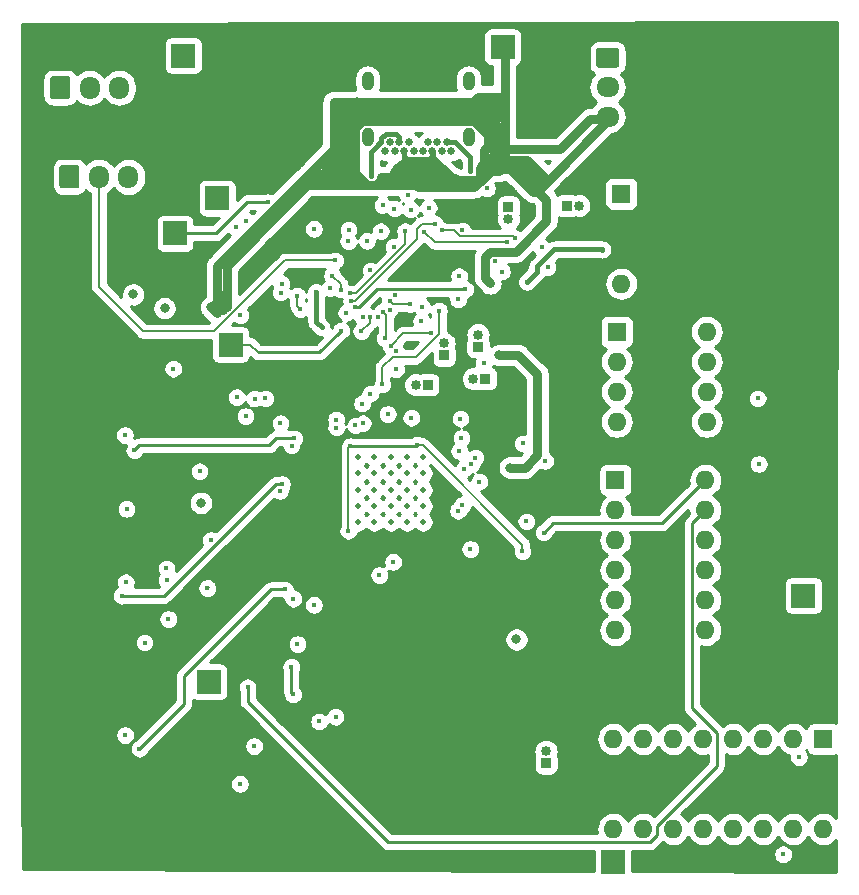
<source format=gbr>
G04 #@! TF.GenerationSoftware,KiCad,Pcbnew,(5.1.0)-1*
G04 #@! TF.CreationDate,2019-05-23T13:16:00+05:30*
G04 #@! TF.ProjectId,typec,74797065-632e-46b6-9963-61645f706362,rev?*
G04 #@! TF.SameCoordinates,Original*
G04 #@! TF.FileFunction,Copper,L2,Inr*
G04 #@! TF.FilePolarity,Positive*
%FSLAX46Y46*%
G04 Gerber Fmt 4.6, Leading zero omitted, Abs format (unit mm)*
G04 Created by KiCad (PCBNEW (5.1.0)-1) date 2019-05-23 13:16:00*
%MOMM*%
%LPD*%
G04 APERTURE LIST*
%ADD10R,1.600000X1.600000*%
%ADD11O,1.600000X1.600000*%
%ADD12R,2.000000X2.000000*%
%ADD13C,0.650000*%
%ADD14O,1.000000X1.600000*%
%ADD15C,0.500000*%
%ADD16R,0.850000X0.850000*%
%ADD17O,0.850000X0.850000*%
%ADD18C,0.100000*%
%ADD19C,1.700000*%
%ADD20O,1.950000X1.700000*%
%ADD21O,1.700000X1.950000*%
%ADD22C,0.400000*%
%ADD23C,0.800000*%
%ADD24C,0.400000*%
%ADD25C,0.800000*%
%ADD26C,0.250000*%
%ADD27C,0.200000*%
%ADD28C,0.254000*%
G04 APERTURE END LIST*
D10*
X162598100Y-59405520D03*
D11*
X170218100Y-67025520D03*
X162598100Y-61945520D03*
X170218100Y-64485520D03*
X162598100Y-64485520D03*
X170218100Y-61945520D03*
X162598100Y-67025520D03*
X170218100Y-59405520D03*
D12*
X128070860Y-89032520D03*
X129910840Y-60487560D03*
X128775460Y-48092360D03*
D13*
X142996000Y-44077200D03*
X143396000Y-43377200D03*
X143796000Y-44077200D03*
X144196000Y-43377200D03*
X144596000Y-44077200D03*
X144996000Y-43377200D03*
X145396000Y-44077200D03*
X146196000Y-44077200D03*
X146596000Y-43367200D03*
X146996000Y-44077200D03*
X147396000Y-43377200D03*
X148196000Y-43377200D03*
X148596000Y-44077200D03*
X147796000Y-44077200D03*
D14*
X141526000Y-42927200D03*
X141526000Y-38197200D03*
X150066000Y-42927200D03*
X150066000Y-38197200D03*
D12*
X152943560Y-35270440D03*
D11*
X162986720Y-55333900D03*
D10*
X162986720Y-47713900D03*
D12*
X125907800Y-36017200D03*
X125188980Y-51074320D03*
D10*
X162483800Y-71958200D03*
D11*
X170103800Y-84658200D03*
X162483800Y-74498200D03*
X170103800Y-82118200D03*
X162483800Y-77038200D03*
X170103800Y-79578200D03*
X162483800Y-79578200D03*
X170103800Y-77038200D03*
X162483800Y-82118200D03*
X170103800Y-74498200D03*
X162483800Y-84658200D03*
X170103800Y-71958200D03*
D10*
X180086000Y-93878400D03*
D11*
X162306000Y-101498400D03*
X177546000Y-93878400D03*
X164846000Y-101498400D03*
X175006000Y-93878400D03*
X167386000Y-101498400D03*
X172466000Y-93878400D03*
X169926000Y-101498400D03*
X169926000Y-93878400D03*
X172466000Y-101498400D03*
X167386000Y-93878400D03*
X175006000Y-101498400D03*
X164846000Y-93878400D03*
X177546000Y-101498400D03*
X162306000Y-93878400D03*
X180086000Y-101498400D03*
D12*
X178409600Y-81737200D03*
X162285680Y-104284780D03*
D15*
X140709200Y-70021000D03*
X142084200Y-70021000D03*
X143459200Y-70021000D03*
X144834200Y-70021000D03*
X146209200Y-70021000D03*
X140709200Y-71396000D03*
X142084200Y-71396000D03*
X143459200Y-71396000D03*
X144834200Y-71396000D03*
X146209200Y-71396000D03*
X140709200Y-72771000D03*
X142084200Y-72771000D03*
X143459200Y-72771000D03*
X144834200Y-72771000D03*
X146209200Y-72771000D03*
X140709200Y-74146000D03*
X142084200Y-74146000D03*
X143459200Y-74146000D03*
X144834200Y-74146000D03*
X146209200Y-74146000D03*
X140709200Y-75521000D03*
X142084200Y-75521000D03*
X143459200Y-75521000D03*
X144834200Y-75521000D03*
X146209200Y-75521000D03*
D16*
X156616400Y-95910400D03*
D17*
X156616400Y-94910400D03*
D18*
G36*
X162572904Y-35346204D02*
G01*
X162597173Y-35349804D01*
X162620971Y-35355765D01*
X162644071Y-35364030D01*
X162666249Y-35374520D01*
X162687293Y-35387133D01*
X162706998Y-35401747D01*
X162725177Y-35418223D01*
X162741653Y-35436402D01*
X162756267Y-35456107D01*
X162768880Y-35477151D01*
X162779370Y-35499329D01*
X162787635Y-35522429D01*
X162793596Y-35546227D01*
X162797196Y-35570496D01*
X162798400Y-35595000D01*
X162798400Y-36795000D01*
X162797196Y-36819504D01*
X162793596Y-36843773D01*
X162787635Y-36867571D01*
X162779370Y-36890671D01*
X162768880Y-36912849D01*
X162756267Y-36933893D01*
X162741653Y-36953598D01*
X162725177Y-36971777D01*
X162706998Y-36988253D01*
X162687293Y-37002867D01*
X162666249Y-37015480D01*
X162644071Y-37025970D01*
X162620971Y-37034235D01*
X162597173Y-37040196D01*
X162572904Y-37043796D01*
X162548400Y-37045000D01*
X161098400Y-37045000D01*
X161073896Y-37043796D01*
X161049627Y-37040196D01*
X161025829Y-37034235D01*
X161002729Y-37025970D01*
X160980551Y-37015480D01*
X160959507Y-37002867D01*
X160939802Y-36988253D01*
X160921623Y-36971777D01*
X160905147Y-36953598D01*
X160890533Y-36933893D01*
X160877920Y-36912849D01*
X160867430Y-36890671D01*
X160859165Y-36867571D01*
X160853204Y-36843773D01*
X160849604Y-36819504D01*
X160848400Y-36795000D01*
X160848400Y-35595000D01*
X160849604Y-35570496D01*
X160853204Y-35546227D01*
X160859165Y-35522429D01*
X160867430Y-35499329D01*
X160877920Y-35477151D01*
X160890533Y-35456107D01*
X160905147Y-35436402D01*
X160921623Y-35418223D01*
X160939802Y-35401747D01*
X160959507Y-35387133D01*
X160980551Y-35374520D01*
X161002729Y-35364030D01*
X161025829Y-35355765D01*
X161049627Y-35349804D01*
X161073896Y-35346204D01*
X161098400Y-35345000D01*
X162548400Y-35345000D01*
X162572904Y-35346204D01*
X162572904Y-35346204D01*
G37*
D19*
X161823400Y-36195000D03*
D20*
X161823400Y-38695000D03*
X161823400Y-41195000D03*
D18*
G36*
X116092904Y-37761204D02*
G01*
X116117173Y-37764804D01*
X116140971Y-37770765D01*
X116164071Y-37779030D01*
X116186249Y-37789520D01*
X116207293Y-37802133D01*
X116226998Y-37816747D01*
X116245177Y-37833223D01*
X116261653Y-37851402D01*
X116276267Y-37871107D01*
X116288880Y-37892151D01*
X116299370Y-37914329D01*
X116307635Y-37937429D01*
X116313596Y-37961227D01*
X116317196Y-37985496D01*
X116318400Y-38010000D01*
X116318400Y-39460000D01*
X116317196Y-39484504D01*
X116313596Y-39508773D01*
X116307635Y-39532571D01*
X116299370Y-39555671D01*
X116288880Y-39577849D01*
X116276267Y-39598893D01*
X116261653Y-39618598D01*
X116245177Y-39636777D01*
X116226998Y-39653253D01*
X116207293Y-39667867D01*
X116186249Y-39680480D01*
X116164071Y-39690970D01*
X116140971Y-39699235D01*
X116117173Y-39705196D01*
X116092904Y-39708796D01*
X116068400Y-39710000D01*
X114868400Y-39710000D01*
X114843896Y-39708796D01*
X114819627Y-39705196D01*
X114795829Y-39699235D01*
X114772729Y-39690970D01*
X114750551Y-39680480D01*
X114729507Y-39667867D01*
X114709802Y-39653253D01*
X114691623Y-39636777D01*
X114675147Y-39618598D01*
X114660533Y-39598893D01*
X114647920Y-39577849D01*
X114637430Y-39555671D01*
X114629165Y-39532571D01*
X114623204Y-39508773D01*
X114619604Y-39484504D01*
X114618400Y-39460000D01*
X114618400Y-38010000D01*
X114619604Y-37985496D01*
X114623204Y-37961227D01*
X114629165Y-37937429D01*
X114637430Y-37914329D01*
X114647920Y-37892151D01*
X114660533Y-37871107D01*
X114675147Y-37851402D01*
X114691623Y-37833223D01*
X114709802Y-37816747D01*
X114729507Y-37802133D01*
X114750551Y-37789520D01*
X114772729Y-37779030D01*
X114795829Y-37770765D01*
X114819627Y-37764804D01*
X114843896Y-37761204D01*
X114868400Y-37760000D01*
X116068400Y-37760000D01*
X116092904Y-37761204D01*
X116092904Y-37761204D01*
G37*
D19*
X115468400Y-38735000D03*
D21*
X117968400Y-38735000D03*
X120468400Y-38735000D03*
X121255800Y-46278800D03*
X118755800Y-46278800D03*
D18*
G36*
X116880304Y-45305004D02*
G01*
X116904573Y-45308604D01*
X116928371Y-45314565D01*
X116951471Y-45322830D01*
X116973649Y-45333320D01*
X116994693Y-45345933D01*
X117014398Y-45360547D01*
X117032577Y-45377023D01*
X117049053Y-45395202D01*
X117063667Y-45414907D01*
X117076280Y-45435951D01*
X117086770Y-45458129D01*
X117095035Y-45481229D01*
X117100996Y-45505027D01*
X117104596Y-45529296D01*
X117105800Y-45553800D01*
X117105800Y-47003800D01*
X117104596Y-47028304D01*
X117100996Y-47052573D01*
X117095035Y-47076371D01*
X117086770Y-47099471D01*
X117076280Y-47121649D01*
X117063667Y-47142693D01*
X117049053Y-47162398D01*
X117032577Y-47180577D01*
X117014398Y-47197053D01*
X116994693Y-47211667D01*
X116973649Y-47224280D01*
X116951471Y-47234770D01*
X116928371Y-47243035D01*
X116904573Y-47248996D01*
X116880304Y-47252596D01*
X116855800Y-47253800D01*
X115655800Y-47253800D01*
X115631296Y-47252596D01*
X115607027Y-47248996D01*
X115583229Y-47243035D01*
X115560129Y-47234770D01*
X115537951Y-47224280D01*
X115516907Y-47211667D01*
X115497202Y-47197053D01*
X115479023Y-47180577D01*
X115462547Y-47162398D01*
X115447933Y-47142693D01*
X115435320Y-47121649D01*
X115424830Y-47099471D01*
X115416565Y-47076371D01*
X115410604Y-47052573D01*
X115407004Y-47028304D01*
X115405800Y-47003800D01*
X115405800Y-45553800D01*
X115407004Y-45529296D01*
X115410604Y-45505027D01*
X115416565Y-45481229D01*
X115424830Y-45458129D01*
X115435320Y-45435951D01*
X115447933Y-45414907D01*
X115462547Y-45395202D01*
X115479023Y-45377023D01*
X115497202Y-45360547D01*
X115516907Y-45345933D01*
X115537951Y-45333320D01*
X115560129Y-45322830D01*
X115583229Y-45314565D01*
X115607027Y-45308604D01*
X115631296Y-45305004D01*
X115655800Y-45303800D01*
X116855800Y-45303800D01*
X116880304Y-45305004D01*
X116880304Y-45305004D01*
G37*
D19*
X116255800Y-46278800D03*
D16*
X150850600Y-60655200D03*
D17*
X150850600Y-59655200D03*
X150460200Y-63373000D03*
D16*
X151460200Y-63373000D03*
X146583400Y-63881000D03*
D17*
X145583400Y-63881000D03*
D16*
X147980400Y-61391800D03*
D17*
X147980400Y-60391800D03*
X153436240Y-49841660D03*
D16*
X153436240Y-48841660D03*
X158396940Y-48717200D03*
D17*
X159396940Y-48717200D03*
D22*
X144546000Y-46609000D03*
X147046000Y-46634400D03*
D23*
X140589000Y-39979600D03*
D22*
X137134600Y-56032400D03*
X137614800Y-59029600D03*
D23*
X152638760Y-61374020D03*
X153545400Y-70895990D03*
X152679400Y-45313600D03*
D22*
X151897080Y-55300880D03*
D23*
X128267888Y-57329912D03*
D22*
X153331284Y-51825401D03*
X146304000Y-50927001D03*
X146683635Y-48892491D03*
X147830046Y-50827446D03*
X153992246Y-51496414D03*
X144907000Y-47802800D03*
X150210140Y-45821601D03*
X141808200Y-46177200D03*
X140122470Y-56823950D03*
X147194400Y-50239800D03*
X144678400Y-50901600D03*
X139984400Y-56159400D03*
X143770206Y-48967946D03*
D23*
X127400050Y-73894950D03*
D22*
X146116268Y-57312332D03*
X149255200Y-54711600D03*
X154999263Y-55186200D03*
X135562801Y-85848999D03*
X130433219Y-64945260D03*
X131937020Y-65065380D03*
X161391600Y-52451000D03*
X156244210Y-52256610D03*
X152273000Y-53441600D03*
X151333200Y-62077600D03*
X145116000Y-57073800D03*
X143384400Y-56771882D03*
X142766200Y-63860429D03*
X147548600Y-57612333D03*
X143784400Y-56304127D03*
X143891000Y-61036200D03*
X143713200Y-52222400D03*
X149529800Y-50825400D03*
X141046200Y-65481200D03*
X143209200Y-66370200D03*
X130327400Y-50546000D03*
X139877800Y-51739800D03*
X138760200Y-53365400D03*
X134223100Y-55332952D03*
X141681200Y-58166000D03*
X140970000Y-59359800D03*
X142787504Y-57689053D03*
X142951200Y-59954200D03*
X142392400Y-58140600D03*
X146050000Y-58470800D03*
X143916400Y-62560200D03*
X139707003Y-57795422D03*
X134137399Y-56083200D03*
X140470553Y-57319676D03*
X149755200Y-55808880D03*
X139217400Y-55829200D03*
X138506200Y-54656000D03*
X139890845Y-50761555D03*
X149174200Y-56667400D03*
X133039330Y-48426850D03*
X125046740Y-62534800D03*
X139268200Y-59309000D03*
X141081921Y-58195432D03*
X135536396Y-56339196D03*
X135813800Y-57480200D03*
X143383000Y-57531000D03*
X142621000Y-50901600D03*
X141452600Y-51714400D03*
X150200000Y-77800000D03*
X154612500Y-78000000D03*
X135052000Y-87782400D03*
X135200000Y-90115000D03*
X145690776Y-68977342D03*
X140058140Y-69080380D03*
X139877029Y-76244481D03*
X138861800Y-67513200D03*
X141097000Y-67157600D03*
X127930001Y-81110199D03*
X128231711Y-77048532D03*
X124630000Y-83730200D03*
X124485400Y-80416400D03*
X140462000Y-67335400D03*
X154940000Y-75460141D03*
D23*
X154101800Y-85445600D03*
D22*
X137400000Y-92400000D03*
X138800000Y-92000000D03*
X141734400Y-64643000D03*
X135218750Y-82000000D03*
X131345800Y-89509600D03*
X174614840Y-70599300D03*
X174533560Y-65044180D03*
X150266400Y-70637400D03*
X149526457Y-74073543D03*
X149170649Y-74556661D03*
X149453600Y-68402200D03*
X150977600Y-72095990D03*
X149707600Y-70993000D03*
X149275800Y-69494400D03*
X150622000Y-70053200D03*
X135305800Y-68436455D03*
X121749920Y-69456300D03*
X135074660Y-69034660D03*
X120954800Y-68148200D03*
X134247993Y-72299237D03*
X120675400Y-81744820D03*
X134075085Y-72873785D03*
X121028650Y-80619600D03*
X122186700Y-94703900D03*
X134493751Y-81221580D03*
X120980200Y-93548200D03*
X136965219Y-82525001D03*
X131902200Y-94488000D03*
X142500000Y-80000000D03*
X143662400Y-78894940D03*
X130695700Y-97675700D03*
X152872652Y-54311055D03*
X156743400Y-53924200D03*
X142770205Y-48684706D03*
X145160151Y-49061891D03*
X138328400Y-55702200D03*
X141742428Y-54214028D03*
X151612600Y-47269400D03*
X143466735Y-60611935D03*
X146835684Y-59535884D03*
X149367340Y-66758820D03*
X138833946Y-66833946D03*
X156531063Y-70331062D03*
X154635200Y-68857000D03*
X156400000Y-76400000D03*
X178028600Y-95415100D03*
X176682400Y-103647240D03*
X124480320Y-79435960D03*
X122628660Y-85722460D03*
X121094500Y-74396600D03*
X127279400Y-71221600D03*
X131173220Y-66540380D03*
D23*
X124321740Y-57404000D03*
X121666000Y-56235600D03*
D22*
X132849620Y-65051940D03*
X134129780Y-67147480D03*
X145211800Y-66675000D03*
X131216400Y-49987200D03*
X136956800Y-50698400D03*
X130733800Y-58013600D03*
D24*
X144546000Y-46609000D02*
X144745999Y-46808999D01*
X144745999Y-46808999D02*
X146173799Y-46808999D01*
X144831557Y-47177399D02*
X146669199Y-47177399D01*
X144546000Y-46891842D02*
X144831557Y-47177399D01*
X144546000Y-46609000D02*
X144546000Y-46891842D01*
X146692358Y-46705200D02*
X146512600Y-46705200D01*
X146763158Y-46634400D02*
X146692358Y-46705200D01*
X146512600Y-46705200D02*
X146416400Y-46609000D01*
X144881600Y-46634400D02*
X144856200Y-46609000D01*
X147046000Y-46634400D02*
X144881600Y-46634400D01*
X144856200Y-46609000D02*
X144546000Y-46609000D01*
X144546000Y-46309600D02*
X144546000Y-46609000D01*
X144576800Y-46278800D02*
X144546000Y-46309600D01*
X147046000Y-46351558D02*
X146973242Y-46278800D01*
X147046000Y-46634400D02*
X147046000Y-46351558D01*
X145542000Y-46609000D02*
X144856200Y-46609000D01*
X146416400Y-46609000D02*
X145542000Y-46609000D01*
X148880782Y-46421601D02*
X151571399Y-46421601D01*
X146996000Y-44536819D02*
X148880782Y-46421601D01*
X151571399Y-46421601D02*
X152552400Y-45440600D01*
X146730618Y-44802201D02*
X146996000Y-44536819D01*
X144861382Y-44802201D02*
X146730618Y-44802201D01*
X144596000Y-44536819D02*
X144861382Y-44802201D01*
X144546000Y-45827000D02*
X144546000Y-46609000D01*
X144596000Y-45777000D02*
X144546000Y-45827000D01*
X147046000Y-44127200D02*
X146996000Y-44077200D01*
X146996000Y-44536819D02*
X146996000Y-44077200D01*
X145123818Y-46409001D02*
X146996000Y-44536819D01*
X144745999Y-46409001D02*
X145123818Y-46409001D01*
X144546000Y-46609000D02*
X144745999Y-46409001D01*
X146763158Y-46634400D02*
X147046000Y-46634400D01*
X146693581Y-46634400D02*
X146763158Y-46634400D01*
X144596000Y-44536819D02*
X146693581Y-46634400D01*
X144596000Y-44077200D02*
X144596000Y-44536819D01*
X146996000Y-44077200D02*
X146996000Y-44350202D01*
X146261202Y-45085000D02*
X145516600Y-45085000D01*
X145516600Y-45085000D02*
X145796000Y-45364400D01*
X145796000Y-45364400D02*
X146532600Y-45364400D01*
X146532600Y-45364400D02*
X146659600Y-45491400D01*
X144546000Y-46609000D02*
X144546000Y-46131800D01*
X144546000Y-46131800D02*
X144907000Y-45770800D01*
X146380200Y-45770800D02*
X146443700Y-45707300D01*
X146659600Y-45491400D02*
X146443700Y-45707300D01*
X146443700Y-45707300D02*
X145542000Y-46609000D01*
D25*
X145760440Y-45770800D02*
X146301460Y-45770800D01*
D24*
X145760440Y-45770800D02*
X146380200Y-45770800D01*
X144907000Y-45770800D02*
X145760440Y-45770800D01*
D25*
X146580860Y-45491400D02*
X146659600Y-45491400D01*
X146301460Y-45770800D02*
X146580860Y-45491400D01*
X147046000Y-46634400D02*
X146352260Y-46634400D01*
X144901130Y-45183270D02*
X144901130Y-45124850D01*
X146352260Y-46634400D02*
X144901130Y-45183270D01*
D24*
X144596000Y-44077200D02*
X144596000Y-44819720D01*
X144596000Y-44819720D02*
X144596000Y-45777000D01*
D25*
X144901130Y-46186313D02*
X145123818Y-46409001D01*
X144901130Y-45183270D02*
X144901130Y-46186313D01*
X145724880Y-46278800D02*
X146415760Y-46278800D01*
D24*
X145724880Y-46278800D02*
X144576800Y-46278800D01*
X146973242Y-46278800D02*
X145724880Y-46278800D01*
D25*
X146580860Y-46113700D02*
X146580860Y-45491400D01*
X146415760Y-46278800D02*
X146580860Y-46113700D01*
X145123818Y-46409001D02*
X144555618Y-46977201D01*
X144555618Y-46977201D02*
X136395197Y-46977201D01*
X136395197Y-46977201D02*
X129562399Y-53809999D01*
X147058798Y-46621602D02*
X151076396Y-46621602D01*
X147046000Y-46634400D02*
X147058798Y-46621602D01*
X148880782Y-46421601D02*
X148163841Y-46421601D01*
X148163841Y-46421601D02*
X147302220Y-45559980D01*
X147134580Y-45559980D02*
X146415760Y-46278800D01*
X147302220Y-45559980D02*
X147134580Y-45559980D01*
X140589000Y-42008551D02*
X140589000Y-39979600D01*
X129562399Y-53809999D02*
X129562399Y-55976981D01*
X152269558Y-45440600D02*
X152552400Y-45440600D01*
X152257398Y-45440600D02*
X152269558Y-45440600D01*
X146669199Y-47177399D02*
X150520599Y-47177399D01*
X146669199Y-47177399D02*
X145770401Y-47177399D01*
X145770401Y-47177399D02*
X144901602Y-46308600D01*
X141424199Y-46977201D02*
X141008199Y-46561201D01*
X142192201Y-46977201D02*
X141424199Y-46977201D01*
X142615962Y-46308600D02*
X142615962Y-46553440D01*
X142615962Y-46553440D02*
X142192201Y-46977201D01*
X152752399Y-45640599D02*
X153580439Y-45640599D01*
X152552400Y-45440600D02*
X152752399Y-45640599D01*
X152057399Y-45640599D02*
X151764819Y-45933179D01*
X153580439Y-45640599D02*
X152057399Y-45640599D01*
X151076396Y-46621602D02*
X151764819Y-45933179D01*
X151764819Y-45933179D02*
X152257398Y-45440600D01*
X143730300Y-46308600D02*
X143730300Y-45865460D01*
X143730300Y-46308600D02*
X142615962Y-46308600D01*
X144383760Y-45212000D02*
X144663160Y-45491400D01*
X147046000Y-45648560D02*
X147134580Y-45559980D01*
X147046000Y-46634400D02*
X147046000Y-45648560D01*
X147046000Y-45648560D02*
X147046000Y-45003400D01*
D24*
X147046000Y-46634400D02*
X147046000Y-45003400D01*
X147046000Y-45003400D02*
X147046000Y-44127200D01*
D25*
X145454280Y-45491400D02*
X144637080Y-46308600D01*
X145590260Y-45491400D02*
X145454280Y-45491400D01*
X144637080Y-46308600D02*
X143730300Y-46308600D01*
X144901602Y-46308600D02*
X144637080Y-46308600D01*
X145590260Y-45491400D02*
X146580860Y-45491400D01*
X144663160Y-45491400D02*
X145590260Y-45491400D01*
X144015460Y-45686980D02*
X144637080Y-46308600D01*
X144015460Y-45580300D02*
X144015460Y-45686980D01*
X144015460Y-45580300D02*
X144383760Y-45212000D01*
X143730300Y-45865460D02*
X144015460Y-45580300D01*
X136395395Y-46977399D02*
X136395197Y-46977201D01*
X145770401Y-47177399D02*
X145570401Y-46977399D01*
X145570401Y-46977399D02*
X141267279Y-46977399D01*
X140425990Y-42171561D02*
X140589000Y-42008551D01*
X140393519Y-46977399D02*
X140393519Y-44175779D01*
X141267279Y-46977399D02*
X140393519Y-46977399D01*
X140393519Y-44175779D02*
X140258998Y-44310300D01*
X140258998Y-44310300D02*
X140258998Y-44038718D01*
X140258998Y-44038718D02*
X140230860Y-44010580D01*
X140230860Y-44010580D02*
X139204700Y-44010580D01*
X139204700Y-44010580D02*
X137909300Y-45305980D01*
X137909300Y-45305980D02*
X137909300Y-45458380D01*
X139296140Y-44884340D02*
X138785600Y-45394880D01*
X140395510Y-42819770D02*
X139204700Y-44010580D01*
X140425990Y-42819770D02*
X140395510Y-42819770D01*
X140425990Y-42819770D02*
X140425990Y-42171561D01*
X140425990Y-46136110D02*
X140425990Y-42819770D01*
X139448540Y-45036740D02*
X139296140Y-44884340D01*
X139437364Y-45047916D02*
X139448540Y-45036740D01*
X139437364Y-46038516D02*
X139437364Y-45047916D01*
X140967460Y-46578012D02*
X139437364Y-45047916D01*
X140967460Y-46677580D02*
X140967460Y-46578012D01*
X140967460Y-46677580D02*
X140425990Y-46136110D01*
X141267279Y-46977399D02*
X140967460Y-46677580D01*
X140309501Y-44175779D02*
X139437364Y-45047916D01*
X140393519Y-44175779D02*
X140309501Y-44175779D01*
X139204700Y-45305980D02*
X140459921Y-46561201D01*
X139204700Y-44010580D02*
X139204700Y-45305980D01*
X141008199Y-46561201D02*
X140459921Y-46561201D01*
X140459921Y-46561201D02*
X137081721Y-46561201D01*
X152679400Y-45313600D02*
X153253440Y-45313600D01*
X152384398Y-45313600D02*
X152257398Y-45440600D01*
X153253440Y-45313600D02*
X152384398Y-45313600D01*
X153580439Y-45640599D02*
X153253440Y-45313600D01*
X152679400Y-44747915D02*
X152679400Y-45313600D01*
X152679400Y-43684951D02*
X152679400Y-44747915D01*
X140988999Y-40379599D02*
X149374048Y-40379599D01*
X140589000Y-39979600D02*
X140988999Y-40379599D01*
X153111200Y-44881800D02*
X152679400Y-45313600D01*
X150091140Y-39979600D02*
X150225760Y-40114220D01*
X140589000Y-39979600D02*
X150091140Y-39979600D01*
X144546000Y-46609000D02*
X144177799Y-46977201D01*
X144177799Y-46977201D02*
X141424199Y-46977201D01*
X140589000Y-42008550D02*
X139753085Y-42844465D01*
X140589000Y-39979600D02*
X140589000Y-42008550D01*
X136559036Y-46038516D02*
X139753085Y-42844465D01*
X139753085Y-42844465D02*
X140589000Y-42008551D01*
X141424199Y-46977201D02*
X138638280Y-44191282D01*
X144555618Y-46977201D02*
X141424199Y-46977201D01*
X138638280Y-44191282D02*
X138638280Y-39949120D01*
X138668760Y-39979600D02*
X140589000Y-39979600D01*
X138638280Y-39949120D02*
X138668760Y-39979600D01*
X140589000Y-39979600D02*
X139893040Y-39979600D01*
X139893040Y-39979600D02*
X139319000Y-40553640D01*
X139319000Y-40553640D02*
X139319000Y-41275000D01*
X139319000Y-41275000D02*
X139131040Y-41462960D01*
X139433300Y-41462960D02*
X140189001Y-40707259D01*
X139131040Y-41462960D02*
X139433300Y-41462960D01*
X140189001Y-40707259D02*
X140189001Y-41273679D01*
X150520599Y-47177399D02*
X150976149Y-46721849D01*
X152279401Y-44913601D02*
X152679400Y-45313600D01*
X151968200Y-44602400D02*
X152279401Y-44913601D01*
X151968200Y-44566840D02*
X151968200Y-44602400D01*
X151010141Y-46687857D02*
X151010141Y-45524899D01*
X150976149Y-46721849D02*
X151010141Y-46687857D01*
X150976149Y-46721849D02*
X151895629Y-45802369D01*
X151895629Y-45802369D02*
X152257398Y-45440600D01*
X152190631Y-45802369D02*
X151895629Y-45802369D01*
X152679400Y-45313600D02*
X152190631Y-45802369D01*
X151790400Y-45313600D02*
X152679400Y-45313600D01*
X152679400Y-45313600D02*
X152679400Y-44577000D01*
X152153620Y-44051220D02*
X152153620Y-43921680D01*
X152153620Y-44051220D02*
X151836120Y-43733720D01*
X152679400Y-44577000D02*
X152153620Y-44051220D01*
X151724614Y-43492674D02*
X151724614Y-42730166D01*
X152153620Y-43921680D02*
X151724614Y-43492674D01*
X151400510Y-43983910D02*
X151400510Y-45134530D01*
X151724614Y-43659806D02*
X151400510Y-43983910D01*
X151724614Y-43492674D02*
X151724614Y-43659806D01*
X151010141Y-45524899D02*
X151400510Y-45134530D01*
X151400510Y-45134530D02*
X151968200Y-44566840D01*
X151221440Y-45313600D02*
X151010141Y-45524899D01*
X152679400Y-45313600D02*
X151221440Y-45313600D01*
X128747520Y-55938420D02*
X128780540Y-55905400D01*
X128780540Y-56006299D02*
X128780540Y-55905400D01*
X128780540Y-55905400D02*
X128780540Y-53817011D01*
X129562390Y-55976990D02*
X129562399Y-55976981D01*
X128747520Y-56471820D02*
X128747520Y-55938420D01*
X128747520Y-53850030D02*
X129045715Y-53551835D01*
X129045715Y-53551835D02*
X136559036Y-46038516D01*
X128780540Y-53817011D02*
X129045715Y-53551835D01*
X128747520Y-57315100D02*
X128747520Y-56471820D01*
X128833171Y-53817011D02*
X128780540Y-53817011D01*
X136088981Y-46561201D02*
X128833171Y-53817011D01*
D26*
X150572330Y-41802190D02*
X150684484Y-41690036D01*
X141184270Y-41802190D02*
X150572330Y-41802190D01*
X140977909Y-42008551D02*
X141184270Y-41802190D01*
X140589000Y-42008551D02*
X140977909Y-42008551D01*
D25*
X150684484Y-41690036D02*
X151724614Y-42730166D01*
X149952761Y-41273679D02*
X150110444Y-41115996D01*
X149374048Y-40379599D02*
X150110444Y-41115996D01*
X150110444Y-41115996D02*
X150684484Y-41690036D01*
X141592300Y-40538400D02*
X140857021Y-41273679D01*
X150649940Y-40538400D02*
X141592300Y-40538400D01*
X140857021Y-41273679D02*
X149952761Y-41273679D01*
X140189001Y-41273679D02*
X140857021Y-41273679D01*
X150225760Y-40114220D02*
X150649940Y-40538400D01*
X140857021Y-41740530D02*
X140589000Y-42008551D01*
X140857021Y-41273679D02*
X140857021Y-41740530D01*
X153111200Y-35331400D02*
X153111200Y-39499540D01*
X150840440Y-39499540D02*
X150225760Y-40114220D01*
X153111200Y-39499540D02*
X150840440Y-39499540D01*
X150225760Y-40114220D02*
X152107900Y-40114220D01*
X152323800Y-40330120D02*
X152057100Y-40330120D01*
X152107900Y-40114220D02*
X152323800Y-40330120D01*
X152057100Y-40330120D02*
X151719280Y-40667940D01*
X151719280Y-40667940D02*
X152303480Y-41252140D01*
X152303480Y-40665400D02*
X153111200Y-39857680D01*
X153111200Y-39499540D02*
X153111200Y-39857680D01*
X150776940Y-40665400D02*
X150649940Y-40538400D01*
X152303480Y-40665400D02*
X150776940Y-40665400D01*
X152190631Y-45802369D02*
X152645291Y-45802369D01*
X152645291Y-45802369D02*
X152905460Y-45542200D01*
X152905460Y-45542200D02*
X153482040Y-45542200D01*
D24*
X140189001Y-41273679D02*
X140100101Y-41273679D01*
X140100101Y-41273679D02*
X139156440Y-42217340D01*
X139156440Y-42217340D02*
X139156440Y-42717720D01*
X139903200Y-41970960D02*
X139156440Y-42717720D01*
X139903200Y-41955720D02*
X139903200Y-41970960D01*
D25*
X140600481Y-41273679D02*
X139903200Y-41970960D01*
X140857021Y-41273679D02*
X140600481Y-41273679D01*
X139131040Y-42692320D02*
X139156440Y-42717720D01*
X139131040Y-41462960D02*
X139131040Y-42692320D01*
X138319764Y-45047916D02*
X137909300Y-45458380D01*
X139437364Y-45047916D02*
X138319764Y-45047916D01*
X138319764Y-45757084D02*
X138601196Y-46038516D01*
X138601196Y-46038516D02*
X139437364Y-46038516D01*
X137410444Y-46038516D02*
X136559036Y-46038516D01*
X137410444Y-46038516D02*
X138601196Y-46038516D01*
X136559036Y-46828964D02*
X136410601Y-46977399D01*
X136559036Y-46038516D02*
X136559036Y-46828964D01*
X140393519Y-46977399D02*
X136410601Y-46977399D01*
X136410601Y-46977399D02*
X136395395Y-46977399D01*
D24*
X137134600Y-56065282D02*
X137157510Y-56088192D01*
X137134600Y-56032400D02*
X137134600Y-56065282D01*
X137157510Y-58572310D02*
X137614800Y-59029600D01*
X137157510Y-56088192D02*
X137157510Y-58572310D01*
D25*
X154846510Y-70895990D02*
X153545400Y-70895990D01*
X155879800Y-69862700D02*
X154846510Y-70895990D01*
X155879800Y-62979300D02*
X155879800Y-69862700D01*
X152638760Y-61374020D02*
X154274520Y-61374020D01*
X154274520Y-61374020D02*
X155879800Y-62979300D01*
X153580439Y-45640599D02*
X154969210Y-47029370D01*
X151905196Y-52625402D02*
X151472999Y-53057599D01*
X154969210Y-47029370D02*
X155473001Y-47533161D01*
X155473001Y-47533161D02*
X155951743Y-47533161D01*
X151472999Y-53057599D02*
X151472999Y-54876799D01*
X155951743Y-47533161D02*
X156636241Y-48217659D01*
X156636241Y-48217659D02*
X156636241Y-50036421D01*
X151472999Y-54876799D02*
X151897080Y-55300880D01*
X156636241Y-50036421D02*
X154047260Y-52625402D01*
X154047260Y-52625402D02*
X151905196Y-52625402D01*
X161952400Y-41412800D02*
X162077400Y-41412800D01*
X155951743Y-47533161D02*
X155951743Y-47413457D01*
D27*
X129562390Y-55976990D02*
X129392210Y-55976990D01*
X128897380Y-56471820D02*
X128747520Y-56471820D01*
X129392210Y-55976990D02*
X128897380Y-56471820D01*
D25*
X129303780Y-57028080D02*
X128747520Y-56471820D01*
X129303780Y-57581800D02*
X129303780Y-57028080D01*
X152887680Y-39499540D02*
X152057100Y-40330120D01*
X153111200Y-39499540D02*
X152887680Y-39499540D01*
X150649940Y-40538400D02*
X150649940Y-41655490D01*
X151724614Y-42730166D02*
X152147525Y-43153075D01*
X152147525Y-43153075D02*
X152679400Y-43684951D01*
X152147525Y-42439335D02*
X152349200Y-42237660D01*
X152147525Y-43153075D02*
X152147525Y-42439335D01*
X152349200Y-42237660D02*
X152349200Y-41833800D01*
X152303480Y-41788080D02*
X152303480Y-41252140D01*
X152349200Y-41833800D02*
X152303480Y-41788080D01*
X152303480Y-40665400D02*
X152303480Y-41252140D01*
X151781764Y-41690036D02*
X151791670Y-41680130D01*
X150684484Y-41690036D02*
X151781764Y-41690036D01*
X150649940Y-40538400D02*
X151791670Y-41680130D01*
X151791670Y-41680130D02*
X152349200Y-42237660D01*
X151875490Y-41680130D02*
X152303480Y-41252140D01*
X151791670Y-41680130D02*
X151875490Y-41680130D01*
X152859740Y-41252140D02*
X153111200Y-41503600D01*
X152303480Y-41252140D02*
X152859740Y-41252140D01*
X153111200Y-39857680D02*
X153111200Y-41503600D01*
X153111200Y-41503600D02*
X153111200Y-42999660D01*
X152679400Y-42799000D02*
X152794970Y-42683430D01*
X152679400Y-43684951D02*
X152679400Y-42799000D01*
X152349200Y-42237660D02*
X152794970Y-42683430D01*
X152794970Y-42683430D02*
X153111200Y-42999660D01*
X151615140Y-42237660D02*
X151423625Y-42429175D01*
X152349200Y-42237660D02*
X151615140Y-42237660D01*
X150649940Y-41655490D02*
X151423625Y-42429175D01*
X151423625Y-42429175D02*
X152147525Y-43153075D01*
X153111200Y-41473120D02*
X152303480Y-40665400D01*
X153111200Y-41503600D02*
X153111200Y-41473120D01*
X154686000Y-45542200D02*
X156254500Y-47110700D01*
X153482040Y-45542200D02*
X154686000Y-45542200D01*
X155951743Y-47413457D02*
X156254500Y-47110700D01*
X156254500Y-47110700D02*
X161952400Y-41412800D01*
X153111200Y-44881800D02*
X155016200Y-44881800D01*
X155016200Y-44881800D02*
X156438600Y-46304200D01*
X156438600Y-46304200D02*
X156014420Y-46728380D01*
X153482040Y-45542200D02*
X154668220Y-46728380D01*
X154668220Y-46728380D02*
X154969210Y-47029370D01*
X154686000Y-45542200D02*
X154686000Y-46126400D01*
X155287980Y-46728380D02*
X155389580Y-46728380D01*
X154686000Y-46126400D02*
X155287980Y-46728380D01*
X156014420Y-46728380D02*
X155389580Y-46728380D01*
X155389580Y-46728380D02*
X154668220Y-46728380D01*
X155951743Y-47290543D02*
X155389580Y-46728380D01*
X155951743Y-47413457D02*
X155951743Y-47290543D01*
X153111200Y-44221400D02*
X153111200Y-44881800D01*
X153111200Y-42999660D02*
X153111200Y-44221400D01*
X157798600Y-43916600D02*
X153416000Y-43916600D01*
X160302400Y-41412800D02*
X157798600Y-43916600D01*
X162077400Y-41412800D02*
X160302400Y-41412800D01*
X153111200Y-44221400D02*
X153416000Y-43916600D01*
D27*
X129562399Y-55387701D02*
X129562399Y-56035401D01*
D25*
X129562399Y-55387701D02*
X129562399Y-57323181D01*
X129562399Y-53809999D02*
X129562399Y-55387701D01*
X129562399Y-56035401D02*
X129562399Y-55976981D01*
X128384201Y-57213599D02*
X129562399Y-56035401D01*
X128747520Y-56850280D02*
X128267888Y-57329912D01*
X128747520Y-56088280D02*
X128747520Y-56850280D01*
X128747520Y-56088280D02*
X128747520Y-53850030D01*
X128747520Y-57315100D02*
X128747520Y-56088280D01*
X128267888Y-57329912D02*
X128747520Y-57809544D01*
X129051892Y-57329912D02*
X128267888Y-57329912D01*
X129303780Y-57581800D02*
X129051892Y-57329912D01*
D27*
X147274893Y-51825401D02*
X153331284Y-51825401D01*
X147202400Y-51825401D02*
X153331284Y-51825401D01*
X146304000Y-50927001D02*
X147202400Y-51825401D01*
X146812000Y-43151200D02*
X146596000Y-43367200D01*
X153538391Y-51325401D02*
X149289799Y-51325401D01*
X148791844Y-50827446D02*
X147830046Y-50827446D01*
X149289799Y-51325401D02*
X148791844Y-50827446D01*
X153821233Y-51325401D02*
X149289799Y-51325401D01*
X153992246Y-51496414D02*
X153821233Y-51325401D01*
D24*
X150210140Y-44644146D02*
X148918193Y-43352199D01*
X150210140Y-45821601D02*
X150210140Y-44644146D01*
X148247999Y-43352199D02*
X148918193Y-43352199D01*
X148222998Y-43377200D02*
X148247999Y-43352199D01*
X148196000Y-43377200D02*
X148222998Y-43377200D01*
D27*
X143095999Y-42752199D02*
X142326010Y-43522188D01*
X144196000Y-42917581D02*
X144030618Y-42752199D01*
X144030618Y-42752199D02*
X143095999Y-42752199D01*
D24*
X144196000Y-42917581D02*
X144196000Y-43377200D01*
X143930618Y-42652199D02*
X144196000Y-42917581D01*
X143047999Y-42652199D02*
X143930618Y-42652199D01*
X142670999Y-43029199D02*
X143047999Y-42652199D01*
X142670999Y-43355007D02*
X142670999Y-43029199D01*
X141808200Y-44217806D02*
X142670999Y-43355007D01*
X141808200Y-46177200D02*
X141808200Y-44217806D01*
D27*
X145713245Y-50676153D02*
X146148198Y-50241200D01*
X145713245Y-51516017D02*
X145713245Y-50676153D01*
X140122470Y-56823950D02*
X140405312Y-56823950D01*
X140405312Y-56823950D02*
X145713245Y-51516017D01*
X146813400Y-50239800D02*
X146812000Y-50241200D01*
X147194400Y-50239800D02*
X146813400Y-50239800D01*
X146148198Y-50241200D02*
X146812000Y-50241200D01*
X146812000Y-50241200D02*
X146895820Y-50241200D01*
X144678400Y-51638200D02*
X144678400Y-50901600D01*
X139984400Y-56159400D02*
X140504164Y-56159400D01*
X144678400Y-51985164D02*
X144678400Y-51638200D01*
X140504164Y-56159400D02*
X144678400Y-51985164D01*
D24*
X155873010Y-53876748D02*
X157324158Y-52425600D01*
X155873010Y-54312453D02*
X155873010Y-53876748D01*
X154999263Y-55186200D02*
X155873010Y-54312453D01*
X161366200Y-52425600D02*
X161391600Y-52451000D01*
X157324158Y-52425600D02*
X161366200Y-52425600D01*
D27*
X143686318Y-57073800D02*
X145116000Y-57073800D01*
X143384400Y-56771882D02*
X143686318Y-57073800D01*
X147548600Y-59562970D02*
X147548600Y-57612333D01*
X145575369Y-61536201D02*
X147548600Y-59562970D01*
X143650999Y-61536201D02*
X145575369Y-61536201D01*
X142766200Y-63860429D02*
X142766200Y-62421000D01*
X142766200Y-62421000D02*
X143650999Y-61536201D01*
X118755800Y-55605683D02*
X118755800Y-47453800D01*
X118755800Y-47453800D02*
X118755800Y-46278800D01*
X122514607Y-59364490D02*
X118755800Y-55605683D01*
X138477358Y-53365400D02*
X138760200Y-53365400D01*
X134510143Y-53365400D02*
X138477358Y-53365400D01*
X128511053Y-59364490D02*
X134510143Y-53365400D01*
X123296290Y-59364490D02*
X128511053Y-59364490D01*
X123296290Y-59364490D02*
X122514607Y-59364490D01*
X123493612Y-59364490D02*
X123296290Y-59364490D01*
X141681200Y-58648600D02*
X141681200Y-58166000D01*
X140970000Y-59359800D02*
X141681200Y-58648600D01*
X142787504Y-57689053D02*
X143052800Y-57954349D01*
X143052800Y-59852600D02*
X142951200Y-59954200D01*
X143052800Y-59232800D02*
X143052800Y-59852600D01*
X143052800Y-59232800D02*
X143052800Y-59410600D01*
X143052800Y-57954349D02*
X143052800Y-59232800D01*
D26*
X149750446Y-55804126D02*
X149755200Y-55808880D01*
X140753395Y-57319676D02*
X140470553Y-57319676D01*
X144066155Y-55808880D02*
X144036401Y-55779126D01*
X142293945Y-55779126D02*
X140753395Y-57319676D01*
X144036401Y-55779126D02*
X142293945Y-55779126D01*
D27*
X142624686Y-55804126D02*
X148209326Y-55804126D01*
D26*
X149755200Y-55808880D02*
X144066155Y-55808880D01*
X148209326Y-55804126D02*
X149750446Y-55804126D01*
D27*
X139217400Y-55829200D02*
X139217400Y-55367200D01*
X139217400Y-55367200D02*
X138506200Y-54656000D01*
D26*
X133039330Y-48426850D02*
X132756488Y-48426850D01*
D27*
X128681480Y-51074320D02*
X125188980Y-51074320D01*
D26*
X125188980Y-51074320D02*
X126438980Y-51074320D01*
D27*
X131328950Y-48426850D02*
X131234180Y-48521620D01*
D26*
X131328950Y-48426850D02*
X130620770Y-49135030D01*
X133039330Y-48426850D02*
X131328950Y-48426850D01*
X128681480Y-51074320D02*
X130620770Y-49135030D01*
X130620770Y-49135030D02*
X131234180Y-48521620D01*
X126438980Y-51074320D02*
X128681480Y-51074320D01*
X139068201Y-59508999D02*
X139268200Y-59309000D01*
X137418589Y-61158611D02*
X139068201Y-59508999D01*
D27*
X131565938Y-60487560D02*
X129910840Y-60487560D01*
X132236989Y-61158611D02*
X131565938Y-60487560D01*
D26*
X132236989Y-61158611D02*
X137418589Y-61158611D01*
D27*
X135536396Y-56339196D02*
X135536396Y-57202796D01*
X135536396Y-57202796D02*
X135813800Y-57480200D01*
D26*
X135052000Y-87782400D02*
X135052000Y-89967000D01*
X135052000Y-89967000D02*
X135200000Y-90115000D01*
D27*
X145668118Y-69000000D02*
X145690776Y-68977342D01*
D26*
X145587738Y-69080380D02*
X145690776Y-68977342D01*
X140058140Y-69080380D02*
X145587738Y-69080380D01*
D27*
X139877029Y-69261491D02*
X140058140Y-69080380D01*
X139877029Y-76244481D02*
X139877029Y-69261491D01*
X154612500Y-77425000D02*
X154612500Y-78000000D01*
X146164842Y-68977342D02*
X154612500Y-77425000D01*
X145690776Y-68977342D02*
X146164842Y-68977342D01*
D26*
X128000000Y-81040200D02*
X127930001Y-81110199D01*
X131345800Y-89929600D02*
X131345800Y-89509600D01*
X131345800Y-90722802D02*
X131345800Y-89929600D01*
X143246399Y-102623401D02*
X131345800Y-90722802D01*
X165386001Y-102623401D02*
X143246399Y-102623401D01*
X165971001Y-101248397D02*
X165971001Y-102038401D01*
X171051001Y-96168397D02*
X165971001Y-101248397D01*
X165971001Y-102038401D02*
X165386001Y-102623401D01*
X171051001Y-93338399D02*
X171051001Y-96168397D01*
X168978799Y-91266197D02*
X171051001Y-93338399D01*
X168978799Y-75623201D02*
X168978799Y-91266197D01*
X170103800Y-74498200D02*
X168978799Y-75623201D01*
X135305800Y-68436455D02*
X133764947Y-68436455D01*
X133764947Y-68436455D02*
X133175801Y-69025601D01*
X122180619Y-69025601D02*
X121749920Y-69456300D01*
X124918301Y-69025601D02*
X122180619Y-69025601D01*
X124918301Y-69025601D02*
X124743379Y-69025601D01*
X133175801Y-69025601D02*
X124918301Y-69025601D01*
X133723761Y-72299237D02*
X124273098Y-81749900D01*
X134247993Y-72299237D02*
X133723761Y-72299237D01*
X120680480Y-81749900D02*
X120675400Y-81744820D01*
X121892060Y-81749900D02*
X120680480Y-81749900D01*
X121892060Y-81749900D02*
X121762520Y-81749900D01*
X124273098Y-81749900D02*
X121892060Y-81749900D01*
X125971300Y-90919300D02*
X122186700Y-94703900D01*
X125971300Y-88547078D02*
X125971300Y-90919300D01*
X134493751Y-81221580D02*
X133296798Y-81221580D01*
X133296798Y-81221580D02*
X125971300Y-88547078D01*
D27*
X144651314Y-59535884D02*
X146835684Y-59535884D01*
X143466735Y-60611935D02*
X144542786Y-59535884D01*
X144542786Y-59535884D02*
X144651314Y-59535884D01*
D26*
X169303801Y-72758199D02*
X170103800Y-71958200D01*
X166438799Y-75623201D02*
X169303801Y-72758199D01*
X157176799Y-75623201D02*
X166438799Y-75623201D01*
X156400000Y-76400000D02*
X157176799Y-75623201D01*
D28*
G36*
X178887068Y-102299501D02*
G01*
X179066392Y-102518008D01*
X179284899Y-102697332D01*
X179534192Y-102830582D01*
X179804691Y-102912636D01*
X180015508Y-102933400D01*
X180156492Y-102933400D01*
X180367309Y-102912636D01*
X180637808Y-102830582D01*
X180887101Y-102697332D01*
X181105608Y-102518008D01*
X181182127Y-102424769D01*
X181179289Y-105154011D01*
X163923752Y-105091581D01*
X163923752Y-103565000D01*
X175847400Y-103565000D01*
X175847400Y-103729480D01*
X175879489Y-103890800D01*
X175942433Y-104042761D01*
X176033813Y-104179521D01*
X176150119Y-104295827D01*
X176286879Y-104387207D01*
X176438840Y-104450151D01*
X176600160Y-104482240D01*
X176764640Y-104482240D01*
X176925960Y-104450151D01*
X177077921Y-104387207D01*
X177214681Y-104295827D01*
X177330987Y-104179521D01*
X177422367Y-104042761D01*
X177485311Y-103890800D01*
X177517400Y-103729480D01*
X177517400Y-103565000D01*
X177485311Y-103403680D01*
X177422367Y-103251719D01*
X177330987Y-103114959D01*
X177214681Y-102998653D01*
X177077921Y-102907273D01*
X176925960Y-102844329D01*
X176764640Y-102812240D01*
X176600160Y-102812240D01*
X176438840Y-102844329D01*
X176286879Y-102907273D01*
X176150119Y-102998653D01*
X176033813Y-103114959D01*
X175942433Y-103251719D01*
X175879489Y-103403680D01*
X175847400Y-103565000D01*
X163923752Y-103565000D01*
X163923752Y-103383401D01*
X165348679Y-103383401D01*
X165386001Y-103387077D01*
X165423323Y-103383401D01*
X165423334Y-103383401D01*
X165534987Y-103372404D01*
X165678248Y-103328947D01*
X165810277Y-103258375D01*
X165926002Y-103163402D01*
X165949804Y-103134399D01*
X166476133Y-102608070D01*
X166584899Y-102697332D01*
X166834192Y-102830582D01*
X167104691Y-102912636D01*
X167315508Y-102933400D01*
X167456492Y-102933400D01*
X167667309Y-102912636D01*
X167937808Y-102830582D01*
X168187101Y-102697332D01*
X168405608Y-102518008D01*
X168584932Y-102299501D01*
X168656000Y-102166542D01*
X168727068Y-102299501D01*
X168906392Y-102518008D01*
X169124899Y-102697332D01*
X169374192Y-102830582D01*
X169644691Y-102912636D01*
X169855508Y-102933400D01*
X169996492Y-102933400D01*
X170207309Y-102912636D01*
X170477808Y-102830582D01*
X170727101Y-102697332D01*
X170945608Y-102518008D01*
X171124932Y-102299501D01*
X171196000Y-102166542D01*
X171267068Y-102299501D01*
X171446392Y-102518008D01*
X171664899Y-102697332D01*
X171914192Y-102830582D01*
X172184691Y-102912636D01*
X172395508Y-102933400D01*
X172536492Y-102933400D01*
X172747309Y-102912636D01*
X173017808Y-102830582D01*
X173267101Y-102697332D01*
X173485608Y-102518008D01*
X173664932Y-102299501D01*
X173736000Y-102166542D01*
X173807068Y-102299501D01*
X173986392Y-102518008D01*
X174204899Y-102697332D01*
X174454192Y-102830582D01*
X174724691Y-102912636D01*
X174935508Y-102933400D01*
X175076492Y-102933400D01*
X175287309Y-102912636D01*
X175557808Y-102830582D01*
X175807101Y-102697332D01*
X176025608Y-102518008D01*
X176204932Y-102299501D01*
X176276000Y-102166542D01*
X176347068Y-102299501D01*
X176526392Y-102518008D01*
X176744899Y-102697332D01*
X176994192Y-102830582D01*
X177264691Y-102912636D01*
X177475508Y-102933400D01*
X177616492Y-102933400D01*
X177827309Y-102912636D01*
X178097808Y-102830582D01*
X178347101Y-102697332D01*
X178565608Y-102518008D01*
X178744932Y-102299501D01*
X178816000Y-102166542D01*
X178887068Y-102299501D01*
X178887068Y-102299501D01*
G37*
X178887068Y-102299501D02*
X179066392Y-102518008D01*
X179284899Y-102697332D01*
X179534192Y-102830582D01*
X179804691Y-102912636D01*
X180015508Y-102933400D01*
X180156492Y-102933400D01*
X180367309Y-102912636D01*
X180637808Y-102830582D01*
X180887101Y-102697332D01*
X181105608Y-102518008D01*
X181182127Y-102424769D01*
X181179289Y-105154011D01*
X163923752Y-105091581D01*
X163923752Y-103565000D01*
X175847400Y-103565000D01*
X175847400Y-103729480D01*
X175879489Y-103890800D01*
X175942433Y-104042761D01*
X176033813Y-104179521D01*
X176150119Y-104295827D01*
X176286879Y-104387207D01*
X176438840Y-104450151D01*
X176600160Y-104482240D01*
X176764640Y-104482240D01*
X176925960Y-104450151D01*
X177077921Y-104387207D01*
X177214681Y-104295827D01*
X177330987Y-104179521D01*
X177422367Y-104042761D01*
X177485311Y-103890800D01*
X177517400Y-103729480D01*
X177517400Y-103565000D01*
X177485311Y-103403680D01*
X177422367Y-103251719D01*
X177330987Y-103114959D01*
X177214681Y-102998653D01*
X177077921Y-102907273D01*
X176925960Y-102844329D01*
X176764640Y-102812240D01*
X176600160Y-102812240D01*
X176438840Y-102844329D01*
X176286879Y-102907273D01*
X176150119Y-102998653D01*
X176033813Y-103114959D01*
X175942433Y-103251719D01*
X175879489Y-103403680D01*
X175847400Y-103565000D01*
X163923752Y-103565000D01*
X163923752Y-103383401D01*
X165348679Y-103383401D01*
X165386001Y-103387077D01*
X165423323Y-103383401D01*
X165423334Y-103383401D01*
X165534987Y-103372404D01*
X165678248Y-103328947D01*
X165810277Y-103258375D01*
X165926002Y-103163402D01*
X165949804Y-103134399D01*
X166476133Y-102608070D01*
X166584899Y-102697332D01*
X166834192Y-102830582D01*
X167104691Y-102912636D01*
X167315508Y-102933400D01*
X167456492Y-102933400D01*
X167667309Y-102912636D01*
X167937808Y-102830582D01*
X168187101Y-102697332D01*
X168405608Y-102518008D01*
X168584932Y-102299501D01*
X168656000Y-102166542D01*
X168727068Y-102299501D01*
X168906392Y-102518008D01*
X169124899Y-102697332D01*
X169374192Y-102830582D01*
X169644691Y-102912636D01*
X169855508Y-102933400D01*
X169996492Y-102933400D01*
X170207309Y-102912636D01*
X170477808Y-102830582D01*
X170727101Y-102697332D01*
X170945608Y-102518008D01*
X171124932Y-102299501D01*
X171196000Y-102166542D01*
X171267068Y-102299501D01*
X171446392Y-102518008D01*
X171664899Y-102697332D01*
X171914192Y-102830582D01*
X172184691Y-102912636D01*
X172395508Y-102933400D01*
X172536492Y-102933400D01*
X172747309Y-102912636D01*
X173017808Y-102830582D01*
X173267101Y-102697332D01*
X173485608Y-102518008D01*
X173664932Y-102299501D01*
X173736000Y-102166542D01*
X173807068Y-102299501D01*
X173986392Y-102518008D01*
X174204899Y-102697332D01*
X174454192Y-102830582D01*
X174724691Y-102912636D01*
X174935508Y-102933400D01*
X175076492Y-102933400D01*
X175287309Y-102912636D01*
X175557808Y-102830582D01*
X175807101Y-102697332D01*
X176025608Y-102518008D01*
X176204932Y-102299501D01*
X176276000Y-102166542D01*
X176347068Y-102299501D01*
X176526392Y-102518008D01*
X176744899Y-102697332D01*
X176994192Y-102830582D01*
X177264691Y-102912636D01*
X177475508Y-102933400D01*
X177616492Y-102933400D01*
X177827309Y-102912636D01*
X178097808Y-102830582D01*
X178347101Y-102697332D01*
X178565608Y-102518008D01*
X178744932Y-102299501D01*
X178816000Y-102166542D01*
X178887068Y-102299501D01*
G36*
X181192424Y-92522169D02*
G01*
X181130180Y-92488898D01*
X181010482Y-92452588D01*
X180886000Y-92440328D01*
X179286000Y-92440328D01*
X179161518Y-92452588D01*
X179041820Y-92488898D01*
X178931506Y-92547863D01*
X178834815Y-92627215D01*
X178755463Y-92723906D01*
X178696498Y-92834220D01*
X178660188Y-92953918D01*
X178658419Y-92971882D01*
X178565608Y-92858792D01*
X178347101Y-92679468D01*
X178097808Y-92546218D01*
X177827309Y-92464164D01*
X177616492Y-92443400D01*
X177475508Y-92443400D01*
X177264691Y-92464164D01*
X176994192Y-92546218D01*
X176744899Y-92679468D01*
X176526392Y-92858792D01*
X176347068Y-93077299D01*
X176276000Y-93210258D01*
X176204932Y-93077299D01*
X176025608Y-92858792D01*
X175807101Y-92679468D01*
X175557808Y-92546218D01*
X175287309Y-92464164D01*
X175076492Y-92443400D01*
X174935508Y-92443400D01*
X174724691Y-92464164D01*
X174454192Y-92546218D01*
X174204899Y-92679468D01*
X173986392Y-92858792D01*
X173807068Y-93077299D01*
X173736000Y-93210258D01*
X173664932Y-93077299D01*
X173485608Y-92858792D01*
X173267101Y-92679468D01*
X173017808Y-92546218D01*
X172747309Y-92464164D01*
X172536492Y-92443400D01*
X172395508Y-92443400D01*
X172184691Y-92464164D01*
X171914192Y-92546218D01*
X171664899Y-92679468D01*
X171556133Y-92768730D01*
X169738799Y-90951396D01*
X169738799Y-86047049D01*
X169822491Y-86072436D01*
X170033308Y-86093200D01*
X170174292Y-86093200D01*
X170385109Y-86072436D01*
X170655608Y-85990382D01*
X170904901Y-85857132D01*
X171123408Y-85677808D01*
X171302732Y-85459301D01*
X171435982Y-85210008D01*
X171518036Y-84939509D01*
X171545743Y-84658200D01*
X171518036Y-84376891D01*
X171435982Y-84106392D01*
X171302732Y-83857099D01*
X171123408Y-83638592D01*
X170904901Y-83459268D01*
X170771942Y-83388200D01*
X170904901Y-83317132D01*
X171123408Y-83137808D01*
X171302732Y-82919301D01*
X171435982Y-82670008D01*
X171518036Y-82399509D01*
X171545743Y-82118200D01*
X171518036Y-81836891D01*
X171435982Y-81566392D01*
X171302732Y-81317099D01*
X171123408Y-81098592D01*
X170904901Y-80919268D01*
X170771942Y-80848200D01*
X170904901Y-80777132D01*
X170953558Y-80737200D01*
X176771528Y-80737200D01*
X176771528Y-82737200D01*
X176783788Y-82861682D01*
X176820098Y-82981380D01*
X176879063Y-83091694D01*
X176958415Y-83188385D01*
X177055106Y-83267737D01*
X177165420Y-83326702D01*
X177285118Y-83363012D01*
X177409600Y-83375272D01*
X179409600Y-83375272D01*
X179534082Y-83363012D01*
X179653780Y-83326702D01*
X179764094Y-83267737D01*
X179860785Y-83188385D01*
X179940137Y-83091694D01*
X179999102Y-82981380D01*
X180035412Y-82861682D01*
X180047672Y-82737200D01*
X180047672Y-80737200D01*
X180035412Y-80612718D01*
X179999102Y-80493020D01*
X179940137Y-80382706D01*
X179860785Y-80286015D01*
X179764094Y-80206663D01*
X179653780Y-80147698D01*
X179534082Y-80111388D01*
X179409600Y-80099128D01*
X177409600Y-80099128D01*
X177285118Y-80111388D01*
X177165420Y-80147698D01*
X177055106Y-80206663D01*
X176958415Y-80286015D01*
X176879063Y-80382706D01*
X176820098Y-80493020D01*
X176783788Y-80612718D01*
X176771528Y-80737200D01*
X170953558Y-80737200D01*
X171123408Y-80597808D01*
X171302732Y-80379301D01*
X171435982Y-80130008D01*
X171518036Y-79859509D01*
X171545743Y-79578200D01*
X171518036Y-79296891D01*
X171435982Y-79026392D01*
X171302732Y-78777099D01*
X171123408Y-78558592D01*
X170904901Y-78379268D01*
X170771942Y-78308200D01*
X170904901Y-78237132D01*
X171123408Y-78057808D01*
X171302732Y-77839301D01*
X171435982Y-77590008D01*
X171518036Y-77319509D01*
X171545743Y-77038200D01*
X171518036Y-76756891D01*
X171435982Y-76486392D01*
X171302732Y-76237099D01*
X171123408Y-76018592D01*
X170904901Y-75839268D01*
X170771942Y-75768200D01*
X170904901Y-75697132D01*
X171123408Y-75517808D01*
X171302732Y-75299301D01*
X171435982Y-75050008D01*
X171518036Y-74779509D01*
X171545743Y-74498200D01*
X171518036Y-74216891D01*
X171435982Y-73946392D01*
X171302732Y-73697099D01*
X171123408Y-73478592D01*
X170904901Y-73299268D01*
X170771942Y-73228200D01*
X170904901Y-73157132D01*
X171123408Y-72977808D01*
X171302732Y-72759301D01*
X171435982Y-72510008D01*
X171518036Y-72239509D01*
X171545743Y-71958200D01*
X171518036Y-71676891D01*
X171435982Y-71406392D01*
X171302732Y-71157099D01*
X171123408Y-70938592D01*
X170904901Y-70759268D01*
X170655608Y-70626018D01*
X170385109Y-70543964D01*
X170174292Y-70523200D01*
X170033308Y-70523200D01*
X169822491Y-70543964D01*
X169551992Y-70626018D01*
X169302699Y-70759268D01*
X169084192Y-70938592D01*
X168904868Y-71157099D01*
X168771618Y-71406392D01*
X168689564Y-71676891D01*
X168661857Y-71958200D01*
X168689564Y-72239509D01*
X168703092Y-72284106D01*
X166123998Y-74863201D01*
X163872649Y-74863201D01*
X163898036Y-74779509D01*
X163925743Y-74498200D01*
X163898036Y-74216891D01*
X163815982Y-73946392D01*
X163682732Y-73697099D01*
X163503408Y-73478592D01*
X163390318Y-73385781D01*
X163408282Y-73384012D01*
X163527980Y-73347702D01*
X163638294Y-73288737D01*
X163734985Y-73209385D01*
X163814337Y-73112694D01*
X163873302Y-73002380D01*
X163909612Y-72882682D01*
X163921872Y-72758200D01*
X163921872Y-71158200D01*
X163909612Y-71033718D01*
X163873302Y-70914020D01*
X163814337Y-70803706D01*
X163734985Y-70707015D01*
X163638294Y-70627663D01*
X163527980Y-70568698D01*
X163408282Y-70532388D01*
X163283800Y-70520128D01*
X161683800Y-70520128D01*
X161559318Y-70532388D01*
X161439620Y-70568698D01*
X161329306Y-70627663D01*
X161232615Y-70707015D01*
X161153263Y-70803706D01*
X161094298Y-70914020D01*
X161057988Y-71033718D01*
X161045728Y-71158200D01*
X161045728Y-72758200D01*
X161057988Y-72882682D01*
X161094298Y-73002380D01*
X161153263Y-73112694D01*
X161232615Y-73209385D01*
X161329306Y-73288737D01*
X161439620Y-73347702D01*
X161559318Y-73384012D01*
X161577282Y-73385781D01*
X161464192Y-73478592D01*
X161284868Y-73697099D01*
X161151618Y-73946392D01*
X161069564Y-74216891D01*
X161041857Y-74498200D01*
X161069564Y-74779509D01*
X161094951Y-74863201D01*
X157214124Y-74863201D01*
X157176799Y-74859525D01*
X157139474Y-74863201D01*
X157139466Y-74863201D01*
X157027813Y-74874198D01*
X156884552Y-74917655D01*
X156752523Y-74988227D01*
X156636798Y-75083200D01*
X156613000Y-75112199D01*
X156108077Y-75617121D01*
X156004479Y-75660033D01*
X155867719Y-75751413D01*
X155751413Y-75867719D01*
X155660033Y-76004479D01*
X155597089Y-76156440D01*
X155565000Y-76317760D01*
X155565000Y-76482240D01*
X155597089Y-76643560D01*
X155660033Y-76795521D01*
X155751413Y-76932281D01*
X155867719Y-77048587D01*
X156004479Y-77139967D01*
X156156440Y-77202911D01*
X156317760Y-77235000D01*
X156482240Y-77235000D01*
X156643560Y-77202911D01*
X156795521Y-77139967D01*
X156932281Y-77048587D01*
X157048587Y-76932281D01*
X157139967Y-76795521D01*
X157182879Y-76691923D01*
X157491601Y-76383201D01*
X161206775Y-76383201D01*
X161151618Y-76486392D01*
X161069564Y-76756891D01*
X161041857Y-77038200D01*
X161069564Y-77319509D01*
X161151618Y-77590008D01*
X161284868Y-77839301D01*
X161464192Y-78057808D01*
X161682699Y-78237132D01*
X161815658Y-78308200D01*
X161682699Y-78379268D01*
X161464192Y-78558592D01*
X161284868Y-78777099D01*
X161151618Y-79026392D01*
X161069564Y-79296891D01*
X161041857Y-79578200D01*
X161069564Y-79859509D01*
X161151618Y-80130008D01*
X161284868Y-80379301D01*
X161464192Y-80597808D01*
X161682699Y-80777132D01*
X161815658Y-80848200D01*
X161682699Y-80919268D01*
X161464192Y-81098592D01*
X161284868Y-81317099D01*
X161151618Y-81566392D01*
X161069564Y-81836891D01*
X161041857Y-82118200D01*
X161069564Y-82399509D01*
X161151618Y-82670008D01*
X161284868Y-82919301D01*
X161464192Y-83137808D01*
X161682699Y-83317132D01*
X161815658Y-83388200D01*
X161682699Y-83459268D01*
X161464192Y-83638592D01*
X161284868Y-83857099D01*
X161151618Y-84106392D01*
X161069564Y-84376891D01*
X161041857Y-84658200D01*
X161069564Y-84939509D01*
X161151618Y-85210008D01*
X161284868Y-85459301D01*
X161464192Y-85677808D01*
X161682699Y-85857132D01*
X161931992Y-85990382D01*
X162202491Y-86072436D01*
X162413308Y-86093200D01*
X162554292Y-86093200D01*
X162765109Y-86072436D01*
X163035608Y-85990382D01*
X163284901Y-85857132D01*
X163503408Y-85677808D01*
X163682732Y-85459301D01*
X163815982Y-85210008D01*
X163898036Y-84939509D01*
X163925743Y-84658200D01*
X163898036Y-84376891D01*
X163815982Y-84106392D01*
X163682732Y-83857099D01*
X163503408Y-83638592D01*
X163284901Y-83459268D01*
X163151942Y-83388200D01*
X163284901Y-83317132D01*
X163503408Y-83137808D01*
X163682732Y-82919301D01*
X163815982Y-82670008D01*
X163898036Y-82399509D01*
X163925743Y-82118200D01*
X163898036Y-81836891D01*
X163815982Y-81566392D01*
X163682732Y-81317099D01*
X163503408Y-81098592D01*
X163284901Y-80919268D01*
X163151942Y-80848200D01*
X163284901Y-80777132D01*
X163503408Y-80597808D01*
X163682732Y-80379301D01*
X163815982Y-80130008D01*
X163898036Y-79859509D01*
X163925743Y-79578200D01*
X163898036Y-79296891D01*
X163815982Y-79026392D01*
X163682732Y-78777099D01*
X163503408Y-78558592D01*
X163284901Y-78379268D01*
X163151942Y-78308200D01*
X163284901Y-78237132D01*
X163503408Y-78057808D01*
X163682732Y-77839301D01*
X163815982Y-77590008D01*
X163898036Y-77319509D01*
X163925743Y-77038200D01*
X163898036Y-76756891D01*
X163815982Y-76486392D01*
X163760825Y-76383201D01*
X166401477Y-76383201D01*
X166438799Y-76386877D01*
X166476121Y-76383201D01*
X166476132Y-76383201D01*
X166587785Y-76372204D01*
X166731046Y-76328747D01*
X166863075Y-76258175D01*
X166978800Y-76163202D01*
X167002603Y-76134198D01*
X168664398Y-74472404D01*
X168661857Y-74498200D01*
X168689564Y-74779509D01*
X168703092Y-74824106D01*
X168467801Y-75059397D01*
X168438798Y-75083200D01*
X168395001Y-75136567D01*
X168343825Y-75198925D01*
X168291601Y-75296628D01*
X168273253Y-75330955D01*
X168229796Y-75474216D01*
X168218799Y-75585869D01*
X168218799Y-75585879D01*
X168215123Y-75623201D01*
X168218799Y-75660523D01*
X168218800Y-91228864D01*
X168215123Y-91266197D01*
X168218800Y-91303530D01*
X168229797Y-91415183D01*
X168234384Y-91430303D01*
X168273253Y-91558443D01*
X168343825Y-91690473D01*
X168415000Y-91777199D01*
X168438799Y-91806198D01*
X168467797Y-91829996D01*
X169250261Y-92612460D01*
X169124899Y-92679468D01*
X168906392Y-92858792D01*
X168727068Y-93077299D01*
X168656000Y-93210258D01*
X168584932Y-93077299D01*
X168405608Y-92858792D01*
X168187101Y-92679468D01*
X167937808Y-92546218D01*
X167667309Y-92464164D01*
X167456492Y-92443400D01*
X167315508Y-92443400D01*
X167104691Y-92464164D01*
X166834192Y-92546218D01*
X166584899Y-92679468D01*
X166366392Y-92858792D01*
X166187068Y-93077299D01*
X166116000Y-93210258D01*
X166044932Y-93077299D01*
X165865608Y-92858792D01*
X165647101Y-92679468D01*
X165397808Y-92546218D01*
X165127309Y-92464164D01*
X164916492Y-92443400D01*
X164775508Y-92443400D01*
X164564691Y-92464164D01*
X164294192Y-92546218D01*
X164044899Y-92679468D01*
X163826392Y-92858792D01*
X163647068Y-93077299D01*
X163576000Y-93210258D01*
X163504932Y-93077299D01*
X163325608Y-92858792D01*
X163107101Y-92679468D01*
X162857808Y-92546218D01*
X162587309Y-92464164D01*
X162376492Y-92443400D01*
X162235508Y-92443400D01*
X162024691Y-92464164D01*
X161754192Y-92546218D01*
X161504899Y-92679468D01*
X161286392Y-92858792D01*
X161107068Y-93077299D01*
X160973818Y-93326592D01*
X160891764Y-93597091D01*
X160864057Y-93878400D01*
X160891764Y-94159709D01*
X160973818Y-94430208D01*
X161107068Y-94679501D01*
X161286392Y-94898008D01*
X161504899Y-95077332D01*
X161754192Y-95210582D01*
X162024691Y-95292636D01*
X162235508Y-95313400D01*
X162376492Y-95313400D01*
X162587309Y-95292636D01*
X162857808Y-95210582D01*
X163107101Y-95077332D01*
X163325608Y-94898008D01*
X163504932Y-94679501D01*
X163576000Y-94546542D01*
X163647068Y-94679501D01*
X163826392Y-94898008D01*
X164044899Y-95077332D01*
X164294192Y-95210582D01*
X164564691Y-95292636D01*
X164775508Y-95313400D01*
X164916492Y-95313400D01*
X165127309Y-95292636D01*
X165397808Y-95210582D01*
X165647101Y-95077332D01*
X165865608Y-94898008D01*
X166044932Y-94679501D01*
X166116000Y-94546542D01*
X166187068Y-94679501D01*
X166366392Y-94898008D01*
X166584899Y-95077332D01*
X166834192Y-95210582D01*
X167104691Y-95292636D01*
X167315508Y-95313400D01*
X167456492Y-95313400D01*
X167667309Y-95292636D01*
X167937808Y-95210582D01*
X168187101Y-95077332D01*
X168405608Y-94898008D01*
X168584932Y-94679501D01*
X168656000Y-94546542D01*
X168727068Y-94679501D01*
X168906392Y-94898008D01*
X169124899Y-95077332D01*
X169374192Y-95210582D01*
X169644691Y-95292636D01*
X169855508Y-95313400D01*
X169996492Y-95313400D01*
X170207309Y-95292636D01*
X170291002Y-95267248D01*
X170291002Y-95853594D01*
X165755867Y-100388730D01*
X165647101Y-100299468D01*
X165397808Y-100166218D01*
X165127309Y-100084164D01*
X164916492Y-100063400D01*
X164775508Y-100063400D01*
X164564691Y-100084164D01*
X164294192Y-100166218D01*
X164044899Y-100299468D01*
X163826392Y-100478792D01*
X163647068Y-100697299D01*
X163576000Y-100830258D01*
X163504932Y-100697299D01*
X163325608Y-100478792D01*
X163107101Y-100299468D01*
X162857808Y-100166218D01*
X162587309Y-100084164D01*
X162376492Y-100063400D01*
X162235508Y-100063400D01*
X162024691Y-100084164D01*
X161754192Y-100166218D01*
X161504899Y-100299468D01*
X161286392Y-100478792D01*
X161107068Y-100697299D01*
X160973818Y-100946592D01*
X160891764Y-101217091D01*
X160864057Y-101498400D01*
X160891764Y-101779709D01*
X160917151Y-101863401D01*
X143561201Y-101863401D01*
X136608200Y-94910400D01*
X155551272Y-94910400D01*
X155571738Y-95118196D01*
X155606465Y-95232676D01*
X155601898Y-95241220D01*
X155565588Y-95360918D01*
X155553328Y-95485400D01*
X155553328Y-96335400D01*
X155565588Y-96459882D01*
X155601898Y-96579580D01*
X155660863Y-96689894D01*
X155740215Y-96786585D01*
X155836906Y-96865937D01*
X155947220Y-96924902D01*
X156066918Y-96961212D01*
X156191400Y-96973472D01*
X157041400Y-96973472D01*
X157165882Y-96961212D01*
X157285580Y-96924902D01*
X157395894Y-96865937D01*
X157492585Y-96786585D01*
X157571937Y-96689894D01*
X157630902Y-96579580D01*
X157667212Y-96459882D01*
X157679472Y-96335400D01*
X157679472Y-95485400D01*
X157667212Y-95360918D01*
X157630902Y-95241220D01*
X157626335Y-95232676D01*
X157661062Y-95118196D01*
X157681528Y-94910400D01*
X157661062Y-94702604D01*
X157600450Y-94502793D01*
X157502022Y-94318647D01*
X157369559Y-94157241D01*
X157208153Y-94024778D01*
X157024007Y-93926350D01*
X156824196Y-93865738D01*
X156668466Y-93850400D01*
X156564334Y-93850400D01*
X156408604Y-93865738D01*
X156208793Y-93926350D01*
X156024647Y-94024778D01*
X155863241Y-94157241D01*
X155730778Y-94318647D01*
X155632350Y-94502793D01*
X155571738Y-94702604D01*
X155551272Y-94910400D01*
X136608200Y-94910400D01*
X134015560Y-92317760D01*
X136565000Y-92317760D01*
X136565000Y-92482240D01*
X136597089Y-92643560D01*
X136660033Y-92795521D01*
X136751413Y-92932281D01*
X136867719Y-93048587D01*
X137004479Y-93139967D01*
X137156440Y-93202911D01*
X137317760Y-93235000D01*
X137482240Y-93235000D01*
X137643560Y-93202911D01*
X137795521Y-93139967D01*
X137932281Y-93048587D01*
X138048587Y-92932281D01*
X138139967Y-92795521D01*
X138202911Y-92643560D01*
X138212829Y-92593697D01*
X138267719Y-92648587D01*
X138404479Y-92739967D01*
X138556440Y-92802911D01*
X138717760Y-92835000D01*
X138882240Y-92835000D01*
X139043560Y-92802911D01*
X139195521Y-92739967D01*
X139332281Y-92648587D01*
X139448587Y-92532281D01*
X139539967Y-92395521D01*
X139602911Y-92243560D01*
X139635000Y-92082240D01*
X139635000Y-91917760D01*
X139602911Y-91756440D01*
X139539967Y-91604479D01*
X139448587Y-91467719D01*
X139332281Y-91351413D01*
X139195521Y-91260033D01*
X139043560Y-91197089D01*
X138882240Y-91165000D01*
X138717760Y-91165000D01*
X138556440Y-91197089D01*
X138404479Y-91260033D01*
X138267719Y-91351413D01*
X138151413Y-91467719D01*
X138060033Y-91604479D01*
X137997089Y-91756440D01*
X137987171Y-91806303D01*
X137932281Y-91751413D01*
X137795521Y-91660033D01*
X137643560Y-91597089D01*
X137482240Y-91565000D01*
X137317760Y-91565000D01*
X137156440Y-91597089D01*
X137004479Y-91660033D01*
X136867719Y-91751413D01*
X136751413Y-91867719D01*
X136660033Y-92004479D01*
X136597089Y-92156440D01*
X136565000Y-92317760D01*
X134015560Y-92317760D01*
X132105800Y-90408001D01*
X132105800Y-89856757D01*
X132148711Y-89753160D01*
X132180800Y-89591840D01*
X132180800Y-89427360D01*
X132148711Y-89266040D01*
X132085767Y-89114079D01*
X131994387Y-88977319D01*
X131878081Y-88861013D01*
X131741321Y-88769633D01*
X131589360Y-88706689D01*
X131428040Y-88674600D01*
X131263560Y-88674600D01*
X131102240Y-88706689D01*
X130950279Y-88769633D01*
X130813519Y-88861013D01*
X130697213Y-88977319D01*
X130605833Y-89114079D01*
X130542889Y-89266040D01*
X130510800Y-89427360D01*
X130510800Y-89591840D01*
X130542889Y-89753160D01*
X130585800Y-89856757D01*
X130585800Y-90685480D01*
X130582124Y-90722802D01*
X130585800Y-90760124D01*
X130585800Y-90760134D01*
X130596797Y-90871787D01*
X130627788Y-90973951D01*
X130640254Y-91015048D01*
X130710826Y-91147078D01*
X130750671Y-91195628D01*
X130805799Y-91262803D01*
X130834803Y-91286606D01*
X142682600Y-103134404D01*
X142706398Y-103163402D01*
X142735396Y-103187200D01*
X142822123Y-103258375D01*
X142954152Y-103328947D01*
X143097413Y-103372404D01*
X143246399Y-103387078D01*
X143283732Y-103383401D01*
X160647608Y-103383401D01*
X160647608Y-105079728D01*
X112292541Y-104904783D01*
X112287444Y-97593460D01*
X129860700Y-97593460D01*
X129860700Y-97757940D01*
X129892789Y-97919260D01*
X129955733Y-98071221D01*
X130047113Y-98207981D01*
X130163419Y-98324287D01*
X130300179Y-98415667D01*
X130452140Y-98478611D01*
X130613460Y-98510700D01*
X130777940Y-98510700D01*
X130939260Y-98478611D01*
X131091221Y-98415667D01*
X131227981Y-98324287D01*
X131344287Y-98207981D01*
X131435667Y-98071221D01*
X131498611Y-97919260D01*
X131530700Y-97757940D01*
X131530700Y-97593460D01*
X131498611Y-97432140D01*
X131435667Y-97280179D01*
X131344287Y-97143419D01*
X131227981Y-97027113D01*
X131091221Y-96935733D01*
X130939260Y-96872789D01*
X130777940Y-96840700D01*
X130613460Y-96840700D01*
X130452140Y-96872789D01*
X130300179Y-96935733D01*
X130163419Y-97027113D01*
X130047113Y-97143419D01*
X129955733Y-97280179D01*
X129892789Y-97432140D01*
X129860700Y-97593460D01*
X112287444Y-97593460D01*
X112285371Y-94621660D01*
X121351700Y-94621660D01*
X121351700Y-94786140D01*
X121383789Y-94947460D01*
X121446733Y-95099421D01*
X121538113Y-95236181D01*
X121654419Y-95352487D01*
X121791179Y-95443867D01*
X121943140Y-95506811D01*
X122104460Y-95538900D01*
X122268940Y-95538900D01*
X122430260Y-95506811D01*
X122582221Y-95443867D01*
X122718981Y-95352487D01*
X122835287Y-95236181D01*
X122926667Y-95099421D01*
X122969579Y-94995822D01*
X123559641Y-94405760D01*
X131067200Y-94405760D01*
X131067200Y-94570240D01*
X131099289Y-94731560D01*
X131162233Y-94883521D01*
X131253613Y-95020281D01*
X131369919Y-95136587D01*
X131506679Y-95227967D01*
X131658640Y-95290911D01*
X131819960Y-95323000D01*
X131984440Y-95323000D01*
X132145760Y-95290911D01*
X132297721Y-95227967D01*
X132434481Y-95136587D01*
X132550787Y-95020281D01*
X132642167Y-94883521D01*
X132705111Y-94731560D01*
X132737200Y-94570240D01*
X132737200Y-94405760D01*
X132705111Y-94244440D01*
X132642167Y-94092479D01*
X132550787Y-93955719D01*
X132434481Y-93839413D01*
X132297721Y-93748033D01*
X132145760Y-93685089D01*
X131984440Y-93653000D01*
X131819960Y-93653000D01*
X131658640Y-93685089D01*
X131506679Y-93748033D01*
X131369919Y-93839413D01*
X131253613Y-93955719D01*
X131162233Y-94092479D01*
X131099289Y-94244440D01*
X131067200Y-94405760D01*
X123559641Y-94405760D01*
X126482303Y-91483099D01*
X126511301Y-91459301D01*
X126606274Y-91343576D01*
X126676846Y-91211547D01*
X126720303Y-91068286D01*
X126731300Y-90956633D01*
X126731300Y-90956625D01*
X126734976Y-90919300D01*
X126731300Y-90881975D01*
X126731300Y-90571040D01*
X126826680Y-90622022D01*
X126946378Y-90658332D01*
X127070860Y-90670592D01*
X129070860Y-90670592D01*
X129195342Y-90658332D01*
X129315040Y-90622022D01*
X129425354Y-90563057D01*
X129522045Y-90483705D01*
X129601397Y-90387014D01*
X129660362Y-90276700D01*
X129696672Y-90157002D01*
X129708932Y-90032520D01*
X129708932Y-88032520D01*
X129696672Y-87908038D01*
X129660362Y-87788340D01*
X129613229Y-87700160D01*
X134217000Y-87700160D01*
X134217000Y-87864640D01*
X134249089Y-88025960D01*
X134292000Y-88129557D01*
X134292001Y-89929668D01*
X134288324Y-89967000D01*
X134302998Y-90115985D01*
X134346454Y-90259246D01*
X134395637Y-90351260D01*
X134397089Y-90358560D01*
X134460033Y-90510521D01*
X134551413Y-90647281D01*
X134667719Y-90763587D01*
X134804479Y-90854967D01*
X134956440Y-90917911D01*
X135117760Y-90950000D01*
X135282240Y-90950000D01*
X135443560Y-90917911D01*
X135595521Y-90854967D01*
X135732281Y-90763587D01*
X135848587Y-90647281D01*
X135939967Y-90510521D01*
X136002911Y-90358560D01*
X136035000Y-90197240D01*
X136035000Y-90032760D01*
X136002911Y-89871440D01*
X135939967Y-89719479D01*
X135848587Y-89582719D01*
X135812000Y-89546132D01*
X135812000Y-88129557D01*
X135854911Y-88025960D01*
X135887000Y-87864640D01*
X135887000Y-87700160D01*
X135854911Y-87538840D01*
X135791967Y-87386879D01*
X135700587Y-87250119D01*
X135584281Y-87133813D01*
X135447521Y-87042433D01*
X135295560Y-86979489D01*
X135134240Y-86947400D01*
X134969760Y-86947400D01*
X134808440Y-86979489D01*
X134656479Y-87042433D01*
X134519719Y-87133813D01*
X134403413Y-87250119D01*
X134312033Y-87386879D01*
X134249089Y-87538840D01*
X134217000Y-87700160D01*
X129613229Y-87700160D01*
X129601397Y-87678026D01*
X129522045Y-87581335D01*
X129425354Y-87501983D01*
X129315040Y-87443018D01*
X129195342Y-87406708D01*
X129070860Y-87394448D01*
X128198731Y-87394448D01*
X129826420Y-85766759D01*
X134727801Y-85766759D01*
X134727801Y-85931239D01*
X134759890Y-86092559D01*
X134822834Y-86244520D01*
X134914214Y-86381280D01*
X135030520Y-86497586D01*
X135167280Y-86588966D01*
X135319241Y-86651910D01*
X135480561Y-86683999D01*
X135645041Y-86683999D01*
X135806361Y-86651910D01*
X135958322Y-86588966D01*
X136095082Y-86497586D01*
X136211388Y-86381280D01*
X136302768Y-86244520D01*
X136365712Y-86092559D01*
X136397801Y-85931239D01*
X136397801Y-85766759D01*
X136365712Y-85605439D01*
X136302768Y-85453478D01*
X136229391Y-85343661D01*
X153066800Y-85343661D01*
X153066800Y-85547539D01*
X153106574Y-85747498D01*
X153184595Y-85935856D01*
X153297863Y-86105374D01*
X153442026Y-86249537D01*
X153611544Y-86362805D01*
X153799902Y-86440826D01*
X153999861Y-86480600D01*
X154203739Y-86480600D01*
X154403698Y-86440826D01*
X154592056Y-86362805D01*
X154761574Y-86249537D01*
X154905737Y-86105374D01*
X155019005Y-85935856D01*
X155097026Y-85747498D01*
X155136800Y-85547539D01*
X155136800Y-85343661D01*
X155097026Y-85143702D01*
X155019005Y-84955344D01*
X154905737Y-84785826D01*
X154761574Y-84641663D01*
X154592056Y-84528395D01*
X154403698Y-84450374D01*
X154203739Y-84410600D01*
X153999861Y-84410600D01*
X153799902Y-84450374D01*
X153611544Y-84528395D01*
X153442026Y-84641663D01*
X153297863Y-84785826D01*
X153184595Y-84955344D01*
X153106574Y-85143702D01*
X153066800Y-85343661D01*
X136229391Y-85343661D01*
X136211388Y-85316718D01*
X136095082Y-85200412D01*
X135958322Y-85109032D01*
X135806361Y-85046088D01*
X135645041Y-85013999D01*
X135480561Y-85013999D01*
X135319241Y-85046088D01*
X135167280Y-85109032D01*
X135030520Y-85200412D01*
X134914214Y-85316718D01*
X134822834Y-85453478D01*
X134759890Y-85605439D01*
X134727801Y-85766759D01*
X129826420Y-85766759D01*
X133611600Y-81981580D01*
X134146594Y-81981580D01*
X134250191Y-82024491D01*
X134383750Y-82051058D01*
X134383750Y-82082240D01*
X134415839Y-82243560D01*
X134478783Y-82395521D01*
X134570163Y-82532281D01*
X134686469Y-82648587D01*
X134823229Y-82739967D01*
X134975190Y-82802911D01*
X135136510Y-82835000D01*
X135300990Y-82835000D01*
X135462310Y-82802911D01*
X135614271Y-82739967D01*
X135751031Y-82648587D01*
X135867337Y-82532281D01*
X135927152Y-82442761D01*
X136130219Y-82442761D01*
X136130219Y-82607241D01*
X136162308Y-82768561D01*
X136225252Y-82920522D01*
X136316632Y-83057282D01*
X136432938Y-83173588D01*
X136569698Y-83264968D01*
X136721659Y-83327912D01*
X136882979Y-83360001D01*
X137047459Y-83360001D01*
X137208779Y-83327912D01*
X137360740Y-83264968D01*
X137497500Y-83173588D01*
X137613806Y-83057282D01*
X137705186Y-82920522D01*
X137768130Y-82768561D01*
X137800219Y-82607241D01*
X137800219Y-82442761D01*
X137768130Y-82281441D01*
X137705186Y-82129480D01*
X137613806Y-81992720D01*
X137497500Y-81876414D01*
X137360740Y-81785034D01*
X137208779Y-81722090D01*
X137047459Y-81690001D01*
X136882979Y-81690001D01*
X136721659Y-81722090D01*
X136569698Y-81785034D01*
X136432938Y-81876414D01*
X136316632Y-81992720D01*
X136225252Y-82129480D01*
X136162308Y-82281441D01*
X136130219Y-82442761D01*
X135927152Y-82442761D01*
X135958717Y-82395521D01*
X136021661Y-82243560D01*
X136053750Y-82082240D01*
X136053750Y-81917760D01*
X136021661Y-81756440D01*
X135958717Y-81604479D01*
X135867337Y-81467719D01*
X135751031Y-81351413D01*
X135614271Y-81260033D01*
X135462310Y-81197089D01*
X135328751Y-81170522D01*
X135328751Y-81139340D01*
X135296662Y-80978020D01*
X135233718Y-80826059D01*
X135142338Y-80689299D01*
X135026032Y-80572993D01*
X134889272Y-80481613D01*
X134737311Y-80418669D01*
X134575991Y-80386580D01*
X134411511Y-80386580D01*
X134250191Y-80418669D01*
X134146594Y-80461580D01*
X133334131Y-80461580D01*
X133296798Y-80457903D01*
X133259465Y-80461580D01*
X133147812Y-80472577D01*
X133004551Y-80516034D01*
X132872522Y-80586606D01*
X132756797Y-80681579D01*
X132732999Y-80710577D01*
X125460303Y-87983274D01*
X125431299Y-88007077D01*
X125376171Y-88074252D01*
X125336326Y-88122802D01*
X125306864Y-88177921D01*
X125265754Y-88254832D01*
X125222297Y-88398093D01*
X125211300Y-88509746D01*
X125211300Y-88509756D01*
X125207624Y-88547078D01*
X125211300Y-88584401D01*
X125211301Y-90604497D01*
X121894778Y-93921021D01*
X121791179Y-93963933D01*
X121654419Y-94055313D01*
X121538113Y-94171619D01*
X121446733Y-94308379D01*
X121383789Y-94460340D01*
X121351700Y-94621660D01*
X112285371Y-94621660D01*
X112284565Y-93465960D01*
X120145200Y-93465960D01*
X120145200Y-93630440D01*
X120177289Y-93791760D01*
X120240233Y-93943721D01*
X120331613Y-94080481D01*
X120447919Y-94196787D01*
X120584679Y-94288167D01*
X120736640Y-94351111D01*
X120897960Y-94383200D01*
X121062440Y-94383200D01*
X121223760Y-94351111D01*
X121375721Y-94288167D01*
X121512481Y-94196787D01*
X121628787Y-94080481D01*
X121720167Y-93943721D01*
X121783111Y-93791760D01*
X121815200Y-93630440D01*
X121815200Y-93465960D01*
X121783111Y-93304640D01*
X121720167Y-93152679D01*
X121628787Y-93015919D01*
X121512481Y-92899613D01*
X121375721Y-92808233D01*
X121223760Y-92745289D01*
X121062440Y-92713200D01*
X120897960Y-92713200D01*
X120736640Y-92745289D01*
X120584679Y-92808233D01*
X120447919Y-92899613D01*
X120331613Y-93015919D01*
X120240233Y-93152679D01*
X120177289Y-93304640D01*
X120145200Y-93465960D01*
X112284565Y-93465960D01*
X112279108Y-85640220D01*
X121793660Y-85640220D01*
X121793660Y-85804700D01*
X121825749Y-85966020D01*
X121888693Y-86117981D01*
X121980073Y-86254741D01*
X122096379Y-86371047D01*
X122233139Y-86462427D01*
X122385100Y-86525371D01*
X122546420Y-86557460D01*
X122710900Y-86557460D01*
X122872220Y-86525371D01*
X123024181Y-86462427D01*
X123160941Y-86371047D01*
X123277247Y-86254741D01*
X123368627Y-86117981D01*
X123431571Y-85966020D01*
X123463660Y-85804700D01*
X123463660Y-85640220D01*
X123431571Y-85478900D01*
X123368627Y-85326939D01*
X123277247Y-85190179D01*
X123160941Y-85073873D01*
X123024181Y-84982493D01*
X122872220Y-84919549D01*
X122710900Y-84887460D01*
X122546420Y-84887460D01*
X122385100Y-84919549D01*
X122233139Y-84982493D01*
X122096379Y-85073873D01*
X121980073Y-85190179D01*
X121888693Y-85326939D01*
X121825749Y-85478900D01*
X121793660Y-85640220D01*
X112279108Y-85640220D01*
X112277719Y-83647960D01*
X123795000Y-83647960D01*
X123795000Y-83812440D01*
X123827089Y-83973760D01*
X123890033Y-84125721D01*
X123981413Y-84262481D01*
X124097719Y-84378787D01*
X124234479Y-84470167D01*
X124386440Y-84533111D01*
X124547760Y-84565200D01*
X124712240Y-84565200D01*
X124873560Y-84533111D01*
X125025521Y-84470167D01*
X125162281Y-84378787D01*
X125278587Y-84262481D01*
X125369967Y-84125721D01*
X125432911Y-83973760D01*
X125465000Y-83812440D01*
X125465000Y-83647960D01*
X125432911Y-83486640D01*
X125369967Y-83334679D01*
X125278587Y-83197919D01*
X125162281Y-83081613D01*
X125025521Y-82990233D01*
X124873560Y-82927289D01*
X124712240Y-82895200D01*
X124547760Y-82895200D01*
X124386440Y-82927289D01*
X124234479Y-82990233D01*
X124097719Y-83081613D01*
X123981413Y-83197919D01*
X123890033Y-83334679D01*
X123827089Y-83486640D01*
X123795000Y-83647960D01*
X112277719Y-83647960D01*
X112276334Y-81662580D01*
X119840400Y-81662580D01*
X119840400Y-81827060D01*
X119872489Y-81988380D01*
X119935433Y-82140341D01*
X120026813Y-82277101D01*
X120143119Y-82393407D01*
X120279879Y-82484787D01*
X120431840Y-82547731D01*
X120593160Y-82579820D01*
X120757640Y-82579820D01*
X120918960Y-82547731D01*
X121010293Y-82509900D01*
X124235776Y-82509900D01*
X124273098Y-82513576D01*
X124310420Y-82509900D01*
X124310431Y-82509900D01*
X124422084Y-82498903D01*
X124565345Y-82455446D01*
X124697374Y-82384874D01*
X124813099Y-82289901D01*
X124836902Y-82260897D01*
X126069840Y-81027959D01*
X127095001Y-81027959D01*
X127095001Y-81192439D01*
X127127090Y-81353759D01*
X127190034Y-81505720D01*
X127281414Y-81642480D01*
X127397720Y-81758786D01*
X127534480Y-81850166D01*
X127686441Y-81913110D01*
X127847761Y-81945199D01*
X128012241Y-81945199D01*
X128173561Y-81913110D01*
X128325522Y-81850166D01*
X128462282Y-81758786D01*
X128578588Y-81642480D01*
X128669968Y-81505720D01*
X128732912Y-81353759D01*
X128765001Y-81192439D01*
X128765001Y-81027959D01*
X128759990Y-81002769D01*
X128749003Y-80891214D01*
X128705546Y-80747954D01*
X128634974Y-80615924D01*
X128540001Y-80500199D01*
X128424276Y-80405226D01*
X128292246Y-80334654D01*
X128148986Y-80291197D01*
X128037431Y-80280210D01*
X128012241Y-80275199D01*
X127847761Y-80275199D01*
X127686441Y-80307288D01*
X127534480Y-80370232D01*
X127397720Y-80461612D01*
X127281414Y-80577918D01*
X127190034Y-80714678D01*
X127127090Y-80866639D01*
X127095001Y-81027959D01*
X126069840Y-81027959D01*
X127180039Y-79917760D01*
X141665000Y-79917760D01*
X141665000Y-80082240D01*
X141697089Y-80243560D01*
X141760033Y-80395521D01*
X141851413Y-80532281D01*
X141967719Y-80648587D01*
X142104479Y-80739967D01*
X142256440Y-80802911D01*
X142417760Y-80835000D01*
X142582240Y-80835000D01*
X142743560Y-80802911D01*
X142895521Y-80739967D01*
X143032281Y-80648587D01*
X143148587Y-80532281D01*
X143239967Y-80395521D01*
X143302911Y-80243560D01*
X143335000Y-80082240D01*
X143335000Y-79917760D01*
X143302911Y-79756440D01*
X143247095Y-79621688D01*
X143266879Y-79634907D01*
X143418840Y-79697851D01*
X143580160Y-79729940D01*
X143744640Y-79729940D01*
X143905960Y-79697851D01*
X144057921Y-79634907D01*
X144194681Y-79543527D01*
X144310987Y-79427221D01*
X144402367Y-79290461D01*
X144465311Y-79138500D01*
X144497400Y-78977180D01*
X144497400Y-78812700D01*
X144465311Y-78651380D01*
X144402367Y-78499419D01*
X144310987Y-78362659D01*
X144194681Y-78246353D01*
X144057921Y-78154973D01*
X143905960Y-78092029D01*
X143744640Y-78059940D01*
X143580160Y-78059940D01*
X143418840Y-78092029D01*
X143266879Y-78154973D01*
X143130119Y-78246353D01*
X143013813Y-78362659D01*
X142922433Y-78499419D01*
X142859489Y-78651380D01*
X142827400Y-78812700D01*
X142827400Y-78977180D01*
X142859489Y-79138500D01*
X142915305Y-79273252D01*
X142895521Y-79260033D01*
X142743560Y-79197089D01*
X142582240Y-79165000D01*
X142417760Y-79165000D01*
X142256440Y-79197089D01*
X142104479Y-79260033D01*
X141967719Y-79351413D01*
X141851413Y-79467719D01*
X141760033Y-79604479D01*
X141697089Y-79756440D01*
X141665000Y-79917760D01*
X127180039Y-79917760D01*
X129380039Y-77717760D01*
X149365000Y-77717760D01*
X149365000Y-77882240D01*
X149397089Y-78043560D01*
X149460033Y-78195521D01*
X149551413Y-78332281D01*
X149667719Y-78448587D01*
X149804479Y-78539967D01*
X149956440Y-78602911D01*
X150117760Y-78635000D01*
X150282240Y-78635000D01*
X150443560Y-78602911D01*
X150595521Y-78539967D01*
X150732281Y-78448587D01*
X150848587Y-78332281D01*
X150939967Y-78195521D01*
X151002911Y-78043560D01*
X151035000Y-77882240D01*
X151035000Y-77717760D01*
X151002911Y-77556440D01*
X150939967Y-77404479D01*
X150848587Y-77267719D01*
X150732281Y-77151413D01*
X150595521Y-77060033D01*
X150443560Y-76997089D01*
X150282240Y-76965000D01*
X150117760Y-76965000D01*
X149956440Y-76997089D01*
X149804479Y-77060033D01*
X149667719Y-77151413D01*
X149551413Y-77267719D01*
X149460033Y-77404479D01*
X149397089Y-77556440D01*
X149365000Y-77717760D01*
X129380039Y-77717760D01*
X130935558Y-76162241D01*
X139042029Y-76162241D01*
X139042029Y-76326721D01*
X139074118Y-76488041D01*
X139137062Y-76640002D01*
X139228442Y-76776762D01*
X139344748Y-76893068D01*
X139481508Y-76984448D01*
X139633469Y-77047392D01*
X139794789Y-77079481D01*
X139959269Y-77079481D01*
X140120589Y-77047392D01*
X140272550Y-76984448D01*
X140409310Y-76893068D01*
X140525616Y-76776762D01*
X140616996Y-76640002D01*
X140679940Y-76488041D01*
X140696259Y-76406000D01*
X140796365Y-76406000D01*
X140967345Y-76371990D01*
X141128405Y-76305277D01*
X141273355Y-76208424D01*
X141396624Y-76085155D01*
X141396700Y-76085041D01*
X141396776Y-76085155D01*
X141520045Y-76208424D01*
X141664995Y-76305277D01*
X141826055Y-76371990D01*
X141997035Y-76406000D01*
X142171365Y-76406000D01*
X142342345Y-76371990D01*
X142503405Y-76305277D01*
X142648355Y-76208424D01*
X142771624Y-76085155D01*
X142771700Y-76085041D01*
X142771776Y-76085155D01*
X142895045Y-76208424D01*
X143039995Y-76305277D01*
X143201055Y-76371990D01*
X143372035Y-76406000D01*
X143546365Y-76406000D01*
X143717345Y-76371990D01*
X143878405Y-76305277D01*
X144023355Y-76208424D01*
X144146624Y-76085155D01*
X144146700Y-76085041D01*
X144146776Y-76085155D01*
X144270045Y-76208424D01*
X144414995Y-76305277D01*
X144576055Y-76371990D01*
X144747035Y-76406000D01*
X144921365Y-76406000D01*
X145092345Y-76371990D01*
X145253405Y-76305277D01*
X145398355Y-76208424D01*
X145521624Y-76085155D01*
X145521700Y-76085041D01*
X145521776Y-76085155D01*
X145645045Y-76208424D01*
X145789995Y-76305277D01*
X145951055Y-76371990D01*
X146122035Y-76406000D01*
X146296365Y-76406000D01*
X146467345Y-76371990D01*
X146628405Y-76305277D01*
X146773355Y-76208424D01*
X146896624Y-76085155D01*
X146993477Y-75940205D01*
X147060190Y-75779145D01*
X147094200Y-75608165D01*
X147094200Y-75433835D01*
X147060190Y-75262855D01*
X146993477Y-75101795D01*
X146896624Y-74956845D01*
X146773355Y-74833576D01*
X146773241Y-74833500D01*
X146773355Y-74833424D01*
X146896624Y-74710155D01*
X146993477Y-74565205D01*
X147060190Y-74404145D01*
X147094200Y-74233165D01*
X147094200Y-74058835D01*
X147060190Y-73887855D01*
X146993477Y-73726795D01*
X146896624Y-73581845D01*
X146773355Y-73458576D01*
X146773241Y-73458500D01*
X146773355Y-73458424D01*
X146896624Y-73335155D01*
X146993477Y-73190205D01*
X147060190Y-73029145D01*
X147094200Y-72858165D01*
X147094200Y-72683835D01*
X147060190Y-72512855D01*
X146993477Y-72351795D01*
X146896624Y-72206845D01*
X146773355Y-72083576D01*
X146773241Y-72083500D01*
X146773355Y-72083424D01*
X146896624Y-71960155D01*
X146993477Y-71815205D01*
X147060190Y-71654145D01*
X147094200Y-71483165D01*
X147094200Y-71308835D01*
X147060190Y-71137855D01*
X146993477Y-70976795D01*
X146896624Y-70831845D01*
X146773355Y-70708576D01*
X146773241Y-70708500D01*
X146773355Y-70708424D01*
X146814916Y-70666863D01*
X149396157Y-73248103D01*
X149282897Y-73270632D01*
X149130936Y-73333576D01*
X148994176Y-73424956D01*
X148877870Y-73541262D01*
X148786490Y-73678022D01*
X148723546Y-73829983D01*
X148718688Y-73854406D01*
X148638368Y-73908074D01*
X148522062Y-74024380D01*
X148430682Y-74161140D01*
X148367738Y-74313101D01*
X148335649Y-74474421D01*
X148335649Y-74638901D01*
X148367738Y-74800221D01*
X148430682Y-74952182D01*
X148522062Y-75088942D01*
X148638368Y-75205248D01*
X148775128Y-75296628D01*
X148927089Y-75359572D01*
X149088409Y-75391661D01*
X149252889Y-75391661D01*
X149414209Y-75359572D01*
X149566170Y-75296628D01*
X149702930Y-75205248D01*
X149819236Y-75088942D01*
X149910616Y-74952182D01*
X149973560Y-74800221D01*
X149978418Y-74775798D01*
X150058738Y-74722130D01*
X150175044Y-74605824D01*
X150266424Y-74469064D01*
X150329368Y-74317103D01*
X150351897Y-74203844D01*
X153837386Y-77689333D01*
X153809589Y-77756440D01*
X153777500Y-77917760D01*
X153777500Y-78082240D01*
X153809589Y-78243560D01*
X153872533Y-78395521D01*
X153963913Y-78532281D01*
X154080219Y-78648587D01*
X154216979Y-78739967D01*
X154368940Y-78802911D01*
X154530260Y-78835000D01*
X154694740Y-78835000D01*
X154856060Y-78802911D01*
X155008021Y-78739967D01*
X155144781Y-78648587D01*
X155261087Y-78532281D01*
X155352467Y-78395521D01*
X155415411Y-78243560D01*
X155447500Y-78082240D01*
X155447500Y-77917760D01*
X155415411Y-77756440D01*
X155352467Y-77604479D01*
X155347500Y-77597045D01*
X155347500Y-77461105D01*
X155351056Y-77425000D01*
X155336865Y-77280915D01*
X155294837Y-77142366D01*
X155226587Y-77014680D01*
X155157753Y-76930806D01*
X155157750Y-76930803D01*
X155134737Y-76902762D01*
X155106698Y-76879751D01*
X153604848Y-75377901D01*
X154105000Y-75377901D01*
X154105000Y-75542381D01*
X154137089Y-75703701D01*
X154200033Y-75855662D01*
X154291413Y-75992422D01*
X154407719Y-76108728D01*
X154544479Y-76200108D01*
X154696440Y-76263052D01*
X154857760Y-76295141D01*
X155022240Y-76295141D01*
X155183560Y-76263052D01*
X155335521Y-76200108D01*
X155472281Y-76108728D01*
X155588587Y-75992422D01*
X155679967Y-75855662D01*
X155742911Y-75703701D01*
X155775000Y-75542381D01*
X155775000Y-75377901D01*
X155742911Y-75216581D01*
X155679967Y-75064620D01*
X155588587Y-74927860D01*
X155472281Y-74811554D01*
X155335521Y-74720174D01*
X155183560Y-74657230D01*
X155022240Y-74625141D01*
X154857760Y-74625141D01*
X154696440Y-74657230D01*
X154544479Y-74720174D01*
X154407719Y-74811554D01*
X154291413Y-74927860D01*
X154200033Y-75064620D01*
X154137089Y-75216581D01*
X154105000Y-75377901D01*
X153604848Y-75377901D01*
X151141661Y-72914715D01*
X151221160Y-72898901D01*
X151373121Y-72835957D01*
X151509881Y-72744577D01*
X151626187Y-72628271D01*
X151717567Y-72491511D01*
X151780511Y-72339550D01*
X151812600Y-72178230D01*
X151812600Y-72013750D01*
X151780511Y-71852430D01*
X151717567Y-71700469D01*
X151626187Y-71563709D01*
X151509881Y-71447403D01*
X151373121Y-71356023D01*
X151221160Y-71293079D01*
X151059840Y-71260990D01*
X150895360Y-71260990D01*
X150805879Y-71278789D01*
X150914987Y-71169681D01*
X151006367Y-71032921D01*
X151069311Y-70880960D01*
X151097390Y-70739800D01*
X151154281Y-70701787D01*
X151270587Y-70585481D01*
X151361967Y-70448721D01*
X151424911Y-70296760D01*
X151457000Y-70135440D01*
X151457000Y-69970960D01*
X151424911Y-69809640D01*
X151361967Y-69657679D01*
X151270587Y-69520919D01*
X151154281Y-69404613D01*
X151017521Y-69313233D01*
X150865560Y-69250289D01*
X150704240Y-69218200D01*
X150539760Y-69218200D01*
X150378440Y-69250289D01*
X150226479Y-69313233D01*
X150107002Y-69393065D01*
X150078711Y-69250840D01*
X150015767Y-69098879D01*
X149984327Y-69051825D01*
X149985881Y-69050787D01*
X150102187Y-68934481D01*
X150193567Y-68797721D01*
X150256511Y-68645760D01*
X150288600Y-68484440D01*
X150288600Y-68319960D01*
X150256511Y-68158640D01*
X150193567Y-68006679D01*
X150102187Y-67869919D01*
X149985881Y-67753613D01*
X149849121Y-67662233D01*
X149697160Y-67599289D01*
X149559623Y-67571931D01*
X149610900Y-67561731D01*
X149762861Y-67498787D01*
X149899621Y-67407407D01*
X150015927Y-67291101D01*
X150107307Y-67154341D01*
X150170251Y-67002380D01*
X150202340Y-66841060D01*
X150202340Y-66676580D01*
X150170251Y-66515260D01*
X150107307Y-66363299D01*
X150015927Y-66226539D01*
X149899621Y-66110233D01*
X149762861Y-66018853D01*
X149610900Y-65955909D01*
X149449580Y-65923820D01*
X149285100Y-65923820D01*
X149123780Y-65955909D01*
X148971819Y-66018853D01*
X148835059Y-66110233D01*
X148718753Y-66226539D01*
X148627373Y-66363299D01*
X148564429Y-66515260D01*
X148532340Y-66676580D01*
X148532340Y-66841060D01*
X148564429Y-67002380D01*
X148627373Y-67154341D01*
X148718753Y-67291101D01*
X148835059Y-67407407D01*
X148971819Y-67498787D01*
X149123780Y-67561731D01*
X149261317Y-67589089D01*
X149210040Y-67599289D01*
X149058079Y-67662233D01*
X148921319Y-67753613D01*
X148805013Y-67869919D01*
X148713633Y-68006679D01*
X148650689Y-68158640D01*
X148618600Y-68319960D01*
X148618600Y-68484440D01*
X148650689Y-68645760D01*
X148713633Y-68797721D01*
X148745073Y-68844775D01*
X148743519Y-68845813D01*
X148627213Y-68962119D01*
X148535833Y-69098879D01*
X148472889Y-69250840D01*
X148440800Y-69412160D01*
X148440800Y-69576640D01*
X148472889Y-69737960D01*
X148535833Y-69889921D01*
X148627213Y-70026681D01*
X148743519Y-70142987D01*
X148880279Y-70234367D01*
X149032240Y-70297311D01*
X149193560Y-70329400D01*
X149197788Y-70329400D01*
X149175319Y-70344413D01*
X149059013Y-70460719D01*
X148967633Y-70597479D01*
X148925689Y-70698742D01*
X146710101Y-68483155D01*
X146687080Y-68455104D01*
X146575162Y-68363255D01*
X146447475Y-68295005D01*
X146308927Y-68252977D01*
X146200947Y-68242342D01*
X146164842Y-68238786D01*
X146128737Y-68242342D01*
X146093731Y-68242342D01*
X146086297Y-68237375D01*
X145934336Y-68174431D01*
X145773016Y-68142342D01*
X145608536Y-68142342D01*
X145447216Y-68174431D01*
X145295255Y-68237375D01*
X145171029Y-68320380D01*
X140405297Y-68320380D01*
X140301700Y-68277469D01*
X140140380Y-68245380D01*
X139975900Y-68245380D01*
X139814580Y-68277469D01*
X139662619Y-68340413D01*
X139525859Y-68431793D01*
X139409553Y-68548099D01*
X139318173Y-68684859D01*
X139255229Y-68836820D01*
X139246110Y-68882663D01*
X139215869Y-68939240D01*
X139194693Y-68978858D01*
X139152664Y-69117406D01*
X139138473Y-69261491D01*
X139142030Y-69297606D01*
X139142029Y-75841526D01*
X139137062Y-75848960D01*
X139074118Y-76000921D01*
X139042029Y-76162241D01*
X130935558Y-76162241D01*
X133562361Y-73535439D01*
X133679564Y-73613752D01*
X133831525Y-73676696D01*
X133992845Y-73708785D01*
X134157325Y-73708785D01*
X134318645Y-73676696D01*
X134470606Y-73613752D01*
X134607366Y-73522372D01*
X134723672Y-73406066D01*
X134815052Y-73269306D01*
X134877996Y-73117345D01*
X134910085Y-72956025D01*
X134910085Y-72811306D01*
X134987960Y-72694758D01*
X135050904Y-72542797D01*
X135082993Y-72381477D01*
X135082993Y-72216997D01*
X135050904Y-72055677D01*
X134987960Y-71903716D01*
X134896580Y-71766956D01*
X134780274Y-71650650D01*
X134643514Y-71559270D01*
X134491553Y-71496326D01*
X134330233Y-71464237D01*
X134165753Y-71464237D01*
X134004433Y-71496326D01*
X133900836Y-71539237D01*
X133761086Y-71539237D01*
X133723761Y-71535561D01*
X133686436Y-71539237D01*
X133686428Y-71539237D01*
X133574775Y-71550234D01*
X133431514Y-71593691D01*
X133299485Y-71664263D01*
X133183760Y-71759236D01*
X133159962Y-71788234D01*
X128634665Y-76313532D01*
X128627232Y-76308565D01*
X128475271Y-76245621D01*
X128313951Y-76213532D01*
X128149471Y-76213532D01*
X127988151Y-76245621D01*
X127836190Y-76308565D01*
X127699430Y-76399945D01*
X127583124Y-76516251D01*
X127491744Y-76653011D01*
X127428800Y-76804972D01*
X127396711Y-76966292D01*
X127396711Y-77130772D01*
X127428800Y-77292092D01*
X127491744Y-77444053D01*
X127496711Y-77451486D01*
X125286845Y-79661352D01*
X125315320Y-79518200D01*
X125315320Y-79353720D01*
X125283231Y-79192400D01*
X125220287Y-79040439D01*
X125128907Y-78903679D01*
X125012601Y-78787373D01*
X124875841Y-78695993D01*
X124723880Y-78633049D01*
X124562560Y-78600960D01*
X124398080Y-78600960D01*
X124236760Y-78633049D01*
X124084799Y-78695993D01*
X123948039Y-78787373D01*
X123831733Y-78903679D01*
X123740353Y-79040439D01*
X123677409Y-79192400D01*
X123645320Y-79353720D01*
X123645320Y-79518200D01*
X123677409Y-79679520D01*
X123740353Y-79831481D01*
X123806169Y-79929981D01*
X123745433Y-80020879D01*
X123682489Y-80172840D01*
X123650400Y-80334160D01*
X123650400Y-80498640D01*
X123682489Y-80659960D01*
X123745433Y-80811921D01*
X123836813Y-80948681D01*
X123878032Y-80989900D01*
X121779064Y-80989900D01*
X121831561Y-80863160D01*
X121863650Y-80701840D01*
X121863650Y-80537360D01*
X121831561Y-80376040D01*
X121768617Y-80224079D01*
X121677237Y-80087319D01*
X121560931Y-79971013D01*
X121424171Y-79879633D01*
X121272210Y-79816689D01*
X121110890Y-79784600D01*
X120946410Y-79784600D01*
X120785090Y-79816689D01*
X120633129Y-79879633D01*
X120496369Y-79971013D01*
X120380063Y-80087319D01*
X120288683Y-80224079D01*
X120225739Y-80376040D01*
X120193650Y-80537360D01*
X120193650Y-80701840D01*
X120225739Y-80863160D01*
X120283763Y-81003244D01*
X120279879Y-81004853D01*
X120143119Y-81096233D01*
X120026813Y-81212539D01*
X119935433Y-81349299D01*
X119872489Y-81501260D01*
X119840400Y-81662580D01*
X112276334Y-81662580D01*
X112271211Y-74314360D01*
X120259500Y-74314360D01*
X120259500Y-74478840D01*
X120291589Y-74640160D01*
X120354533Y-74792121D01*
X120445913Y-74928881D01*
X120562219Y-75045187D01*
X120698979Y-75136567D01*
X120850940Y-75199511D01*
X121012260Y-75231600D01*
X121176740Y-75231600D01*
X121338060Y-75199511D01*
X121490021Y-75136567D01*
X121626781Y-75045187D01*
X121743087Y-74928881D01*
X121834467Y-74792121D01*
X121897411Y-74640160D01*
X121929500Y-74478840D01*
X121929500Y-74314360D01*
X121897411Y-74153040D01*
X121834467Y-74001079D01*
X121743087Y-73864319D01*
X121671779Y-73793011D01*
X126365050Y-73793011D01*
X126365050Y-73996889D01*
X126404824Y-74196848D01*
X126482845Y-74385206D01*
X126596113Y-74554724D01*
X126740276Y-74698887D01*
X126909794Y-74812155D01*
X127098152Y-74890176D01*
X127298111Y-74929950D01*
X127501989Y-74929950D01*
X127701948Y-74890176D01*
X127890306Y-74812155D01*
X128059824Y-74698887D01*
X128203987Y-74554724D01*
X128317255Y-74385206D01*
X128395276Y-74196848D01*
X128435050Y-73996889D01*
X128435050Y-73793011D01*
X128395276Y-73593052D01*
X128317255Y-73404694D01*
X128203987Y-73235176D01*
X128059824Y-73091013D01*
X127890306Y-72977745D01*
X127701948Y-72899724D01*
X127501989Y-72859950D01*
X127298111Y-72859950D01*
X127098152Y-72899724D01*
X126909794Y-72977745D01*
X126740276Y-73091013D01*
X126596113Y-73235176D01*
X126482845Y-73404694D01*
X126404824Y-73593052D01*
X126365050Y-73793011D01*
X121671779Y-73793011D01*
X121626781Y-73748013D01*
X121490021Y-73656633D01*
X121338060Y-73593689D01*
X121176740Y-73561600D01*
X121012260Y-73561600D01*
X120850940Y-73593689D01*
X120698979Y-73656633D01*
X120562219Y-73748013D01*
X120445913Y-73864319D01*
X120354533Y-74001079D01*
X120291589Y-74153040D01*
X120259500Y-74314360D01*
X112271211Y-74314360D01*
X112268997Y-71139360D01*
X126444400Y-71139360D01*
X126444400Y-71303840D01*
X126476489Y-71465160D01*
X126539433Y-71617121D01*
X126630813Y-71753881D01*
X126747119Y-71870187D01*
X126883879Y-71961567D01*
X127035840Y-72024511D01*
X127197160Y-72056600D01*
X127361640Y-72056600D01*
X127522960Y-72024511D01*
X127674921Y-71961567D01*
X127811681Y-71870187D01*
X127927987Y-71753881D01*
X128019367Y-71617121D01*
X128082311Y-71465160D01*
X128114400Y-71303840D01*
X128114400Y-71139360D01*
X128082311Y-70978040D01*
X128019367Y-70826079D01*
X127927987Y-70689319D01*
X127811681Y-70573013D01*
X127674921Y-70481633D01*
X127522960Y-70418689D01*
X127361640Y-70386600D01*
X127197160Y-70386600D01*
X127035840Y-70418689D01*
X126883879Y-70481633D01*
X126747119Y-70573013D01*
X126630813Y-70689319D01*
X126539433Y-70826079D01*
X126476489Y-70978040D01*
X126444400Y-71139360D01*
X112268997Y-71139360D01*
X112266853Y-68065960D01*
X120119800Y-68065960D01*
X120119800Y-68230440D01*
X120151889Y-68391760D01*
X120214833Y-68543721D01*
X120306213Y-68680481D01*
X120422519Y-68796787D01*
X120559279Y-68888167D01*
X120711240Y-68951111D01*
X120872560Y-68983200D01*
X121037040Y-68983200D01*
X121065583Y-68977522D01*
X121009953Y-69060779D01*
X120947009Y-69212740D01*
X120914920Y-69374060D01*
X120914920Y-69538540D01*
X120947009Y-69699860D01*
X121009953Y-69851821D01*
X121101333Y-69988581D01*
X121217639Y-70104887D01*
X121354399Y-70196267D01*
X121506360Y-70259211D01*
X121667680Y-70291300D01*
X121832160Y-70291300D01*
X121993480Y-70259211D01*
X122145441Y-70196267D01*
X122282201Y-70104887D01*
X122398507Y-69988581D01*
X122489887Y-69851821D01*
X122517316Y-69785601D01*
X133138479Y-69785601D01*
X133175801Y-69789277D01*
X133213123Y-69785601D01*
X133213134Y-69785601D01*
X133324787Y-69774604D01*
X133468048Y-69731147D01*
X133600077Y-69660575D01*
X133715802Y-69565602D01*
X133739604Y-69536599D01*
X134079749Y-69196455D01*
X134255485Y-69196455D01*
X134271749Y-69278220D01*
X134334693Y-69430181D01*
X134426073Y-69566941D01*
X134542379Y-69683247D01*
X134679139Y-69774627D01*
X134831100Y-69837571D01*
X134992420Y-69869660D01*
X135156900Y-69869660D01*
X135318220Y-69837571D01*
X135470181Y-69774627D01*
X135606941Y-69683247D01*
X135723247Y-69566941D01*
X135814627Y-69430181D01*
X135877571Y-69278220D01*
X135909660Y-69116900D01*
X135909660Y-69013463D01*
X135954387Y-68968736D01*
X136045767Y-68831976D01*
X136108711Y-68680015D01*
X136140800Y-68518695D01*
X136140800Y-68354215D01*
X136108711Y-68192895D01*
X136045767Y-68040934D01*
X135954387Y-67904174D01*
X135838081Y-67787868D01*
X135701321Y-67696488D01*
X135549360Y-67633544D01*
X135388040Y-67601455D01*
X135223560Y-67601455D01*
X135062240Y-67633544D01*
X134958643Y-67676455D01*
X134780576Y-67676455D01*
X134869747Y-67543001D01*
X134932691Y-67391040D01*
X134964780Y-67229720D01*
X134964780Y-67065240D01*
X134932691Y-66903920D01*
X134869747Y-66751959D01*
X134869578Y-66751706D01*
X137998946Y-66751706D01*
X137998946Y-66916186D01*
X138031035Y-67077506D01*
X138084754Y-67207196D01*
X138058889Y-67269640D01*
X138026800Y-67430960D01*
X138026800Y-67595440D01*
X138058889Y-67756760D01*
X138121833Y-67908721D01*
X138213213Y-68045481D01*
X138329519Y-68161787D01*
X138466279Y-68253167D01*
X138618240Y-68316111D01*
X138779560Y-68348200D01*
X138944040Y-68348200D01*
X139105360Y-68316111D01*
X139257321Y-68253167D01*
X139394081Y-68161787D01*
X139510387Y-68045481D01*
X139601767Y-67908721D01*
X139664711Y-67756760D01*
X139686780Y-67645813D01*
X139722033Y-67730921D01*
X139813413Y-67867681D01*
X139929719Y-67983987D01*
X140066479Y-68075367D01*
X140218440Y-68138311D01*
X140379760Y-68170400D01*
X140544240Y-68170400D01*
X140705560Y-68138311D01*
X140857521Y-68075367D01*
X140989046Y-67987485D01*
X141014760Y-67992600D01*
X141179240Y-67992600D01*
X141340560Y-67960511D01*
X141492521Y-67897567D01*
X141629281Y-67806187D01*
X141745587Y-67689881D01*
X141836967Y-67553121D01*
X141899911Y-67401160D01*
X141932000Y-67239840D01*
X141932000Y-67075360D01*
X141899911Y-66914040D01*
X141836967Y-66762079D01*
X141745587Y-66625319D01*
X141629281Y-66509013D01*
X141492521Y-66417633D01*
X141340560Y-66354689D01*
X141179240Y-66322600D01*
X141014760Y-66322600D01*
X140853440Y-66354689D01*
X140701479Y-66417633D01*
X140569954Y-66505515D01*
X140544240Y-66500400D01*
X140379760Y-66500400D01*
X140218440Y-66532489D01*
X140066479Y-66595433D01*
X139929719Y-66686813D01*
X139813413Y-66803119D01*
X139722033Y-66939879D01*
X139659089Y-67091840D01*
X139637020Y-67202787D01*
X139610992Y-67139950D01*
X139636857Y-67077506D01*
X139668946Y-66916186D01*
X139668946Y-66751706D01*
X139636857Y-66590386D01*
X139573913Y-66438425D01*
X139482533Y-66301665D01*
X139366227Y-66185359D01*
X139229467Y-66093979D01*
X139077506Y-66031035D01*
X138916186Y-65998946D01*
X138751706Y-65998946D01*
X138590386Y-66031035D01*
X138438425Y-66093979D01*
X138301665Y-66185359D01*
X138185359Y-66301665D01*
X138093979Y-66438425D01*
X138031035Y-66590386D01*
X137998946Y-66751706D01*
X134869578Y-66751706D01*
X134778367Y-66615199D01*
X134662061Y-66498893D01*
X134525301Y-66407513D01*
X134373340Y-66344569D01*
X134212020Y-66312480D01*
X134047540Y-66312480D01*
X133886220Y-66344569D01*
X133734259Y-66407513D01*
X133597499Y-66498893D01*
X133481193Y-66615199D01*
X133389813Y-66751959D01*
X133326869Y-66903920D01*
X133294780Y-67065240D01*
X133294780Y-67229720D01*
X133326869Y-67391040D01*
X133389813Y-67543001D01*
X133481193Y-67679761D01*
X133518460Y-67717028D01*
X133472700Y-67730909D01*
X133340671Y-67801481D01*
X133224946Y-67896454D01*
X133201147Y-67925453D01*
X132861000Y-68265601D01*
X122217941Y-68265601D01*
X122180618Y-68261925D01*
X122143295Y-68265601D01*
X122143286Y-68265601D01*
X122031633Y-68276598D01*
X121888372Y-68320055D01*
X121758126Y-68389674D01*
X121789800Y-68230440D01*
X121789800Y-68065960D01*
X121757711Y-67904640D01*
X121694767Y-67752679D01*
X121603387Y-67615919D01*
X121487081Y-67499613D01*
X121350321Y-67408233D01*
X121198360Y-67345289D01*
X121037040Y-67313200D01*
X120872560Y-67313200D01*
X120711240Y-67345289D01*
X120559279Y-67408233D01*
X120422519Y-67499613D01*
X120306213Y-67615919D01*
X120214833Y-67752679D01*
X120151889Y-67904640D01*
X120119800Y-68065960D01*
X112266853Y-68065960D01*
X112264620Y-64863020D01*
X129598219Y-64863020D01*
X129598219Y-65027500D01*
X129630308Y-65188820D01*
X129693252Y-65340781D01*
X129784632Y-65477541D01*
X129900938Y-65593847D01*
X130037698Y-65685227D01*
X130189659Y-65748171D01*
X130350979Y-65780260D01*
X130515459Y-65780260D01*
X130676779Y-65748171D01*
X130828740Y-65685227D01*
X130965500Y-65593847D01*
X131081806Y-65477541D01*
X131157205Y-65364699D01*
X131197053Y-65460901D01*
X131288433Y-65597661D01*
X131404739Y-65713967D01*
X131477640Y-65762678D01*
X131416780Y-65737469D01*
X131255460Y-65705380D01*
X131090980Y-65705380D01*
X130929660Y-65737469D01*
X130777699Y-65800413D01*
X130640939Y-65891793D01*
X130524633Y-66008099D01*
X130433253Y-66144859D01*
X130370309Y-66296820D01*
X130338220Y-66458140D01*
X130338220Y-66622620D01*
X130370309Y-66783940D01*
X130433253Y-66935901D01*
X130524633Y-67072661D01*
X130640939Y-67188967D01*
X130777699Y-67280347D01*
X130929660Y-67343291D01*
X131090980Y-67375380D01*
X131255460Y-67375380D01*
X131416780Y-67343291D01*
X131568741Y-67280347D01*
X131705501Y-67188967D01*
X131821807Y-67072661D01*
X131913187Y-66935901D01*
X131976131Y-66783940D01*
X132008220Y-66622620D01*
X132008220Y-66458140D01*
X131976131Y-66296820D01*
X131913187Y-66144859D01*
X131821807Y-66008099D01*
X131705501Y-65891793D01*
X131632600Y-65843082D01*
X131693460Y-65868291D01*
X131854780Y-65900380D01*
X132019260Y-65900380D01*
X132180580Y-65868291D01*
X132332541Y-65805347D01*
X132403377Y-65758016D01*
X132454099Y-65791907D01*
X132606060Y-65854851D01*
X132767380Y-65886940D01*
X132931860Y-65886940D01*
X133093180Y-65854851D01*
X133245141Y-65791907D01*
X133381901Y-65700527D01*
X133498207Y-65584221D01*
X133589587Y-65447461D01*
X133652531Y-65295500D01*
X133684620Y-65134180D01*
X133684620Y-64969700D01*
X133652531Y-64808380D01*
X133589587Y-64656419D01*
X133498207Y-64519659D01*
X133381901Y-64403353D01*
X133245141Y-64311973D01*
X133093180Y-64249029D01*
X132931860Y-64216940D01*
X132767380Y-64216940D01*
X132606060Y-64249029D01*
X132454099Y-64311973D01*
X132383263Y-64359304D01*
X132332541Y-64325413D01*
X132180580Y-64262469D01*
X132019260Y-64230380D01*
X131854780Y-64230380D01*
X131693460Y-64262469D01*
X131541499Y-64325413D01*
X131404739Y-64416793D01*
X131288433Y-64533099D01*
X131213034Y-64645941D01*
X131173186Y-64549739D01*
X131081806Y-64412979D01*
X130965500Y-64296673D01*
X130828740Y-64205293D01*
X130676779Y-64142349D01*
X130515459Y-64110260D01*
X130350979Y-64110260D01*
X130189659Y-64142349D01*
X130037698Y-64205293D01*
X129900938Y-64296673D01*
X129784632Y-64412979D01*
X129693252Y-64549739D01*
X129630308Y-64701700D01*
X129598219Y-64863020D01*
X112264620Y-64863020D01*
X112262939Y-62452560D01*
X124211740Y-62452560D01*
X124211740Y-62617040D01*
X124243829Y-62778360D01*
X124306773Y-62930321D01*
X124398153Y-63067081D01*
X124514459Y-63183387D01*
X124651219Y-63274767D01*
X124803180Y-63337711D01*
X124964500Y-63369800D01*
X125128980Y-63369800D01*
X125290300Y-63337711D01*
X125442261Y-63274767D01*
X125579021Y-63183387D01*
X125695327Y-63067081D01*
X125786707Y-62930321D01*
X125849651Y-62778360D01*
X125881740Y-62617040D01*
X125881740Y-62452560D01*
X125849651Y-62291240D01*
X125786707Y-62139279D01*
X125695327Y-62002519D01*
X125579021Y-61886213D01*
X125442261Y-61794833D01*
X125290300Y-61731889D01*
X125128980Y-61699800D01*
X124964500Y-61699800D01*
X124803180Y-61731889D01*
X124651219Y-61794833D01*
X124514459Y-61886213D01*
X124398153Y-62002519D01*
X124306773Y-62139279D01*
X124243829Y-62291240D01*
X124211740Y-62452560D01*
X112262939Y-62452560D01*
X112251154Y-45553800D01*
X114767728Y-45553800D01*
X114767728Y-47003800D01*
X114784792Y-47177054D01*
X114835328Y-47343650D01*
X114917395Y-47497186D01*
X115027838Y-47631762D01*
X115162414Y-47742205D01*
X115315950Y-47824272D01*
X115482546Y-47874808D01*
X115655800Y-47891872D01*
X116855800Y-47891872D01*
X117029054Y-47874808D01*
X117195650Y-47824272D01*
X117349186Y-47742205D01*
X117483762Y-47631762D01*
X117594205Y-47497186D01*
X117648577Y-47395463D01*
X117700666Y-47458934D01*
X117926787Y-47644506D01*
X118020801Y-47694757D01*
X118020800Y-55569578D01*
X118017244Y-55605683D01*
X118031435Y-55749768D01*
X118038812Y-55774086D01*
X118073463Y-55888315D01*
X118141713Y-56016002D01*
X118233562Y-56127920D01*
X118261608Y-56150937D01*
X121969353Y-59858683D01*
X121992369Y-59886728D01*
X122104287Y-59978577D01*
X122231974Y-60046827D01*
X122370522Y-60088855D01*
X122514607Y-60103046D01*
X122550712Y-60099490D01*
X128272768Y-60099490D01*
X128272768Y-61487560D01*
X128285028Y-61612042D01*
X128321338Y-61731740D01*
X128380303Y-61842054D01*
X128459655Y-61938745D01*
X128556346Y-62018097D01*
X128666660Y-62077062D01*
X128786358Y-62113372D01*
X128910840Y-62125632D01*
X130910840Y-62125632D01*
X131035322Y-62113372D01*
X131155020Y-62077062D01*
X131265334Y-62018097D01*
X131362025Y-61938745D01*
X131441377Y-61842054D01*
X131500342Y-61731740D01*
X131536652Y-61612042D01*
X131546902Y-61507971D01*
X131579275Y-61540343D01*
X131602015Y-61582887D01*
X131696988Y-61698612D01*
X131812713Y-61793585D01*
X131944742Y-61864157D01*
X132088003Y-61907614D01*
X132199656Y-61918611D01*
X137381267Y-61918611D01*
X137418589Y-61922287D01*
X137455911Y-61918611D01*
X137455922Y-61918611D01*
X137567575Y-61907614D01*
X137710836Y-61864157D01*
X137842865Y-61793585D01*
X137958590Y-61698612D01*
X137982393Y-61669608D01*
X139560124Y-60091878D01*
X139663721Y-60048967D01*
X139800481Y-59957587D01*
X139916787Y-59841281D01*
X140008167Y-59704521D01*
X140071111Y-59552560D01*
X140103200Y-59391240D01*
X140103200Y-59226760D01*
X140071111Y-59065440D01*
X140008167Y-58913479D01*
X139916787Y-58776719D01*
X139800481Y-58660413D01*
X139755596Y-58630422D01*
X139789243Y-58630422D01*
X139950563Y-58598333D01*
X140102524Y-58535389D01*
X140239284Y-58444009D01*
X140273251Y-58410042D01*
X140279010Y-58438992D01*
X140341954Y-58590953D01*
X140428481Y-58720451D01*
X140321413Y-58827519D01*
X140230033Y-58964279D01*
X140167089Y-59116240D01*
X140135000Y-59277560D01*
X140135000Y-59442040D01*
X140167089Y-59603360D01*
X140230033Y-59755321D01*
X140321413Y-59892081D01*
X140437719Y-60008387D01*
X140574479Y-60099767D01*
X140726440Y-60162711D01*
X140887760Y-60194800D01*
X141052240Y-60194800D01*
X141213560Y-60162711D01*
X141365521Y-60099767D01*
X141502281Y-60008387D01*
X141618587Y-59892081D01*
X141709967Y-59755321D01*
X141772911Y-59603360D01*
X141774655Y-59594591D01*
X142175397Y-59193850D01*
X142203437Y-59170838D01*
X142226450Y-59142797D01*
X142226453Y-59142794D01*
X142295287Y-59058920D01*
X142317801Y-59016800D01*
X142317801Y-59196686D01*
X142317800Y-59196696D01*
X142317800Y-59406732D01*
X142302613Y-59421919D01*
X142211233Y-59558679D01*
X142148289Y-59710640D01*
X142116200Y-59871960D01*
X142116200Y-60036440D01*
X142148289Y-60197760D01*
X142211233Y-60349721D01*
X142302613Y-60486481D01*
X142418919Y-60602787D01*
X142555679Y-60694167D01*
X142638562Y-60728498D01*
X142663824Y-60855495D01*
X142726768Y-61007456D01*
X142818148Y-61144216D01*
X142910843Y-61236911D01*
X142272008Y-61875746D01*
X142243963Y-61898762D01*
X142152114Y-62010680D01*
X142125228Y-62060980D01*
X142083864Y-62138367D01*
X142041835Y-62276915D01*
X142027644Y-62421000D01*
X142031201Y-62457115D01*
X142031200Y-63457474D01*
X142026233Y-63464908D01*
X141963289Y-63616869D01*
X141931200Y-63778189D01*
X141931200Y-63830788D01*
X141816640Y-63808000D01*
X141652160Y-63808000D01*
X141490840Y-63840089D01*
X141338879Y-63903033D01*
X141202119Y-63994413D01*
X141085813Y-64110719D01*
X140994433Y-64247479D01*
X140931489Y-64399440D01*
X140899400Y-64560760D01*
X140899400Y-64659042D01*
X140802640Y-64678289D01*
X140650679Y-64741233D01*
X140513919Y-64832613D01*
X140397613Y-64948919D01*
X140306233Y-65085679D01*
X140243289Y-65237640D01*
X140211200Y-65398960D01*
X140211200Y-65563440D01*
X140243289Y-65724760D01*
X140306233Y-65876721D01*
X140397613Y-66013481D01*
X140513919Y-66129787D01*
X140650679Y-66221167D01*
X140802640Y-66284111D01*
X140963960Y-66316200D01*
X141128440Y-66316200D01*
X141270410Y-66287960D01*
X142374200Y-66287960D01*
X142374200Y-66452440D01*
X142406289Y-66613760D01*
X142469233Y-66765721D01*
X142560613Y-66902481D01*
X142676919Y-67018787D01*
X142813679Y-67110167D01*
X142965640Y-67173111D01*
X143126960Y-67205200D01*
X143291440Y-67205200D01*
X143452760Y-67173111D01*
X143604721Y-67110167D01*
X143741481Y-67018787D01*
X143857787Y-66902481D01*
X143949167Y-66765721D01*
X144012111Y-66613760D01*
X144016288Y-66592760D01*
X144376800Y-66592760D01*
X144376800Y-66757240D01*
X144408889Y-66918560D01*
X144471833Y-67070521D01*
X144563213Y-67207281D01*
X144679519Y-67323587D01*
X144816279Y-67414967D01*
X144968240Y-67477911D01*
X145129560Y-67510000D01*
X145294040Y-67510000D01*
X145455360Y-67477911D01*
X145607321Y-67414967D01*
X145744081Y-67323587D01*
X145860387Y-67207281D01*
X145951767Y-67070521D01*
X146014711Y-66918560D01*
X146046800Y-66757240D01*
X146046800Y-66592760D01*
X146014711Y-66431440D01*
X145951767Y-66279479D01*
X145860387Y-66142719D01*
X145744081Y-66026413D01*
X145607321Y-65935033D01*
X145455360Y-65872089D01*
X145294040Y-65840000D01*
X145129560Y-65840000D01*
X144968240Y-65872089D01*
X144816279Y-65935033D01*
X144679519Y-66026413D01*
X144563213Y-66142719D01*
X144471833Y-66279479D01*
X144408889Y-66431440D01*
X144376800Y-66592760D01*
X144016288Y-66592760D01*
X144044200Y-66452440D01*
X144044200Y-66287960D01*
X144012111Y-66126640D01*
X143949167Y-65974679D01*
X143857787Y-65837919D01*
X143741481Y-65721613D01*
X143604721Y-65630233D01*
X143452760Y-65567289D01*
X143291440Y-65535200D01*
X143126960Y-65535200D01*
X142965640Y-65567289D01*
X142813679Y-65630233D01*
X142676919Y-65721613D01*
X142560613Y-65837919D01*
X142469233Y-65974679D01*
X142406289Y-66126640D01*
X142374200Y-66287960D01*
X141270410Y-66287960D01*
X141289760Y-66284111D01*
X141441721Y-66221167D01*
X141578481Y-66129787D01*
X141694787Y-66013481D01*
X141786167Y-65876721D01*
X141849111Y-65724760D01*
X141881200Y-65563440D01*
X141881200Y-65465158D01*
X141977960Y-65445911D01*
X142129921Y-65382967D01*
X142266681Y-65291587D01*
X142382987Y-65175281D01*
X142474367Y-65038521D01*
X142537311Y-64886560D01*
X142569400Y-64725240D01*
X142569400Y-64672641D01*
X142683960Y-64695429D01*
X142848440Y-64695429D01*
X143009760Y-64663340D01*
X143161721Y-64600396D01*
X143298481Y-64509016D01*
X143414787Y-64392710D01*
X143506167Y-64255950D01*
X143569111Y-64103989D01*
X143601200Y-63942669D01*
X143601200Y-63881000D01*
X144518272Y-63881000D01*
X144538738Y-64088796D01*
X144599350Y-64288607D01*
X144697778Y-64472753D01*
X144830241Y-64634159D01*
X144991647Y-64766622D01*
X145175793Y-64865050D01*
X145375604Y-64925662D01*
X145531334Y-64941000D01*
X145635466Y-64941000D01*
X145791196Y-64925662D01*
X145905676Y-64890935D01*
X145914220Y-64895502D01*
X146033918Y-64931812D01*
X146158400Y-64944072D01*
X147008400Y-64944072D01*
X147132882Y-64931812D01*
X147252580Y-64895502D01*
X147362894Y-64836537D01*
X147459585Y-64757185D01*
X147538937Y-64660494D01*
X147597902Y-64550180D01*
X147634212Y-64430482D01*
X147646472Y-64306000D01*
X147646472Y-63456000D01*
X147638298Y-63373000D01*
X149395072Y-63373000D01*
X149415538Y-63580796D01*
X149476150Y-63780607D01*
X149574578Y-63964753D01*
X149707041Y-64126159D01*
X149868447Y-64258622D01*
X150052593Y-64357050D01*
X150252404Y-64417662D01*
X150408134Y-64433000D01*
X150512266Y-64433000D01*
X150667996Y-64417662D01*
X150782476Y-64382935D01*
X150791020Y-64387502D01*
X150910718Y-64423812D01*
X151035200Y-64436072D01*
X151885200Y-64436072D01*
X152009682Y-64423812D01*
X152129380Y-64387502D01*
X152239694Y-64328537D01*
X152336385Y-64249185D01*
X152415737Y-64152494D01*
X152474702Y-64042180D01*
X152511012Y-63922482D01*
X152523272Y-63798000D01*
X152523272Y-62948000D01*
X152511012Y-62823518D01*
X152474702Y-62703820D01*
X152415737Y-62593506D01*
X152336385Y-62496815D01*
X152239694Y-62417463D01*
X152129380Y-62358498D01*
X152121620Y-62356144D01*
X152136111Y-62321160D01*
X152142821Y-62287428D01*
X152148504Y-62291225D01*
X152195718Y-62310782D01*
X152240767Y-62334861D01*
X152289647Y-62349689D01*
X152336862Y-62369246D01*
X152386983Y-62379216D01*
X152435865Y-62394044D01*
X152486703Y-62399051D01*
X152536821Y-62409020D01*
X153845810Y-62409020D01*
X154844800Y-63408011D01*
X154844801Y-68047334D01*
X154717440Y-68022000D01*
X154552960Y-68022000D01*
X154391640Y-68054089D01*
X154239679Y-68117033D01*
X154102919Y-68208413D01*
X153986613Y-68324719D01*
X153895233Y-68461479D01*
X153832289Y-68613440D01*
X153800200Y-68774760D01*
X153800200Y-68939240D01*
X153832289Y-69100560D01*
X153895233Y-69252521D01*
X153986613Y-69389281D01*
X154102919Y-69505587D01*
X154239679Y-69596967D01*
X154391640Y-69659911D01*
X154552960Y-69692000D01*
X154586790Y-69692000D01*
X154417800Y-69860990D01*
X153443461Y-69860990D01*
X153393343Y-69870959D01*
X153342505Y-69875966D01*
X153293623Y-69890794D01*
X153243502Y-69900764D01*
X153196287Y-69920321D01*
X153147407Y-69935149D01*
X153102358Y-69959228D01*
X153055144Y-69978785D01*
X153012654Y-70007176D01*
X152967603Y-70031256D01*
X152928116Y-70063662D01*
X152885626Y-70092053D01*
X152849492Y-70128187D01*
X152810004Y-70160594D01*
X152777597Y-70200082D01*
X152741463Y-70236216D01*
X152713072Y-70278706D01*
X152680666Y-70318193D01*
X152656586Y-70363244D01*
X152628195Y-70405734D01*
X152608638Y-70452948D01*
X152584559Y-70497997D01*
X152569731Y-70546877D01*
X152550174Y-70594092D01*
X152540204Y-70644213D01*
X152525376Y-70693095D01*
X152520369Y-70743933D01*
X152510400Y-70794051D01*
X152510400Y-70845152D01*
X152505393Y-70895990D01*
X152510400Y-70946828D01*
X152510400Y-70997929D01*
X152520369Y-71048047D01*
X152525376Y-71098885D01*
X152540204Y-71147767D01*
X152550174Y-71197888D01*
X152569731Y-71245103D01*
X152584559Y-71293983D01*
X152608638Y-71339032D01*
X152628195Y-71386246D01*
X152656586Y-71428736D01*
X152680666Y-71473787D01*
X152713072Y-71513274D01*
X152741463Y-71555764D01*
X152777597Y-71591898D01*
X152810004Y-71631386D01*
X152849492Y-71663793D01*
X152885626Y-71699927D01*
X152928116Y-71728318D01*
X152967603Y-71760724D01*
X153012654Y-71784804D01*
X153055144Y-71813195D01*
X153102358Y-71832752D01*
X153147407Y-71856831D01*
X153196287Y-71871659D01*
X153243502Y-71891216D01*
X153293623Y-71901186D01*
X153342505Y-71916014D01*
X153393343Y-71921021D01*
X153443461Y-71930990D01*
X154795682Y-71930990D01*
X154846510Y-71935996D01*
X154897338Y-71930990D01*
X154897348Y-71930990D01*
X155049405Y-71916014D01*
X155244503Y-71856831D01*
X155424307Y-71760724D01*
X155581906Y-71631386D01*
X155614317Y-71591893D01*
X156135326Y-71070885D01*
X156135542Y-71071029D01*
X156287503Y-71133973D01*
X156448823Y-71166062D01*
X156613303Y-71166062D01*
X156774623Y-71133973D01*
X156926584Y-71071029D01*
X157063344Y-70979649D01*
X157179650Y-70863343D01*
X157271030Y-70726583D01*
X157333974Y-70574622D01*
X157345423Y-70517060D01*
X173779840Y-70517060D01*
X173779840Y-70681540D01*
X173811929Y-70842860D01*
X173874873Y-70994821D01*
X173966253Y-71131581D01*
X174082559Y-71247887D01*
X174219319Y-71339267D01*
X174371280Y-71402211D01*
X174532600Y-71434300D01*
X174697080Y-71434300D01*
X174858400Y-71402211D01*
X175010361Y-71339267D01*
X175147121Y-71247887D01*
X175263427Y-71131581D01*
X175354807Y-70994821D01*
X175417751Y-70842860D01*
X175449840Y-70681540D01*
X175449840Y-70517060D01*
X175417751Y-70355740D01*
X175354807Y-70203779D01*
X175263427Y-70067019D01*
X175147121Y-69950713D01*
X175010361Y-69859333D01*
X174858400Y-69796389D01*
X174697080Y-69764300D01*
X174532600Y-69764300D01*
X174371280Y-69796389D01*
X174219319Y-69859333D01*
X174082559Y-69950713D01*
X173966253Y-70067019D01*
X173874873Y-70203779D01*
X173811929Y-70355740D01*
X173779840Y-70517060D01*
X157345423Y-70517060D01*
X157366063Y-70413302D01*
X157366063Y-70248822D01*
X157333974Y-70087502D01*
X157271030Y-69935541D01*
X157179650Y-69798781D01*
X157063344Y-69682475D01*
X156926584Y-69591095D01*
X156914800Y-69586214D01*
X156914800Y-63030135D01*
X156919807Y-62979300D01*
X156914800Y-62928462D01*
X156899824Y-62776405D01*
X156840641Y-62581307D01*
X156773060Y-62454872D01*
X156744534Y-62401502D01*
X156647603Y-62283392D01*
X156615196Y-62243904D01*
X156575708Y-62211497D01*
X156309731Y-61945520D01*
X161156157Y-61945520D01*
X161183864Y-62226829D01*
X161265918Y-62497328D01*
X161399168Y-62746621D01*
X161578492Y-62965128D01*
X161796999Y-63144452D01*
X161929958Y-63215520D01*
X161796999Y-63286588D01*
X161578492Y-63465912D01*
X161399168Y-63684419D01*
X161265918Y-63933712D01*
X161183864Y-64204211D01*
X161156157Y-64485520D01*
X161183864Y-64766829D01*
X161265918Y-65037328D01*
X161399168Y-65286621D01*
X161578492Y-65505128D01*
X161796999Y-65684452D01*
X161929958Y-65755520D01*
X161796999Y-65826588D01*
X161578492Y-66005912D01*
X161399168Y-66224419D01*
X161265918Y-66473712D01*
X161183864Y-66744211D01*
X161156157Y-67025520D01*
X161183864Y-67306829D01*
X161265918Y-67577328D01*
X161399168Y-67826621D01*
X161578492Y-68045128D01*
X161796999Y-68224452D01*
X162046292Y-68357702D01*
X162316791Y-68439756D01*
X162527608Y-68460520D01*
X162668592Y-68460520D01*
X162879409Y-68439756D01*
X163149908Y-68357702D01*
X163399201Y-68224452D01*
X163617708Y-68045128D01*
X163797032Y-67826621D01*
X163930282Y-67577328D01*
X164012336Y-67306829D01*
X164040043Y-67025520D01*
X164012336Y-66744211D01*
X163930282Y-66473712D01*
X163797032Y-66224419D01*
X163617708Y-66005912D01*
X163399201Y-65826588D01*
X163266242Y-65755520D01*
X163399201Y-65684452D01*
X163617708Y-65505128D01*
X163797032Y-65286621D01*
X163930282Y-65037328D01*
X164012336Y-64766829D01*
X164040043Y-64485520D01*
X164012336Y-64204211D01*
X163930282Y-63933712D01*
X163797032Y-63684419D01*
X163617708Y-63465912D01*
X163399201Y-63286588D01*
X163266242Y-63215520D01*
X163399201Y-63144452D01*
X163617708Y-62965128D01*
X163797032Y-62746621D01*
X163930282Y-62497328D01*
X164012336Y-62226829D01*
X164040043Y-61945520D01*
X164012336Y-61664211D01*
X163930282Y-61393712D01*
X163797032Y-61144419D01*
X163617708Y-60925912D01*
X163504618Y-60833101D01*
X163522582Y-60831332D01*
X163642280Y-60795022D01*
X163752594Y-60736057D01*
X163849285Y-60656705D01*
X163928637Y-60560014D01*
X163987602Y-60449700D01*
X164023912Y-60330002D01*
X164036172Y-60205520D01*
X164036172Y-59405520D01*
X168776157Y-59405520D01*
X168803864Y-59686829D01*
X168885918Y-59957328D01*
X169019168Y-60206621D01*
X169198492Y-60425128D01*
X169416999Y-60604452D01*
X169549958Y-60675520D01*
X169416999Y-60746588D01*
X169198492Y-60925912D01*
X169019168Y-61144419D01*
X168885918Y-61393712D01*
X168803864Y-61664211D01*
X168776157Y-61945520D01*
X168803864Y-62226829D01*
X168885918Y-62497328D01*
X169019168Y-62746621D01*
X169198492Y-62965128D01*
X169416999Y-63144452D01*
X169549958Y-63215520D01*
X169416999Y-63286588D01*
X169198492Y-63465912D01*
X169019168Y-63684419D01*
X168885918Y-63933712D01*
X168803864Y-64204211D01*
X168776157Y-64485520D01*
X168803864Y-64766829D01*
X168885918Y-65037328D01*
X169019168Y-65286621D01*
X169198492Y-65505128D01*
X169416999Y-65684452D01*
X169549958Y-65755520D01*
X169416999Y-65826588D01*
X169198492Y-66005912D01*
X169019168Y-66224419D01*
X168885918Y-66473712D01*
X168803864Y-66744211D01*
X168776157Y-67025520D01*
X168803864Y-67306829D01*
X168885918Y-67577328D01*
X169019168Y-67826621D01*
X169198492Y-68045128D01*
X169416999Y-68224452D01*
X169666292Y-68357702D01*
X169936791Y-68439756D01*
X170147608Y-68460520D01*
X170288592Y-68460520D01*
X170499409Y-68439756D01*
X170769908Y-68357702D01*
X171019201Y-68224452D01*
X171237708Y-68045128D01*
X171417032Y-67826621D01*
X171550282Y-67577328D01*
X171632336Y-67306829D01*
X171660043Y-67025520D01*
X171632336Y-66744211D01*
X171550282Y-66473712D01*
X171417032Y-66224419D01*
X171237708Y-66005912D01*
X171019201Y-65826588D01*
X170886242Y-65755520D01*
X171019201Y-65684452D01*
X171237708Y-65505128D01*
X171417032Y-65286621D01*
X171550282Y-65037328D01*
X171573150Y-64961940D01*
X173698560Y-64961940D01*
X173698560Y-65126420D01*
X173730649Y-65287740D01*
X173793593Y-65439701D01*
X173884973Y-65576461D01*
X174001279Y-65692767D01*
X174138039Y-65784147D01*
X174290000Y-65847091D01*
X174451320Y-65879180D01*
X174615800Y-65879180D01*
X174777120Y-65847091D01*
X174929081Y-65784147D01*
X175065841Y-65692767D01*
X175182147Y-65576461D01*
X175273527Y-65439701D01*
X175336471Y-65287740D01*
X175368560Y-65126420D01*
X175368560Y-64961940D01*
X175336471Y-64800620D01*
X175273527Y-64648659D01*
X175182147Y-64511899D01*
X175065841Y-64395593D01*
X174929081Y-64304213D01*
X174777120Y-64241269D01*
X174615800Y-64209180D01*
X174451320Y-64209180D01*
X174290000Y-64241269D01*
X174138039Y-64304213D01*
X174001279Y-64395593D01*
X173884973Y-64511899D01*
X173793593Y-64648659D01*
X173730649Y-64800620D01*
X173698560Y-64961940D01*
X171573150Y-64961940D01*
X171632336Y-64766829D01*
X171660043Y-64485520D01*
X171632336Y-64204211D01*
X171550282Y-63933712D01*
X171417032Y-63684419D01*
X171237708Y-63465912D01*
X171019201Y-63286588D01*
X170886242Y-63215520D01*
X171019201Y-63144452D01*
X171237708Y-62965128D01*
X171417032Y-62746621D01*
X171550282Y-62497328D01*
X171632336Y-62226829D01*
X171660043Y-61945520D01*
X171632336Y-61664211D01*
X171550282Y-61393712D01*
X171417032Y-61144419D01*
X171237708Y-60925912D01*
X171019201Y-60746588D01*
X170886242Y-60675520D01*
X171019201Y-60604452D01*
X171237708Y-60425128D01*
X171417032Y-60206621D01*
X171550282Y-59957328D01*
X171632336Y-59686829D01*
X171660043Y-59405520D01*
X171632336Y-59124211D01*
X171550282Y-58853712D01*
X171417032Y-58604419D01*
X171237708Y-58385912D01*
X171019201Y-58206588D01*
X170769908Y-58073338D01*
X170499409Y-57991284D01*
X170288592Y-57970520D01*
X170147608Y-57970520D01*
X169936791Y-57991284D01*
X169666292Y-58073338D01*
X169416999Y-58206588D01*
X169198492Y-58385912D01*
X169019168Y-58604419D01*
X168885918Y-58853712D01*
X168803864Y-59124211D01*
X168776157Y-59405520D01*
X164036172Y-59405520D01*
X164036172Y-58605520D01*
X164023912Y-58481038D01*
X163987602Y-58361340D01*
X163928637Y-58251026D01*
X163849285Y-58154335D01*
X163752594Y-58074983D01*
X163642280Y-58016018D01*
X163522582Y-57979708D01*
X163398100Y-57967448D01*
X161798100Y-57967448D01*
X161673618Y-57979708D01*
X161553920Y-58016018D01*
X161443606Y-58074983D01*
X161346915Y-58154335D01*
X161267563Y-58251026D01*
X161208598Y-58361340D01*
X161172288Y-58481038D01*
X161160028Y-58605520D01*
X161160028Y-60205520D01*
X161172288Y-60330002D01*
X161208598Y-60449700D01*
X161267563Y-60560014D01*
X161346915Y-60656705D01*
X161443606Y-60736057D01*
X161553920Y-60795022D01*
X161673618Y-60831332D01*
X161691582Y-60833101D01*
X161578492Y-60925912D01*
X161399168Y-61144419D01*
X161265918Y-61393712D01*
X161183864Y-61664211D01*
X161156157Y-61945520D01*
X156309731Y-61945520D01*
X155042327Y-60678117D01*
X155009916Y-60638624D01*
X154852317Y-60509286D01*
X154672513Y-60413179D01*
X154477415Y-60353996D01*
X154325358Y-60339020D01*
X154325348Y-60339020D01*
X154274520Y-60334014D01*
X154223692Y-60339020D01*
X152536821Y-60339020D01*
X152486703Y-60348989D01*
X152435865Y-60353996D01*
X152386983Y-60368824D01*
X152336862Y-60378794D01*
X152289647Y-60398351D01*
X152240767Y-60413179D01*
X152195718Y-60437258D01*
X152148504Y-60456815D01*
X152106014Y-60485206D01*
X152060963Y-60509286D01*
X152021476Y-60541692D01*
X151978986Y-60570083D01*
X151942852Y-60606217D01*
X151913672Y-60630164D01*
X151913672Y-60230200D01*
X151901412Y-60105718D01*
X151865102Y-59986020D01*
X151860535Y-59977476D01*
X151895262Y-59862996D01*
X151915728Y-59655200D01*
X151895262Y-59447404D01*
X151834650Y-59247593D01*
X151736222Y-59063447D01*
X151603759Y-58902041D01*
X151442353Y-58769578D01*
X151258207Y-58671150D01*
X151058396Y-58610538D01*
X150902666Y-58595200D01*
X150798534Y-58595200D01*
X150642804Y-58610538D01*
X150442993Y-58671150D01*
X150258847Y-58769578D01*
X150097441Y-58902041D01*
X149964978Y-59063447D01*
X149866550Y-59247593D01*
X149805938Y-59447404D01*
X149785472Y-59655200D01*
X149805938Y-59862996D01*
X149840665Y-59977476D01*
X149836098Y-59986020D01*
X149799788Y-60105718D01*
X149787528Y-60230200D01*
X149787528Y-61080200D01*
X149799788Y-61204682D01*
X149836098Y-61324380D01*
X149895063Y-61434694D01*
X149974415Y-61531385D01*
X150071106Y-61610737D01*
X150181420Y-61669702D01*
X150301118Y-61706012D01*
X150425600Y-61718272D01*
X150578241Y-61718272D01*
X150530289Y-61834040D01*
X150498200Y-61995360D01*
X150498200Y-62159840D01*
X150528994Y-62314648D01*
X150512266Y-62313000D01*
X150408134Y-62313000D01*
X150252404Y-62328338D01*
X150052593Y-62388950D01*
X149868447Y-62487378D01*
X149707041Y-62619841D01*
X149574578Y-62781247D01*
X149476150Y-62965393D01*
X149415538Y-63165204D01*
X149395072Y-63373000D01*
X147638298Y-63373000D01*
X147634212Y-63331518D01*
X147597902Y-63211820D01*
X147538937Y-63101506D01*
X147459585Y-63004815D01*
X147362894Y-62925463D01*
X147252580Y-62866498D01*
X147132882Y-62830188D01*
X147008400Y-62817928D01*
X146158400Y-62817928D01*
X146033918Y-62830188D01*
X145914220Y-62866498D01*
X145905676Y-62871065D01*
X145791196Y-62836338D01*
X145635466Y-62821000D01*
X145531334Y-62821000D01*
X145375604Y-62836338D01*
X145175793Y-62896950D01*
X144991647Y-62995378D01*
X144830241Y-63127841D01*
X144697778Y-63289247D01*
X144599350Y-63473393D01*
X144538738Y-63673204D01*
X144518272Y-63881000D01*
X143601200Y-63881000D01*
X143601200Y-63778189D01*
X143569111Y-63616869D01*
X143506167Y-63464908D01*
X143501200Y-63457474D01*
X143501200Y-63287018D01*
X143520879Y-63300167D01*
X143672840Y-63363111D01*
X143834160Y-63395200D01*
X143998640Y-63395200D01*
X144159960Y-63363111D01*
X144311921Y-63300167D01*
X144448681Y-63208787D01*
X144564987Y-63092481D01*
X144656367Y-62955721D01*
X144719311Y-62803760D01*
X144751400Y-62642440D01*
X144751400Y-62477960D01*
X144719311Y-62316640D01*
X144700490Y-62271201D01*
X145539264Y-62271201D01*
X145575369Y-62274757D01*
X145611474Y-62271201D01*
X145719454Y-62260566D01*
X145858002Y-62218538D01*
X145985689Y-62150288D01*
X146097607Y-62058439D01*
X146120627Y-62030389D01*
X146917328Y-61233688D01*
X146917328Y-61816800D01*
X146929588Y-61941282D01*
X146965898Y-62060980D01*
X147024863Y-62171294D01*
X147104215Y-62267985D01*
X147200906Y-62347337D01*
X147311220Y-62406302D01*
X147430918Y-62442612D01*
X147555400Y-62454872D01*
X148405400Y-62454872D01*
X148529882Y-62442612D01*
X148649580Y-62406302D01*
X148759894Y-62347337D01*
X148856585Y-62267985D01*
X148935937Y-62171294D01*
X148994902Y-62060980D01*
X149031212Y-61941282D01*
X149043472Y-61816800D01*
X149043472Y-60966800D01*
X149031212Y-60842318D01*
X148994902Y-60722620D01*
X148990335Y-60714076D01*
X149025062Y-60599596D01*
X149045528Y-60391800D01*
X149025062Y-60184004D01*
X148964450Y-59984193D01*
X148866022Y-59800047D01*
X148733559Y-59638641D01*
X148572153Y-59506178D01*
X148388007Y-59407750D01*
X148283600Y-59376078D01*
X148283600Y-58015288D01*
X148288567Y-58007854D01*
X148351511Y-57855893D01*
X148383600Y-57694573D01*
X148383600Y-57530093D01*
X148351511Y-57368773D01*
X148288567Y-57216812D01*
X148197187Y-57080052D01*
X148080881Y-56963746D01*
X147944121Y-56872366D01*
X147792160Y-56809422D01*
X147630840Y-56777333D01*
X147466360Y-56777333D01*
X147305040Y-56809422D01*
X147153079Y-56872366D01*
X147016319Y-56963746D01*
X146916869Y-57063196D01*
X146856235Y-56916811D01*
X146764855Y-56780051D01*
X146648549Y-56663745D01*
X146511789Y-56572365D01*
X146503375Y-56568880D01*
X148342438Y-56568880D01*
X148339200Y-56585160D01*
X148339200Y-56749640D01*
X148371289Y-56910960D01*
X148434233Y-57062921D01*
X148525613Y-57199681D01*
X148641919Y-57315987D01*
X148778679Y-57407367D01*
X148930640Y-57470311D01*
X149091960Y-57502400D01*
X149256440Y-57502400D01*
X149417760Y-57470311D01*
X149569721Y-57407367D01*
X149706481Y-57315987D01*
X149822787Y-57199681D01*
X149914167Y-57062921D01*
X149977111Y-56910960D01*
X150009200Y-56749640D01*
X150009200Y-56607467D01*
X150150721Y-56548847D01*
X150287481Y-56457467D01*
X150403787Y-56341161D01*
X150495167Y-56204401D01*
X150558111Y-56052440D01*
X150590200Y-55891120D01*
X150590200Y-55726640D01*
X150558111Y-55565320D01*
X150495167Y-55413359D01*
X150403787Y-55276599D01*
X150287481Y-55160293D01*
X150150721Y-55068913D01*
X150031456Y-55019512D01*
X150058111Y-54955160D01*
X150090200Y-54793840D01*
X150090200Y-54629360D01*
X150058111Y-54468040D01*
X149995167Y-54316079D01*
X149903787Y-54179319D01*
X149787481Y-54063013D01*
X149650721Y-53971633D01*
X149498760Y-53908689D01*
X149337440Y-53876600D01*
X149172960Y-53876600D01*
X149011640Y-53908689D01*
X148859679Y-53971633D01*
X148722919Y-54063013D01*
X148606613Y-54179319D01*
X148515233Y-54316079D01*
X148452289Y-54468040D01*
X148420200Y-54629360D01*
X148420200Y-54793840D01*
X148452289Y-54955160D01*
X148489140Y-55044126D01*
X148171993Y-55044126D01*
X148123725Y-55048880D01*
X144247222Y-55048880D01*
X144185387Y-55030123D01*
X144073734Y-55019126D01*
X144073723Y-55019126D01*
X144036401Y-55015450D01*
X143999079Y-55019126D01*
X143249582Y-55019126D01*
X146207442Y-52061266D01*
X146235482Y-52038255D01*
X146258495Y-52010214D01*
X146258498Y-52010211D01*
X146298735Y-51961182D01*
X146657146Y-52319594D01*
X146680162Y-52347639D01*
X146792080Y-52439488D01*
X146919767Y-52507738D01*
X147058315Y-52549766D01*
X147166295Y-52560401D01*
X147166304Y-52560401D01*
X147202399Y-52563956D01*
X147238494Y-52560401D01*
X150565184Y-52560401D01*
X150512158Y-52659607D01*
X150452975Y-52854705D01*
X150437999Y-53006762D01*
X150437999Y-53006771D01*
X150432993Y-53057599D01*
X150437999Y-53108427D01*
X150438000Y-54825962D01*
X150432993Y-54876799D01*
X150452976Y-55079694D01*
X150512159Y-55274792D01*
X150608265Y-55454596D01*
X150700243Y-55566671D01*
X150737604Y-55612195D01*
X150777092Y-55644602D01*
X151201173Y-56068683D01*
X151319283Y-56165614D01*
X151499086Y-56261720D01*
X151694184Y-56320903D01*
X151897079Y-56340886D01*
X152099975Y-56320903D01*
X152295073Y-56261720D01*
X152474877Y-56165614D01*
X152632475Y-56036275D01*
X152761814Y-55878677D01*
X152857920Y-55698873D01*
X152917103Y-55503775D01*
X152937086Y-55300879D01*
X152921837Y-55146055D01*
X152954892Y-55146055D01*
X153116212Y-55113966D01*
X153268173Y-55051022D01*
X153404933Y-54959642D01*
X153521239Y-54843336D01*
X153612619Y-54706576D01*
X153675563Y-54554615D01*
X153707652Y-54393295D01*
X153707652Y-54228815D01*
X153675563Y-54067495D01*
X153612619Y-53915534D01*
X153521239Y-53778774D01*
X153404933Y-53662468D01*
X153401841Y-53660402D01*
X153996432Y-53660402D01*
X154047260Y-53665408D01*
X154098088Y-53660402D01*
X154098098Y-53660402D01*
X154250155Y-53645426D01*
X154445253Y-53586243D01*
X154625057Y-53490136D01*
X154782656Y-53360798D01*
X154815067Y-53321305D01*
X155498385Y-52637988D01*
X155504243Y-52652131D01*
X155595623Y-52788891D01*
X155687811Y-52881079D01*
X155311584Y-53257307D01*
X155279720Y-53283457D01*
X155175374Y-53410602D01*
X155097838Y-53555661D01*
X155050092Y-53713059D01*
X155039706Y-53818507D01*
X155033970Y-53876748D01*
X155038010Y-53917766D01*
X155038010Y-53966585D01*
X154350676Y-54653919D01*
X154327772Y-54688198D01*
X154301627Y-54720055D01*
X154282199Y-54756403D01*
X154259296Y-54790679D01*
X154243521Y-54828762D01*
X154224091Y-54865114D01*
X154212125Y-54904560D01*
X154196352Y-54942640D01*
X154188310Y-54983067D01*
X154176345Y-55022512D01*
X154172305Y-55063531D01*
X154164263Y-55103960D01*
X154164263Y-55145182D01*
X154160223Y-55186200D01*
X154164263Y-55227218D01*
X154164263Y-55268440D01*
X154172305Y-55308869D01*
X154176345Y-55349888D01*
X154188310Y-55389333D01*
X154196352Y-55429760D01*
X154212125Y-55467840D01*
X154224091Y-55507286D01*
X154243521Y-55543638D01*
X154259296Y-55581721D01*
X154282199Y-55615997D01*
X154301627Y-55652345D01*
X154327771Y-55684202D01*
X154350676Y-55718481D01*
X154379830Y-55747635D01*
X154405973Y-55779490D01*
X154437828Y-55805633D01*
X154466982Y-55834787D01*
X154501261Y-55857692D01*
X154533118Y-55883836D01*
X154569466Y-55903264D01*
X154603742Y-55926167D01*
X154641825Y-55941942D01*
X154678177Y-55961372D01*
X154717623Y-55973338D01*
X154755703Y-55989111D01*
X154796130Y-55997153D01*
X154835575Y-56009118D01*
X154876594Y-56013158D01*
X154917023Y-56021200D01*
X154958245Y-56021200D01*
X154999263Y-56025240D01*
X155040281Y-56021200D01*
X155081503Y-56021200D01*
X155121932Y-56013158D01*
X155162951Y-56009118D01*
X155202396Y-55997153D01*
X155242823Y-55989111D01*
X155280903Y-55973338D01*
X155320349Y-55961372D01*
X155356701Y-55941942D01*
X155394784Y-55926167D01*
X155429060Y-55903264D01*
X155465408Y-55883836D01*
X155497265Y-55857691D01*
X155531544Y-55834787D01*
X155647852Y-55718479D01*
X156032431Y-55333900D01*
X161544777Y-55333900D01*
X161572484Y-55615209D01*
X161654538Y-55885708D01*
X161787788Y-56135001D01*
X161967112Y-56353508D01*
X162185619Y-56532832D01*
X162434912Y-56666082D01*
X162705411Y-56748136D01*
X162916228Y-56768900D01*
X163057212Y-56768900D01*
X163268029Y-56748136D01*
X163538528Y-56666082D01*
X163787821Y-56532832D01*
X164006328Y-56353508D01*
X164185652Y-56135001D01*
X164318902Y-55885708D01*
X164400956Y-55615209D01*
X164428663Y-55333900D01*
X164400956Y-55052591D01*
X164318902Y-54782092D01*
X164185652Y-54532799D01*
X164006328Y-54314292D01*
X163787821Y-54134968D01*
X163538528Y-54001718D01*
X163268029Y-53919664D01*
X163057212Y-53898900D01*
X162916228Y-53898900D01*
X162705411Y-53919664D01*
X162434912Y-54001718D01*
X162185619Y-54134968D01*
X161967112Y-54314292D01*
X161787788Y-54532799D01*
X161654538Y-54782092D01*
X161572484Y-55052591D01*
X161544777Y-55333900D01*
X156032431Y-55333900D01*
X156434443Y-54931889D01*
X156466301Y-54905744D01*
X156493169Y-54873006D01*
X156570646Y-54778599D01*
X156588717Y-54744790D01*
X156661160Y-54759200D01*
X156825640Y-54759200D01*
X156986960Y-54727111D01*
X157138921Y-54664167D01*
X157275681Y-54572787D01*
X157391987Y-54456481D01*
X157483367Y-54319721D01*
X157546311Y-54167760D01*
X157578400Y-54006440D01*
X157578400Y-53841960D01*
X157546311Y-53680640D01*
X157483367Y-53528679D01*
X157450755Y-53479871D01*
X157670026Y-53260600D01*
X161181667Y-53260600D01*
X161188467Y-53261953D01*
X161227912Y-53273918D01*
X161268931Y-53277958D01*
X161309360Y-53286000D01*
X161350581Y-53286000D01*
X161391599Y-53290040D01*
X161432618Y-53286000D01*
X161473840Y-53286000D01*
X161514269Y-53277958D01*
X161555288Y-53273918D01*
X161594733Y-53261953D01*
X161635160Y-53253911D01*
X161673240Y-53238138D01*
X161712686Y-53226172D01*
X161749038Y-53206742D01*
X161787121Y-53190967D01*
X161821397Y-53168064D01*
X161857745Y-53148636D01*
X161889602Y-53122492D01*
X161923881Y-53099587D01*
X161953035Y-53070433D01*
X161984890Y-53044290D01*
X162011033Y-53012435D01*
X162040187Y-52983281D01*
X162063092Y-52949002D01*
X162089236Y-52917145D01*
X162108664Y-52880797D01*
X162131567Y-52846521D01*
X162147342Y-52808438D01*
X162166772Y-52772086D01*
X162178738Y-52732640D01*
X162194511Y-52694560D01*
X162202553Y-52654133D01*
X162214518Y-52614688D01*
X162218558Y-52573669D01*
X162226600Y-52533240D01*
X162226600Y-52492018D01*
X162230640Y-52450999D01*
X162226600Y-52409981D01*
X162226600Y-52368760D01*
X162218558Y-52328331D01*
X162214518Y-52287312D01*
X162202553Y-52247867D01*
X162194511Y-52207440D01*
X162178738Y-52169360D01*
X162166772Y-52129914D01*
X162147342Y-52093562D01*
X162131567Y-52055479D01*
X162108664Y-52021203D01*
X162089236Y-51984855D01*
X162063091Y-51952998D01*
X162040187Y-51918719D01*
X161985641Y-51864173D01*
X161959491Y-51832309D01*
X161927627Y-51806159D01*
X161923881Y-51802413D01*
X161919476Y-51799470D01*
X161832346Y-51727964D01*
X161687287Y-51650428D01*
X161529889Y-51602682D01*
X161407219Y-51590600D01*
X161407218Y-51590600D01*
X161366200Y-51586560D01*
X161325182Y-51590600D01*
X157365176Y-51590600D01*
X157324157Y-51586560D01*
X157166429Y-51602095D01*
X157160469Y-51602682D01*
X157003071Y-51650428D01*
X156883049Y-51714581D01*
X156776491Y-51608023D01*
X156639731Y-51516643D01*
X156625588Y-51510785D01*
X157332149Y-50804224D01*
X157371637Y-50771817D01*
X157421290Y-50711315D01*
X157500975Y-50614219D01*
X157558776Y-50506079D01*
X157597082Y-50434414D01*
X157656265Y-50239316D01*
X157671241Y-50087259D01*
X157671241Y-50087250D01*
X157676247Y-50036422D01*
X157671241Y-49985594D01*
X157671241Y-49701491D01*
X157727760Y-49731702D01*
X157847458Y-49768012D01*
X157971940Y-49780272D01*
X158821940Y-49780272D01*
X158946422Y-49768012D01*
X159066120Y-49731702D01*
X159074664Y-49727135D01*
X159189144Y-49761862D01*
X159344874Y-49777200D01*
X159449006Y-49777200D01*
X159604736Y-49761862D01*
X159804547Y-49701250D01*
X159988693Y-49602822D01*
X160150099Y-49470359D01*
X160282562Y-49308953D01*
X160380990Y-49124807D01*
X160441602Y-48924996D01*
X160462068Y-48717200D01*
X160441602Y-48509404D01*
X160380990Y-48309593D01*
X160282562Y-48125447D01*
X160150099Y-47964041D01*
X159988693Y-47831578D01*
X159804547Y-47733150D01*
X159604736Y-47672538D01*
X159449006Y-47657200D01*
X159344874Y-47657200D01*
X159189144Y-47672538D01*
X159074664Y-47707265D01*
X159066120Y-47702698D01*
X158946422Y-47666388D01*
X158821940Y-47654128D01*
X157971940Y-47654128D01*
X157847458Y-47666388D01*
X157727760Y-47702698D01*
X157617446Y-47761663D01*
X157581741Y-47790965D01*
X157541009Y-47714760D01*
X157500975Y-47639861D01*
X157431329Y-47554998D01*
X157371637Y-47482263D01*
X157357911Y-47470999D01*
X157915010Y-46913900D01*
X161548648Y-46913900D01*
X161548648Y-48513900D01*
X161560908Y-48638382D01*
X161597218Y-48758080D01*
X161656183Y-48868394D01*
X161735535Y-48965085D01*
X161832226Y-49044437D01*
X161942540Y-49103402D01*
X162062238Y-49139712D01*
X162186720Y-49151972D01*
X163786720Y-49151972D01*
X163911202Y-49139712D01*
X164030900Y-49103402D01*
X164141214Y-49044437D01*
X164237905Y-48965085D01*
X164317257Y-48868394D01*
X164376222Y-48758080D01*
X164412532Y-48638382D01*
X164424792Y-48513900D01*
X164424792Y-46913900D01*
X164412532Y-46789418D01*
X164376222Y-46669720D01*
X164317257Y-46559406D01*
X164237905Y-46462715D01*
X164141214Y-46383363D01*
X164030900Y-46324398D01*
X163911202Y-46288088D01*
X163786720Y-46275828D01*
X162186720Y-46275828D01*
X162062238Y-46288088D01*
X161942540Y-46324398D01*
X161832226Y-46383363D01*
X161735535Y-46462715D01*
X161656183Y-46559406D01*
X161597218Y-46669720D01*
X161560908Y-46789418D01*
X161548648Y-46913900D01*
X157915010Y-46913900D01*
X162162847Y-42666064D01*
X162239511Y-42658513D01*
X162519434Y-42573599D01*
X162777414Y-42435706D01*
X163003534Y-42250134D01*
X163189106Y-42024014D01*
X163326999Y-41766034D01*
X163411913Y-41486111D01*
X163440585Y-41195000D01*
X163411913Y-40903889D01*
X163326999Y-40623966D01*
X163189106Y-40365986D01*
X163003534Y-40139866D01*
X162777414Y-39954294D01*
X162760026Y-39945000D01*
X162777414Y-39935706D01*
X163003534Y-39750134D01*
X163189106Y-39524014D01*
X163326999Y-39266034D01*
X163411913Y-38986111D01*
X163440585Y-38695000D01*
X163411913Y-38403889D01*
X163326999Y-38123966D01*
X163189106Y-37865986D01*
X163003534Y-37639866D01*
X162940063Y-37587777D01*
X163041786Y-37533405D01*
X163176362Y-37422962D01*
X163286805Y-37288386D01*
X163368872Y-37134850D01*
X163419408Y-36968254D01*
X163436472Y-36795000D01*
X163436472Y-35595000D01*
X163419408Y-35421746D01*
X163368872Y-35255150D01*
X163286805Y-35101614D01*
X163176362Y-34967038D01*
X163041786Y-34856595D01*
X162888250Y-34774528D01*
X162721654Y-34723992D01*
X162548400Y-34706928D01*
X161098400Y-34706928D01*
X160925146Y-34723992D01*
X160758550Y-34774528D01*
X160605014Y-34856595D01*
X160470438Y-34967038D01*
X160359995Y-35101614D01*
X160277928Y-35255150D01*
X160227392Y-35421746D01*
X160210328Y-35595000D01*
X160210328Y-36795000D01*
X160227392Y-36968254D01*
X160277928Y-37134850D01*
X160359995Y-37288386D01*
X160470438Y-37422962D01*
X160605014Y-37533405D01*
X160706737Y-37587777D01*
X160643266Y-37639866D01*
X160457694Y-37865986D01*
X160319801Y-38123966D01*
X160234887Y-38403889D01*
X160206215Y-38695000D01*
X160234887Y-38986111D01*
X160319801Y-39266034D01*
X160457694Y-39524014D01*
X160643266Y-39750134D01*
X160869386Y-39935706D01*
X160886774Y-39945000D01*
X160869386Y-39954294D01*
X160643266Y-40139866D01*
X160457694Y-40365986D01*
X160451379Y-40377800D01*
X160353235Y-40377800D01*
X160302400Y-40372793D01*
X160251564Y-40377800D01*
X160251562Y-40377800D01*
X160099505Y-40392776D01*
X159904407Y-40451959D01*
X159820709Y-40496696D01*
X159724602Y-40548066D01*
X159632118Y-40623966D01*
X159567004Y-40677404D01*
X159534597Y-40716892D01*
X157369890Y-42881600D01*
X154146200Y-42881600D01*
X154146200Y-41554427D01*
X154151206Y-41503599D01*
X154149706Y-41488364D01*
X154151207Y-41473120D01*
X154146200Y-41422282D01*
X154146200Y-39908515D01*
X154151207Y-39857680D01*
X154146200Y-39806842D01*
X154146200Y-39550378D01*
X154151207Y-39499540D01*
X154146200Y-39448702D01*
X154146200Y-36872543D01*
X154187740Y-36859942D01*
X154298054Y-36800977D01*
X154394745Y-36721625D01*
X154474097Y-36624934D01*
X154533062Y-36514620D01*
X154569372Y-36394922D01*
X154581632Y-36270440D01*
X154581632Y-34270440D01*
X154569372Y-34145958D01*
X154533062Y-34026260D01*
X154474097Y-33915946D01*
X154394745Y-33819255D01*
X154298054Y-33739903D01*
X154187740Y-33680938D01*
X154068042Y-33644628D01*
X153943560Y-33632368D01*
X151943560Y-33632368D01*
X151819078Y-33644628D01*
X151699380Y-33680938D01*
X151589066Y-33739903D01*
X151492375Y-33819255D01*
X151413023Y-33915946D01*
X151354058Y-34026260D01*
X151317748Y-34145958D01*
X151305488Y-34270440D01*
X151305488Y-36270440D01*
X151317748Y-36394922D01*
X151354058Y-36514620D01*
X151413023Y-36624934D01*
X151492375Y-36721625D01*
X151589066Y-36800977D01*
X151699380Y-36859942D01*
X151819078Y-36896252D01*
X151943560Y-36908512D01*
X152076200Y-36908512D01*
X152076201Y-38464540D01*
X151201000Y-38464540D01*
X151201000Y-37841449D01*
X151184577Y-37674702D01*
X151119676Y-37460754D01*
X151014284Y-37263577D01*
X150872449Y-37090751D01*
X150699623Y-36948916D01*
X150502447Y-36843524D01*
X150288499Y-36778623D01*
X150066000Y-36756709D01*
X149843502Y-36778623D01*
X149629554Y-36843524D01*
X149432378Y-36948916D01*
X149259552Y-37090751D01*
X149117717Y-37263577D01*
X149012324Y-37460753D01*
X148947423Y-37674701D01*
X148931000Y-37841448D01*
X148931000Y-38552951D01*
X148947423Y-38719698D01*
X149012324Y-38933646D01*
X149018179Y-38944600D01*
X142573822Y-38944600D01*
X142579676Y-38933647D01*
X142644577Y-38719699D01*
X142661000Y-38552952D01*
X142661000Y-37841449D01*
X142644577Y-37674702D01*
X142579676Y-37460754D01*
X142474284Y-37263577D01*
X142332449Y-37090751D01*
X142159623Y-36948916D01*
X141962447Y-36843524D01*
X141748499Y-36778623D01*
X141526000Y-36756709D01*
X141303502Y-36778623D01*
X141089554Y-36843524D01*
X140892378Y-36948916D01*
X140719552Y-37090751D01*
X140577717Y-37263577D01*
X140472324Y-37460753D01*
X140407423Y-37674701D01*
X140391000Y-37841448D01*
X140391000Y-38552951D01*
X140407423Y-38719698D01*
X140472324Y-38933646D01*
X140478179Y-38944600D01*
X139943867Y-38944600D01*
X139893039Y-38939594D01*
X139842211Y-38944600D01*
X138892284Y-38944600D01*
X138841175Y-38929096D01*
X138638280Y-38909113D01*
X138435386Y-38929096D01*
X138240288Y-38988279D01*
X138231557Y-38992946D01*
X138060483Y-39084386D01*
X137902884Y-39213724D01*
X137773546Y-39371323D01*
X137677440Y-39551127D01*
X137618257Y-39746225D01*
X137598274Y-39949120D01*
X137603281Y-39999958D01*
X137603280Y-43530560D01*
X135863133Y-45270709D01*
X135823640Y-45303120D01*
X135791233Y-45342608D01*
X133442108Y-47691732D01*
X133434851Y-47686883D01*
X133282890Y-47623939D01*
X133121570Y-47591850D01*
X132957090Y-47591850D01*
X132795770Y-47623939D01*
X132692173Y-47666850D01*
X131366275Y-47666850D01*
X131328950Y-47663174D01*
X131291625Y-47666850D01*
X131291617Y-47666850D01*
X131179964Y-47677847D01*
X131036703Y-47721304D01*
X130904674Y-47791876D01*
X130788949Y-47886849D01*
X130765151Y-47915848D01*
X130723178Y-47957820D01*
X130413532Y-48267466D01*
X130413532Y-47092360D01*
X130401272Y-46967878D01*
X130364962Y-46848180D01*
X130305997Y-46737866D01*
X130226645Y-46641175D01*
X130129954Y-46561823D01*
X130019640Y-46502858D01*
X129899942Y-46466548D01*
X129775460Y-46454288D01*
X127775460Y-46454288D01*
X127650978Y-46466548D01*
X127531280Y-46502858D01*
X127420966Y-46561823D01*
X127324275Y-46641175D01*
X127244923Y-46737866D01*
X127185958Y-46848180D01*
X127149648Y-46967878D01*
X127137388Y-47092360D01*
X127137388Y-49092360D01*
X127149648Y-49216842D01*
X127185958Y-49336540D01*
X127244923Y-49446854D01*
X127324275Y-49543545D01*
X127420966Y-49622897D01*
X127531280Y-49681862D01*
X127650978Y-49718172D01*
X127775460Y-49730432D01*
X128950567Y-49730432D01*
X128366679Y-50314320D01*
X126827052Y-50314320D01*
X126827052Y-50074320D01*
X126814792Y-49949838D01*
X126778482Y-49830140D01*
X126719517Y-49719826D01*
X126640165Y-49623135D01*
X126543474Y-49543783D01*
X126433160Y-49484818D01*
X126313462Y-49448508D01*
X126188980Y-49436248D01*
X124188980Y-49436248D01*
X124064498Y-49448508D01*
X123944800Y-49484818D01*
X123834486Y-49543783D01*
X123737795Y-49623135D01*
X123658443Y-49719826D01*
X123599478Y-49830140D01*
X123563168Y-49949838D01*
X123550908Y-50074320D01*
X123550908Y-52074320D01*
X123563168Y-52198802D01*
X123599478Y-52318500D01*
X123658443Y-52428814D01*
X123737795Y-52525505D01*
X123834486Y-52604857D01*
X123944800Y-52663822D01*
X124064498Y-52700132D01*
X124188980Y-52712392D01*
X126188980Y-52712392D01*
X126313462Y-52700132D01*
X126433160Y-52663822D01*
X126543474Y-52604857D01*
X126640165Y-52525505D01*
X126719517Y-52428814D01*
X126778482Y-52318500D01*
X126814792Y-52198802D01*
X126827052Y-52074320D01*
X126827052Y-51834320D01*
X128644158Y-51834320D01*
X128681480Y-51837996D01*
X128718802Y-51834320D01*
X128718813Y-51834320D01*
X128830466Y-51823323D01*
X128973727Y-51779866D01*
X129105756Y-51709294D01*
X129221481Y-51614321D01*
X129245284Y-51585317D01*
X129715567Y-51115035D01*
X129795119Y-51194587D01*
X129881521Y-51252319D01*
X128084632Y-53049208D01*
X128045144Y-53081615D01*
X128030261Y-53099751D01*
X128012125Y-53114634D01*
X127979718Y-53154122D01*
X127979717Y-53154123D01*
X127882786Y-53272233D01*
X127786680Y-53452037D01*
X127727497Y-53647135D01*
X127707514Y-53850030D01*
X127712521Y-53900868D01*
X127712520Y-55887581D01*
X127712520Y-55887592D01*
X127707514Y-55938420D01*
X127712520Y-55989248D01*
X127712520Y-56420992D01*
X127712457Y-56421633D01*
X127608117Y-56525973D01*
X127608114Y-56525975D01*
X127571980Y-56562109D01*
X127532492Y-56594516D01*
X127500085Y-56634004D01*
X127463951Y-56670138D01*
X127435560Y-56712628D01*
X127403154Y-56752115D01*
X127379074Y-56797166D01*
X127350683Y-56839656D01*
X127331126Y-56886870D01*
X127307047Y-56931919D01*
X127292219Y-56980799D01*
X127272662Y-57028014D01*
X127262692Y-57078135D01*
X127247864Y-57127017D01*
X127242857Y-57177855D01*
X127232888Y-57227973D01*
X127232888Y-57279074D01*
X127227881Y-57329912D01*
X127232888Y-57380750D01*
X127232888Y-57431851D01*
X127242857Y-57481969D01*
X127247864Y-57532807D01*
X127262692Y-57581689D01*
X127272662Y-57631810D01*
X127292219Y-57679025D01*
X127307047Y-57727905D01*
X127331126Y-57772954D01*
X127350683Y-57820168D01*
X127379074Y-57862658D01*
X127403154Y-57907709D01*
X127435560Y-57947196D01*
X127463951Y-57989686D01*
X127500084Y-58025819D01*
X127532492Y-58065308D01*
X127571980Y-58097715D01*
X127608114Y-58133849D01*
X127608117Y-58133851D01*
X128051613Y-58577347D01*
X128115149Y-58629490D01*
X122819054Y-58629490D01*
X121491625Y-57302061D01*
X123286740Y-57302061D01*
X123286740Y-57505939D01*
X123326514Y-57705898D01*
X123404535Y-57894256D01*
X123517803Y-58063774D01*
X123661966Y-58207937D01*
X123831484Y-58321205D01*
X124019842Y-58399226D01*
X124219801Y-58439000D01*
X124423679Y-58439000D01*
X124623638Y-58399226D01*
X124811996Y-58321205D01*
X124981514Y-58207937D01*
X125125677Y-58063774D01*
X125238945Y-57894256D01*
X125316966Y-57705898D01*
X125356740Y-57505939D01*
X125356740Y-57302061D01*
X125316966Y-57102102D01*
X125238945Y-56913744D01*
X125125677Y-56744226D01*
X124981514Y-56600063D01*
X124811996Y-56486795D01*
X124623638Y-56408774D01*
X124423679Y-56369000D01*
X124219801Y-56369000D01*
X124019842Y-56408774D01*
X123831484Y-56486795D01*
X123661966Y-56600063D01*
X123517803Y-56744226D01*
X123404535Y-56913744D01*
X123326514Y-57102102D01*
X123286740Y-57302061D01*
X121491625Y-57302061D01*
X121434366Y-57244802D01*
X121564061Y-57270600D01*
X121767939Y-57270600D01*
X121967898Y-57230826D01*
X122156256Y-57152805D01*
X122325774Y-57039537D01*
X122469937Y-56895374D01*
X122583205Y-56725856D01*
X122661226Y-56537498D01*
X122701000Y-56337539D01*
X122701000Y-56133661D01*
X122661226Y-55933702D01*
X122583205Y-55745344D01*
X122469937Y-55575826D01*
X122325774Y-55431663D01*
X122156256Y-55318395D01*
X121967898Y-55240374D01*
X121767939Y-55200600D01*
X121564061Y-55200600D01*
X121364102Y-55240374D01*
X121175744Y-55318395D01*
X121006226Y-55431663D01*
X120862063Y-55575826D01*
X120748795Y-55745344D01*
X120670774Y-55933702D01*
X120631000Y-56133661D01*
X120631000Y-56337539D01*
X120656798Y-56467234D01*
X119490800Y-55301237D01*
X119490800Y-47694757D01*
X119584814Y-47644506D01*
X119810934Y-47458934D01*
X119996506Y-47232814D01*
X120005800Y-47215426D01*
X120015094Y-47232814D01*
X120200666Y-47458934D01*
X120426787Y-47644506D01*
X120684767Y-47782399D01*
X120964690Y-47867313D01*
X121255800Y-47895985D01*
X121546911Y-47867313D01*
X121826834Y-47782399D01*
X122084814Y-47644506D01*
X122310934Y-47458934D01*
X122496506Y-47232814D01*
X122634399Y-46974833D01*
X122719313Y-46694910D01*
X122740800Y-46476749D01*
X122740800Y-46080850D01*
X122719313Y-45862689D01*
X122634399Y-45582766D01*
X122496506Y-45324786D01*
X122310934Y-45098666D01*
X122084813Y-44913094D01*
X121826833Y-44775201D01*
X121546910Y-44690287D01*
X121255800Y-44661615D01*
X120964689Y-44690287D01*
X120684766Y-44775201D01*
X120426786Y-44913094D01*
X120200666Y-45098666D01*
X120015094Y-45324787D01*
X120005800Y-45342174D01*
X119996506Y-45324786D01*
X119810934Y-45098666D01*
X119584813Y-44913094D01*
X119326833Y-44775201D01*
X119046910Y-44690287D01*
X118755800Y-44661615D01*
X118464689Y-44690287D01*
X118184766Y-44775201D01*
X117926786Y-44913094D01*
X117700666Y-45098666D01*
X117648577Y-45162137D01*
X117594205Y-45060414D01*
X117483762Y-44925838D01*
X117349186Y-44815395D01*
X117195650Y-44733328D01*
X117029054Y-44682792D01*
X116855800Y-44665728D01*
X115655800Y-44665728D01*
X115482546Y-44682792D01*
X115315950Y-44733328D01*
X115162414Y-44815395D01*
X115027838Y-44925838D01*
X114917395Y-45060414D01*
X114835328Y-45213950D01*
X114784792Y-45380546D01*
X114767728Y-45553800D01*
X112251154Y-45553800D01*
X112245893Y-38010000D01*
X113980328Y-38010000D01*
X113980328Y-39460000D01*
X113997392Y-39633254D01*
X114047928Y-39799850D01*
X114129995Y-39953386D01*
X114240438Y-40087962D01*
X114375014Y-40198405D01*
X114528550Y-40280472D01*
X114695146Y-40331008D01*
X114868400Y-40348072D01*
X116068400Y-40348072D01*
X116241654Y-40331008D01*
X116408250Y-40280472D01*
X116561786Y-40198405D01*
X116696362Y-40087962D01*
X116806805Y-39953386D01*
X116861177Y-39851663D01*
X116913266Y-39915134D01*
X117139387Y-40100706D01*
X117397367Y-40238599D01*
X117677290Y-40323513D01*
X117968400Y-40352185D01*
X118259511Y-40323513D01*
X118539434Y-40238599D01*
X118797414Y-40100706D01*
X119023534Y-39915134D01*
X119209106Y-39689014D01*
X119218400Y-39671626D01*
X119227694Y-39689014D01*
X119413266Y-39915134D01*
X119639387Y-40100706D01*
X119897367Y-40238599D01*
X120177290Y-40323513D01*
X120468400Y-40352185D01*
X120759511Y-40323513D01*
X121039434Y-40238599D01*
X121297414Y-40100706D01*
X121523534Y-39915134D01*
X121709106Y-39689014D01*
X121846999Y-39431033D01*
X121931913Y-39151110D01*
X121953400Y-38932949D01*
X121953400Y-38537050D01*
X121931913Y-38318889D01*
X121846999Y-38038966D01*
X121709106Y-37780986D01*
X121523534Y-37554866D01*
X121297413Y-37369294D01*
X121039433Y-37231401D01*
X120759510Y-37146487D01*
X120468400Y-37117815D01*
X120177289Y-37146487D01*
X119897366Y-37231401D01*
X119639386Y-37369294D01*
X119413266Y-37554866D01*
X119227694Y-37780987D01*
X119218400Y-37798374D01*
X119209106Y-37780986D01*
X119023534Y-37554866D01*
X118797413Y-37369294D01*
X118539433Y-37231401D01*
X118259510Y-37146487D01*
X117968400Y-37117815D01*
X117677289Y-37146487D01*
X117397366Y-37231401D01*
X117139386Y-37369294D01*
X116913266Y-37554866D01*
X116861177Y-37618337D01*
X116806805Y-37516614D01*
X116696362Y-37382038D01*
X116561786Y-37271595D01*
X116408250Y-37189528D01*
X116241654Y-37138992D01*
X116068400Y-37121928D01*
X114868400Y-37121928D01*
X114695146Y-37138992D01*
X114528550Y-37189528D01*
X114375014Y-37271595D01*
X114240438Y-37382038D01*
X114129995Y-37516614D01*
X114047928Y-37670150D01*
X113997392Y-37836746D01*
X113980328Y-38010000D01*
X112245893Y-38010000D01*
X112243806Y-35017200D01*
X124269728Y-35017200D01*
X124269728Y-37017200D01*
X124281988Y-37141682D01*
X124318298Y-37261380D01*
X124377263Y-37371694D01*
X124456615Y-37468385D01*
X124553306Y-37547737D01*
X124663620Y-37606702D01*
X124783318Y-37643012D01*
X124907800Y-37655272D01*
X126907800Y-37655272D01*
X127032282Y-37643012D01*
X127151980Y-37606702D01*
X127262294Y-37547737D01*
X127358985Y-37468385D01*
X127438337Y-37371694D01*
X127497302Y-37261380D01*
X127533612Y-37141682D01*
X127545872Y-37017200D01*
X127545872Y-35017200D01*
X127533612Y-34892718D01*
X127497302Y-34773020D01*
X127438337Y-34662706D01*
X127358985Y-34566015D01*
X127262294Y-34486663D01*
X127151980Y-34427698D01*
X127032282Y-34391388D01*
X126907800Y-34379128D01*
X124907800Y-34379128D01*
X124783318Y-34391388D01*
X124663620Y-34427698D01*
X124553306Y-34486663D01*
X124456615Y-34566015D01*
X124377263Y-34662706D01*
X124318298Y-34773020D01*
X124281988Y-34892718D01*
X124269728Y-35017200D01*
X112243806Y-35017200D01*
X112242659Y-33373532D01*
X181254113Y-33199071D01*
X181192424Y-92522169D01*
X181192424Y-92522169D01*
G37*
X181192424Y-92522169D02*
X181130180Y-92488898D01*
X181010482Y-92452588D01*
X180886000Y-92440328D01*
X179286000Y-92440328D01*
X179161518Y-92452588D01*
X179041820Y-92488898D01*
X178931506Y-92547863D01*
X178834815Y-92627215D01*
X178755463Y-92723906D01*
X178696498Y-92834220D01*
X178660188Y-92953918D01*
X178658419Y-92971882D01*
X178565608Y-92858792D01*
X178347101Y-92679468D01*
X178097808Y-92546218D01*
X177827309Y-92464164D01*
X177616492Y-92443400D01*
X177475508Y-92443400D01*
X177264691Y-92464164D01*
X176994192Y-92546218D01*
X176744899Y-92679468D01*
X176526392Y-92858792D01*
X176347068Y-93077299D01*
X176276000Y-93210258D01*
X176204932Y-93077299D01*
X176025608Y-92858792D01*
X175807101Y-92679468D01*
X175557808Y-92546218D01*
X175287309Y-92464164D01*
X175076492Y-92443400D01*
X174935508Y-92443400D01*
X174724691Y-92464164D01*
X174454192Y-92546218D01*
X174204899Y-92679468D01*
X173986392Y-92858792D01*
X173807068Y-93077299D01*
X173736000Y-93210258D01*
X173664932Y-93077299D01*
X173485608Y-92858792D01*
X173267101Y-92679468D01*
X173017808Y-92546218D01*
X172747309Y-92464164D01*
X172536492Y-92443400D01*
X172395508Y-92443400D01*
X172184691Y-92464164D01*
X171914192Y-92546218D01*
X171664899Y-92679468D01*
X171556133Y-92768730D01*
X169738799Y-90951396D01*
X169738799Y-86047049D01*
X169822491Y-86072436D01*
X170033308Y-86093200D01*
X170174292Y-86093200D01*
X170385109Y-86072436D01*
X170655608Y-85990382D01*
X170904901Y-85857132D01*
X171123408Y-85677808D01*
X171302732Y-85459301D01*
X171435982Y-85210008D01*
X171518036Y-84939509D01*
X171545743Y-84658200D01*
X171518036Y-84376891D01*
X171435982Y-84106392D01*
X171302732Y-83857099D01*
X171123408Y-83638592D01*
X170904901Y-83459268D01*
X170771942Y-83388200D01*
X170904901Y-83317132D01*
X171123408Y-83137808D01*
X171302732Y-82919301D01*
X171435982Y-82670008D01*
X171518036Y-82399509D01*
X171545743Y-82118200D01*
X171518036Y-81836891D01*
X171435982Y-81566392D01*
X171302732Y-81317099D01*
X171123408Y-81098592D01*
X170904901Y-80919268D01*
X170771942Y-80848200D01*
X170904901Y-80777132D01*
X170953558Y-80737200D01*
X176771528Y-80737200D01*
X176771528Y-82737200D01*
X176783788Y-82861682D01*
X176820098Y-82981380D01*
X176879063Y-83091694D01*
X176958415Y-83188385D01*
X177055106Y-83267737D01*
X177165420Y-83326702D01*
X177285118Y-83363012D01*
X177409600Y-83375272D01*
X179409600Y-83375272D01*
X179534082Y-83363012D01*
X179653780Y-83326702D01*
X179764094Y-83267737D01*
X179860785Y-83188385D01*
X179940137Y-83091694D01*
X179999102Y-82981380D01*
X180035412Y-82861682D01*
X180047672Y-82737200D01*
X180047672Y-80737200D01*
X180035412Y-80612718D01*
X179999102Y-80493020D01*
X179940137Y-80382706D01*
X179860785Y-80286015D01*
X179764094Y-80206663D01*
X179653780Y-80147698D01*
X179534082Y-80111388D01*
X179409600Y-80099128D01*
X177409600Y-80099128D01*
X177285118Y-80111388D01*
X177165420Y-80147698D01*
X177055106Y-80206663D01*
X176958415Y-80286015D01*
X176879063Y-80382706D01*
X176820098Y-80493020D01*
X176783788Y-80612718D01*
X176771528Y-80737200D01*
X170953558Y-80737200D01*
X171123408Y-80597808D01*
X171302732Y-80379301D01*
X171435982Y-80130008D01*
X171518036Y-79859509D01*
X171545743Y-79578200D01*
X171518036Y-79296891D01*
X171435982Y-79026392D01*
X171302732Y-78777099D01*
X171123408Y-78558592D01*
X170904901Y-78379268D01*
X170771942Y-78308200D01*
X170904901Y-78237132D01*
X171123408Y-78057808D01*
X171302732Y-77839301D01*
X171435982Y-77590008D01*
X171518036Y-77319509D01*
X171545743Y-77038200D01*
X171518036Y-76756891D01*
X171435982Y-76486392D01*
X171302732Y-76237099D01*
X171123408Y-76018592D01*
X170904901Y-75839268D01*
X170771942Y-75768200D01*
X170904901Y-75697132D01*
X171123408Y-75517808D01*
X171302732Y-75299301D01*
X171435982Y-75050008D01*
X171518036Y-74779509D01*
X171545743Y-74498200D01*
X171518036Y-74216891D01*
X171435982Y-73946392D01*
X171302732Y-73697099D01*
X171123408Y-73478592D01*
X170904901Y-73299268D01*
X170771942Y-73228200D01*
X170904901Y-73157132D01*
X171123408Y-72977808D01*
X171302732Y-72759301D01*
X171435982Y-72510008D01*
X171518036Y-72239509D01*
X171545743Y-71958200D01*
X171518036Y-71676891D01*
X171435982Y-71406392D01*
X171302732Y-71157099D01*
X171123408Y-70938592D01*
X170904901Y-70759268D01*
X170655608Y-70626018D01*
X170385109Y-70543964D01*
X170174292Y-70523200D01*
X170033308Y-70523200D01*
X169822491Y-70543964D01*
X169551992Y-70626018D01*
X169302699Y-70759268D01*
X169084192Y-70938592D01*
X168904868Y-71157099D01*
X168771618Y-71406392D01*
X168689564Y-71676891D01*
X168661857Y-71958200D01*
X168689564Y-72239509D01*
X168703092Y-72284106D01*
X166123998Y-74863201D01*
X163872649Y-74863201D01*
X163898036Y-74779509D01*
X163925743Y-74498200D01*
X163898036Y-74216891D01*
X163815982Y-73946392D01*
X163682732Y-73697099D01*
X163503408Y-73478592D01*
X163390318Y-73385781D01*
X163408282Y-73384012D01*
X163527980Y-73347702D01*
X163638294Y-73288737D01*
X163734985Y-73209385D01*
X163814337Y-73112694D01*
X163873302Y-73002380D01*
X163909612Y-72882682D01*
X163921872Y-72758200D01*
X163921872Y-71158200D01*
X163909612Y-71033718D01*
X163873302Y-70914020D01*
X163814337Y-70803706D01*
X163734985Y-70707015D01*
X163638294Y-70627663D01*
X163527980Y-70568698D01*
X163408282Y-70532388D01*
X163283800Y-70520128D01*
X161683800Y-70520128D01*
X161559318Y-70532388D01*
X161439620Y-70568698D01*
X161329306Y-70627663D01*
X161232615Y-70707015D01*
X161153263Y-70803706D01*
X161094298Y-70914020D01*
X161057988Y-71033718D01*
X161045728Y-71158200D01*
X161045728Y-72758200D01*
X161057988Y-72882682D01*
X161094298Y-73002380D01*
X161153263Y-73112694D01*
X161232615Y-73209385D01*
X161329306Y-73288737D01*
X161439620Y-73347702D01*
X161559318Y-73384012D01*
X161577282Y-73385781D01*
X161464192Y-73478592D01*
X161284868Y-73697099D01*
X161151618Y-73946392D01*
X161069564Y-74216891D01*
X161041857Y-74498200D01*
X161069564Y-74779509D01*
X161094951Y-74863201D01*
X157214124Y-74863201D01*
X157176799Y-74859525D01*
X157139474Y-74863201D01*
X157139466Y-74863201D01*
X157027813Y-74874198D01*
X156884552Y-74917655D01*
X156752523Y-74988227D01*
X156636798Y-75083200D01*
X156613000Y-75112199D01*
X156108077Y-75617121D01*
X156004479Y-75660033D01*
X155867719Y-75751413D01*
X155751413Y-75867719D01*
X155660033Y-76004479D01*
X155597089Y-76156440D01*
X155565000Y-76317760D01*
X155565000Y-76482240D01*
X155597089Y-76643560D01*
X155660033Y-76795521D01*
X155751413Y-76932281D01*
X155867719Y-77048587D01*
X156004479Y-77139967D01*
X156156440Y-77202911D01*
X156317760Y-77235000D01*
X156482240Y-77235000D01*
X156643560Y-77202911D01*
X156795521Y-77139967D01*
X156932281Y-77048587D01*
X157048587Y-76932281D01*
X157139967Y-76795521D01*
X157182879Y-76691923D01*
X157491601Y-76383201D01*
X161206775Y-76383201D01*
X161151618Y-76486392D01*
X161069564Y-76756891D01*
X161041857Y-77038200D01*
X161069564Y-77319509D01*
X161151618Y-77590008D01*
X161284868Y-77839301D01*
X161464192Y-78057808D01*
X161682699Y-78237132D01*
X161815658Y-78308200D01*
X161682699Y-78379268D01*
X161464192Y-78558592D01*
X161284868Y-78777099D01*
X161151618Y-79026392D01*
X161069564Y-79296891D01*
X161041857Y-79578200D01*
X161069564Y-79859509D01*
X161151618Y-80130008D01*
X161284868Y-80379301D01*
X161464192Y-80597808D01*
X161682699Y-80777132D01*
X161815658Y-80848200D01*
X161682699Y-80919268D01*
X161464192Y-81098592D01*
X161284868Y-81317099D01*
X161151618Y-81566392D01*
X161069564Y-81836891D01*
X161041857Y-82118200D01*
X161069564Y-82399509D01*
X161151618Y-82670008D01*
X161284868Y-82919301D01*
X161464192Y-83137808D01*
X161682699Y-83317132D01*
X161815658Y-83388200D01*
X161682699Y-83459268D01*
X161464192Y-83638592D01*
X161284868Y-83857099D01*
X161151618Y-84106392D01*
X161069564Y-84376891D01*
X161041857Y-84658200D01*
X161069564Y-84939509D01*
X161151618Y-85210008D01*
X161284868Y-85459301D01*
X161464192Y-85677808D01*
X161682699Y-85857132D01*
X161931992Y-85990382D01*
X162202491Y-86072436D01*
X162413308Y-86093200D01*
X162554292Y-86093200D01*
X162765109Y-86072436D01*
X163035608Y-85990382D01*
X163284901Y-85857132D01*
X163503408Y-85677808D01*
X163682732Y-85459301D01*
X163815982Y-85210008D01*
X163898036Y-84939509D01*
X163925743Y-84658200D01*
X163898036Y-84376891D01*
X163815982Y-84106392D01*
X163682732Y-83857099D01*
X163503408Y-83638592D01*
X163284901Y-83459268D01*
X163151942Y-83388200D01*
X163284901Y-83317132D01*
X163503408Y-83137808D01*
X163682732Y-82919301D01*
X163815982Y-82670008D01*
X163898036Y-82399509D01*
X163925743Y-82118200D01*
X163898036Y-81836891D01*
X163815982Y-81566392D01*
X163682732Y-81317099D01*
X163503408Y-81098592D01*
X163284901Y-80919268D01*
X163151942Y-80848200D01*
X163284901Y-80777132D01*
X163503408Y-80597808D01*
X163682732Y-80379301D01*
X163815982Y-80130008D01*
X163898036Y-79859509D01*
X163925743Y-79578200D01*
X163898036Y-79296891D01*
X163815982Y-79026392D01*
X163682732Y-78777099D01*
X163503408Y-78558592D01*
X163284901Y-78379268D01*
X163151942Y-78308200D01*
X163284901Y-78237132D01*
X163503408Y-78057808D01*
X163682732Y-77839301D01*
X163815982Y-77590008D01*
X163898036Y-77319509D01*
X163925743Y-77038200D01*
X163898036Y-76756891D01*
X163815982Y-76486392D01*
X163760825Y-76383201D01*
X166401477Y-76383201D01*
X166438799Y-76386877D01*
X166476121Y-76383201D01*
X166476132Y-76383201D01*
X166587785Y-76372204D01*
X166731046Y-76328747D01*
X166863075Y-76258175D01*
X166978800Y-76163202D01*
X167002603Y-76134198D01*
X168664398Y-74472404D01*
X168661857Y-74498200D01*
X168689564Y-74779509D01*
X168703092Y-74824106D01*
X168467801Y-75059397D01*
X168438798Y-75083200D01*
X168395001Y-75136567D01*
X168343825Y-75198925D01*
X168291601Y-75296628D01*
X168273253Y-75330955D01*
X168229796Y-75474216D01*
X168218799Y-75585869D01*
X168218799Y-75585879D01*
X168215123Y-75623201D01*
X168218799Y-75660523D01*
X168218800Y-91228864D01*
X168215123Y-91266197D01*
X168218800Y-91303530D01*
X168229797Y-91415183D01*
X168234384Y-91430303D01*
X168273253Y-91558443D01*
X168343825Y-91690473D01*
X168415000Y-91777199D01*
X168438799Y-91806198D01*
X168467797Y-91829996D01*
X169250261Y-92612460D01*
X169124899Y-92679468D01*
X168906392Y-92858792D01*
X168727068Y-93077299D01*
X168656000Y-93210258D01*
X168584932Y-93077299D01*
X168405608Y-92858792D01*
X168187101Y-92679468D01*
X167937808Y-92546218D01*
X167667309Y-92464164D01*
X167456492Y-92443400D01*
X167315508Y-92443400D01*
X167104691Y-92464164D01*
X166834192Y-92546218D01*
X166584899Y-92679468D01*
X166366392Y-92858792D01*
X166187068Y-93077299D01*
X166116000Y-93210258D01*
X166044932Y-93077299D01*
X165865608Y-92858792D01*
X165647101Y-92679468D01*
X165397808Y-92546218D01*
X165127309Y-92464164D01*
X164916492Y-92443400D01*
X164775508Y-92443400D01*
X164564691Y-92464164D01*
X164294192Y-92546218D01*
X164044899Y-92679468D01*
X163826392Y-92858792D01*
X163647068Y-93077299D01*
X163576000Y-93210258D01*
X163504932Y-93077299D01*
X163325608Y-92858792D01*
X163107101Y-92679468D01*
X162857808Y-92546218D01*
X162587309Y-92464164D01*
X162376492Y-92443400D01*
X162235508Y-92443400D01*
X162024691Y-92464164D01*
X161754192Y-92546218D01*
X161504899Y-92679468D01*
X161286392Y-92858792D01*
X161107068Y-93077299D01*
X160973818Y-93326592D01*
X160891764Y-93597091D01*
X160864057Y-93878400D01*
X160891764Y-94159709D01*
X160973818Y-94430208D01*
X161107068Y-94679501D01*
X161286392Y-94898008D01*
X161504899Y-95077332D01*
X161754192Y-95210582D01*
X162024691Y-95292636D01*
X162235508Y-95313400D01*
X162376492Y-95313400D01*
X162587309Y-95292636D01*
X162857808Y-95210582D01*
X163107101Y-95077332D01*
X163325608Y-94898008D01*
X163504932Y-94679501D01*
X163576000Y-94546542D01*
X163647068Y-94679501D01*
X163826392Y-94898008D01*
X164044899Y-95077332D01*
X164294192Y-95210582D01*
X164564691Y-95292636D01*
X164775508Y-95313400D01*
X164916492Y-95313400D01*
X165127309Y-95292636D01*
X165397808Y-95210582D01*
X165647101Y-95077332D01*
X165865608Y-94898008D01*
X166044932Y-94679501D01*
X166116000Y-94546542D01*
X166187068Y-94679501D01*
X166366392Y-94898008D01*
X166584899Y-95077332D01*
X166834192Y-95210582D01*
X167104691Y-95292636D01*
X167315508Y-95313400D01*
X167456492Y-95313400D01*
X167667309Y-95292636D01*
X167937808Y-95210582D01*
X168187101Y-95077332D01*
X168405608Y-94898008D01*
X168584932Y-94679501D01*
X168656000Y-94546542D01*
X168727068Y-94679501D01*
X168906392Y-94898008D01*
X169124899Y-95077332D01*
X169374192Y-95210582D01*
X169644691Y-95292636D01*
X169855508Y-95313400D01*
X169996492Y-95313400D01*
X170207309Y-95292636D01*
X170291002Y-95267248D01*
X170291002Y-95853594D01*
X165755867Y-100388730D01*
X165647101Y-100299468D01*
X165397808Y-100166218D01*
X165127309Y-100084164D01*
X164916492Y-100063400D01*
X164775508Y-100063400D01*
X164564691Y-100084164D01*
X164294192Y-100166218D01*
X164044899Y-100299468D01*
X163826392Y-100478792D01*
X163647068Y-100697299D01*
X163576000Y-100830258D01*
X163504932Y-100697299D01*
X163325608Y-100478792D01*
X163107101Y-100299468D01*
X162857808Y-100166218D01*
X162587309Y-100084164D01*
X162376492Y-100063400D01*
X162235508Y-100063400D01*
X162024691Y-100084164D01*
X161754192Y-100166218D01*
X161504899Y-100299468D01*
X161286392Y-100478792D01*
X161107068Y-100697299D01*
X160973818Y-100946592D01*
X160891764Y-101217091D01*
X160864057Y-101498400D01*
X160891764Y-101779709D01*
X160917151Y-101863401D01*
X143561201Y-101863401D01*
X136608200Y-94910400D01*
X155551272Y-94910400D01*
X155571738Y-95118196D01*
X155606465Y-95232676D01*
X155601898Y-95241220D01*
X155565588Y-95360918D01*
X155553328Y-95485400D01*
X155553328Y-96335400D01*
X155565588Y-96459882D01*
X155601898Y-96579580D01*
X155660863Y-96689894D01*
X155740215Y-96786585D01*
X155836906Y-96865937D01*
X155947220Y-96924902D01*
X156066918Y-96961212D01*
X156191400Y-96973472D01*
X157041400Y-96973472D01*
X157165882Y-96961212D01*
X157285580Y-96924902D01*
X157395894Y-96865937D01*
X157492585Y-96786585D01*
X157571937Y-96689894D01*
X157630902Y-96579580D01*
X157667212Y-96459882D01*
X157679472Y-96335400D01*
X157679472Y-95485400D01*
X157667212Y-95360918D01*
X157630902Y-95241220D01*
X157626335Y-95232676D01*
X157661062Y-95118196D01*
X157681528Y-94910400D01*
X157661062Y-94702604D01*
X157600450Y-94502793D01*
X157502022Y-94318647D01*
X157369559Y-94157241D01*
X157208153Y-94024778D01*
X157024007Y-93926350D01*
X156824196Y-93865738D01*
X156668466Y-93850400D01*
X156564334Y-93850400D01*
X156408604Y-93865738D01*
X156208793Y-93926350D01*
X156024647Y-94024778D01*
X155863241Y-94157241D01*
X155730778Y-94318647D01*
X155632350Y-94502793D01*
X155571738Y-94702604D01*
X155551272Y-94910400D01*
X136608200Y-94910400D01*
X134015560Y-92317760D01*
X136565000Y-92317760D01*
X136565000Y-92482240D01*
X136597089Y-92643560D01*
X136660033Y-92795521D01*
X136751413Y-92932281D01*
X136867719Y-93048587D01*
X137004479Y-93139967D01*
X137156440Y-93202911D01*
X137317760Y-93235000D01*
X137482240Y-93235000D01*
X137643560Y-93202911D01*
X137795521Y-93139967D01*
X137932281Y-93048587D01*
X138048587Y-92932281D01*
X138139967Y-92795521D01*
X138202911Y-92643560D01*
X138212829Y-92593697D01*
X138267719Y-92648587D01*
X138404479Y-92739967D01*
X138556440Y-92802911D01*
X138717760Y-92835000D01*
X138882240Y-92835000D01*
X139043560Y-92802911D01*
X139195521Y-92739967D01*
X139332281Y-92648587D01*
X139448587Y-92532281D01*
X139539967Y-92395521D01*
X139602911Y-92243560D01*
X139635000Y-92082240D01*
X139635000Y-91917760D01*
X139602911Y-91756440D01*
X139539967Y-91604479D01*
X139448587Y-91467719D01*
X139332281Y-91351413D01*
X139195521Y-91260033D01*
X139043560Y-91197089D01*
X138882240Y-91165000D01*
X138717760Y-91165000D01*
X138556440Y-91197089D01*
X138404479Y-91260033D01*
X138267719Y-91351413D01*
X138151413Y-91467719D01*
X138060033Y-91604479D01*
X137997089Y-91756440D01*
X137987171Y-91806303D01*
X137932281Y-91751413D01*
X137795521Y-91660033D01*
X137643560Y-91597089D01*
X137482240Y-91565000D01*
X137317760Y-91565000D01*
X137156440Y-91597089D01*
X137004479Y-91660033D01*
X136867719Y-91751413D01*
X136751413Y-91867719D01*
X136660033Y-92004479D01*
X136597089Y-92156440D01*
X136565000Y-92317760D01*
X134015560Y-92317760D01*
X132105800Y-90408001D01*
X132105800Y-89856757D01*
X132148711Y-89753160D01*
X132180800Y-89591840D01*
X132180800Y-89427360D01*
X132148711Y-89266040D01*
X132085767Y-89114079D01*
X131994387Y-88977319D01*
X131878081Y-88861013D01*
X131741321Y-88769633D01*
X131589360Y-88706689D01*
X131428040Y-88674600D01*
X131263560Y-88674600D01*
X131102240Y-88706689D01*
X130950279Y-88769633D01*
X130813519Y-88861013D01*
X130697213Y-88977319D01*
X130605833Y-89114079D01*
X130542889Y-89266040D01*
X130510800Y-89427360D01*
X130510800Y-89591840D01*
X130542889Y-89753160D01*
X130585800Y-89856757D01*
X130585800Y-90685480D01*
X130582124Y-90722802D01*
X130585800Y-90760124D01*
X130585800Y-90760134D01*
X130596797Y-90871787D01*
X130627788Y-90973951D01*
X130640254Y-91015048D01*
X130710826Y-91147078D01*
X130750671Y-91195628D01*
X130805799Y-91262803D01*
X130834803Y-91286606D01*
X142682600Y-103134404D01*
X142706398Y-103163402D01*
X142735396Y-103187200D01*
X142822123Y-103258375D01*
X142954152Y-103328947D01*
X143097413Y-103372404D01*
X143246399Y-103387078D01*
X143283732Y-103383401D01*
X160647608Y-103383401D01*
X160647608Y-105079728D01*
X112292541Y-104904783D01*
X112287444Y-97593460D01*
X129860700Y-97593460D01*
X129860700Y-97757940D01*
X129892789Y-97919260D01*
X129955733Y-98071221D01*
X130047113Y-98207981D01*
X130163419Y-98324287D01*
X130300179Y-98415667D01*
X130452140Y-98478611D01*
X130613460Y-98510700D01*
X130777940Y-98510700D01*
X130939260Y-98478611D01*
X131091221Y-98415667D01*
X131227981Y-98324287D01*
X131344287Y-98207981D01*
X131435667Y-98071221D01*
X131498611Y-97919260D01*
X131530700Y-97757940D01*
X131530700Y-97593460D01*
X131498611Y-97432140D01*
X131435667Y-97280179D01*
X131344287Y-97143419D01*
X131227981Y-97027113D01*
X131091221Y-96935733D01*
X130939260Y-96872789D01*
X130777940Y-96840700D01*
X130613460Y-96840700D01*
X130452140Y-96872789D01*
X130300179Y-96935733D01*
X130163419Y-97027113D01*
X130047113Y-97143419D01*
X129955733Y-97280179D01*
X129892789Y-97432140D01*
X129860700Y-97593460D01*
X112287444Y-97593460D01*
X112285371Y-94621660D01*
X121351700Y-94621660D01*
X121351700Y-94786140D01*
X121383789Y-94947460D01*
X121446733Y-95099421D01*
X121538113Y-95236181D01*
X121654419Y-95352487D01*
X121791179Y-95443867D01*
X121943140Y-95506811D01*
X122104460Y-95538900D01*
X122268940Y-95538900D01*
X122430260Y-95506811D01*
X122582221Y-95443867D01*
X122718981Y-95352487D01*
X122835287Y-95236181D01*
X122926667Y-95099421D01*
X122969579Y-94995822D01*
X123559641Y-94405760D01*
X131067200Y-94405760D01*
X131067200Y-94570240D01*
X131099289Y-94731560D01*
X131162233Y-94883521D01*
X131253613Y-95020281D01*
X131369919Y-95136587D01*
X131506679Y-95227967D01*
X131658640Y-95290911D01*
X131819960Y-95323000D01*
X131984440Y-95323000D01*
X132145760Y-95290911D01*
X132297721Y-95227967D01*
X132434481Y-95136587D01*
X132550787Y-95020281D01*
X132642167Y-94883521D01*
X132705111Y-94731560D01*
X132737200Y-94570240D01*
X132737200Y-94405760D01*
X132705111Y-94244440D01*
X132642167Y-94092479D01*
X132550787Y-93955719D01*
X132434481Y-93839413D01*
X132297721Y-93748033D01*
X132145760Y-93685089D01*
X131984440Y-93653000D01*
X131819960Y-93653000D01*
X131658640Y-93685089D01*
X131506679Y-93748033D01*
X131369919Y-93839413D01*
X131253613Y-93955719D01*
X131162233Y-94092479D01*
X131099289Y-94244440D01*
X131067200Y-94405760D01*
X123559641Y-94405760D01*
X126482303Y-91483099D01*
X126511301Y-91459301D01*
X126606274Y-91343576D01*
X126676846Y-91211547D01*
X126720303Y-91068286D01*
X126731300Y-90956633D01*
X126731300Y-90956625D01*
X126734976Y-90919300D01*
X126731300Y-90881975D01*
X126731300Y-90571040D01*
X126826680Y-90622022D01*
X126946378Y-90658332D01*
X127070860Y-90670592D01*
X129070860Y-90670592D01*
X129195342Y-90658332D01*
X129315040Y-90622022D01*
X129425354Y-90563057D01*
X129522045Y-90483705D01*
X129601397Y-90387014D01*
X129660362Y-90276700D01*
X129696672Y-90157002D01*
X129708932Y-90032520D01*
X129708932Y-88032520D01*
X129696672Y-87908038D01*
X129660362Y-87788340D01*
X129613229Y-87700160D01*
X134217000Y-87700160D01*
X134217000Y-87864640D01*
X134249089Y-88025960D01*
X134292000Y-88129557D01*
X134292001Y-89929668D01*
X134288324Y-89967000D01*
X134302998Y-90115985D01*
X134346454Y-90259246D01*
X134395637Y-90351260D01*
X134397089Y-90358560D01*
X134460033Y-90510521D01*
X134551413Y-90647281D01*
X134667719Y-90763587D01*
X134804479Y-90854967D01*
X134956440Y-90917911D01*
X135117760Y-90950000D01*
X135282240Y-90950000D01*
X135443560Y-90917911D01*
X135595521Y-90854967D01*
X135732281Y-90763587D01*
X135848587Y-90647281D01*
X135939967Y-90510521D01*
X136002911Y-90358560D01*
X136035000Y-90197240D01*
X136035000Y-90032760D01*
X136002911Y-89871440D01*
X135939967Y-89719479D01*
X135848587Y-89582719D01*
X135812000Y-89546132D01*
X135812000Y-88129557D01*
X135854911Y-88025960D01*
X135887000Y-87864640D01*
X135887000Y-87700160D01*
X135854911Y-87538840D01*
X135791967Y-87386879D01*
X135700587Y-87250119D01*
X135584281Y-87133813D01*
X135447521Y-87042433D01*
X135295560Y-86979489D01*
X135134240Y-86947400D01*
X134969760Y-86947400D01*
X134808440Y-86979489D01*
X134656479Y-87042433D01*
X134519719Y-87133813D01*
X134403413Y-87250119D01*
X134312033Y-87386879D01*
X134249089Y-87538840D01*
X134217000Y-87700160D01*
X129613229Y-87700160D01*
X129601397Y-87678026D01*
X129522045Y-87581335D01*
X129425354Y-87501983D01*
X129315040Y-87443018D01*
X129195342Y-87406708D01*
X129070860Y-87394448D01*
X128198731Y-87394448D01*
X129826420Y-85766759D01*
X134727801Y-85766759D01*
X134727801Y-85931239D01*
X134759890Y-86092559D01*
X134822834Y-86244520D01*
X134914214Y-86381280D01*
X135030520Y-86497586D01*
X135167280Y-86588966D01*
X135319241Y-86651910D01*
X135480561Y-86683999D01*
X135645041Y-86683999D01*
X135806361Y-86651910D01*
X135958322Y-86588966D01*
X136095082Y-86497586D01*
X136211388Y-86381280D01*
X136302768Y-86244520D01*
X136365712Y-86092559D01*
X136397801Y-85931239D01*
X136397801Y-85766759D01*
X136365712Y-85605439D01*
X136302768Y-85453478D01*
X136229391Y-85343661D01*
X153066800Y-85343661D01*
X153066800Y-85547539D01*
X153106574Y-85747498D01*
X153184595Y-85935856D01*
X153297863Y-86105374D01*
X153442026Y-86249537D01*
X153611544Y-86362805D01*
X153799902Y-86440826D01*
X153999861Y-86480600D01*
X154203739Y-86480600D01*
X154403698Y-86440826D01*
X154592056Y-86362805D01*
X154761574Y-86249537D01*
X154905737Y-86105374D01*
X155019005Y-85935856D01*
X155097026Y-85747498D01*
X155136800Y-85547539D01*
X155136800Y-85343661D01*
X155097026Y-85143702D01*
X155019005Y-84955344D01*
X154905737Y-84785826D01*
X154761574Y-84641663D01*
X154592056Y-84528395D01*
X154403698Y-84450374D01*
X154203739Y-84410600D01*
X153999861Y-84410600D01*
X153799902Y-84450374D01*
X153611544Y-84528395D01*
X153442026Y-84641663D01*
X153297863Y-84785826D01*
X153184595Y-84955344D01*
X153106574Y-85143702D01*
X153066800Y-85343661D01*
X136229391Y-85343661D01*
X136211388Y-85316718D01*
X136095082Y-85200412D01*
X135958322Y-85109032D01*
X135806361Y-85046088D01*
X135645041Y-85013999D01*
X135480561Y-85013999D01*
X135319241Y-85046088D01*
X135167280Y-85109032D01*
X135030520Y-85200412D01*
X134914214Y-85316718D01*
X134822834Y-85453478D01*
X134759890Y-85605439D01*
X134727801Y-85766759D01*
X129826420Y-85766759D01*
X133611600Y-81981580D01*
X134146594Y-81981580D01*
X134250191Y-82024491D01*
X134383750Y-82051058D01*
X134383750Y-82082240D01*
X134415839Y-82243560D01*
X134478783Y-82395521D01*
X134570163Y-82532281D01*
X134686469Y-82648587D01*
X134823229Y-82739967D01*
X134975190Y-82802911D01*
X135136510Y-82835000D01*
X135300990Y-82835000D01*
X135462310Y-82802911D01*
X135614271Y-82739967D01*
X135751031Y-82648587D01*
X135867337Y-82532281D01*
X135927152Y-82442761D01*
X136130219Y-82442761D01*
X136130219Y-82607241D01*
X136162308Y-82768561D01*
X136225252Y-82920522D01*
X136316632Y-83057282D01*
X136432938Y-83173588D01*
X136569698Y-83264968D01*
X136721659Y-83327912D01*
X136882979Y-83360001D01*
X137047459Y-83360001D01*
X137208779Y-83327912D01*
X137360740Y-83264968D01*
X137497500Y-83173588D01*
X137613806Y-83057282D01*
X137705186Y-82920522D01*
X137768130Y-82768561D01*
X137800219Y-82607241D01*
X137800219Y-82442761D01*
X137768130Y-82281441D01*
X137705186Y-82129480D01*
X137613806Y-81992720D01*
X137497500Y-81876414D01*
X137360740Y-81785034D01*
X137208779Y-81722090D01*
X137047459Y-81690001D01*
X136882979Y-81690001D01*
X136721659Y-81722090D01*
X136569698Y-81785034D01*
X136432938Y-81876414D01*
X136316632Y-81992720D01*
X136225252Y-82129480D01*
X136162308Y-82281441D01*
X136130219Y-82442761D01*
X135927152Y-82442761D01*
X135958717Y-82395521D01*
X136021661Y-82243560D01*
X136053750Y-82082240D01*
X136053750Y-81917760D01*
X136021661Y-81756440D01*
X135958717Y-81604479D01*
X135867337Y-81467719D01*
X135751031Y-81351413D01*
X135614271Y-81260033D01*
X135462310Y-81197089D01*
X135328751Y-81170522D01*
X135328751Y-81139340D01*
X135296662Y-80978020D01*
X135233718Y-80826059D01*
X135142338Y-80689299D01*
X135026032Y-80572993D01*
X134889272Y-80481613D01*
X134737311Y-80418669D01*
X134575991Y-80386580D01*
X134411511Y-80386580D01*
X134250191Y-80418669D01*
X134146594Y-80461580D01*
X133334131Y-80461580D01*
X133296798Y-80457903D01*
X133259465Y-80461580D01*
X133147812Y-80472577D01*
X133004551Y-80516034D01*
X132872522Y-80586606D01*
X132756797Y-80681579D01*
X132732999Y-80710577D01*
X125460303Y-87983274D01*
X125431299Y-88007077D01*
X125376171Y-88074252D01*
X125336326Y-88122802D01*
X125306864Y-88177921D01*
X125265754Y-88254832D01*
X125222297Y-88398093D01*
X125211300Y-88509746D01*
X125211300Y-88509756D01*
X125207624Y-88547078D01*
X125211300Y-88584401D01*
X125211301Y-90604497D01*
X121894778Y-93921021D01*
X121791179Y-93963933D01*
X121654419Y-94055313D01*
X121538113Y-94171619D01*
X121446733Y-94308379D01*
X121383789Y-94460340D01*
X121351700Y-94621660D01*
X112285371Y-94621660D01*
X112284565Y-93465960D01*
X120145200Y-93465960D01*
X120145200Y-93630440D01*
X120177289Y-93791760D01*
X120240233Y-93943721D01*
X120331613Y-94080481D01*
X120447919Y-94196787D01*
X120584679Y-94288167D01*
X120736640Y-94351111D01*
X120897960Y-94383200D01*
X121062440Y-94383200D01*
X121223760Y-94351111D01*
X121375721Y-94288167D01*
X121512481Y-94196787D01*
X121628787Y-94080481D01*
X121720167Y-93943721D01*
X121783111Y-93791760D01*
X121815200Y-93630440D01*
X121815200Y-93465960D01*
X121783111Y-93304640D01*
X121720167Y-93152679D01*
X121628787Y-93015919D01*
X121512481Y-92899613D01*
X121375721Y-92808233D01*
X121223760Y-92745289D01*
X121062440Y-92713200D01*
X120897960Y-92713200D01*
X120736640Y-92745289D01*
X120584679Y-92808233D01*
X120447919Y-92899613D01*
X120331613Y-93015919D01*
X120240233Y-93152679D01*
X120177289Y-93304640D01*
X120145200Y-93465960D01*
X112284565Y-93465960D01*
X112279108Y-85640220D01*
X121793660Y-85640220D01*
X121793660Y-85804700D01*
X121825749Y-85966020D01*
X121888693Y-86117981D01*
X121980073Y-86254741D01*
X122096379Y-86371047D01*
X122233139Y-86462427D01*
X122385100Y-86525371D01*
X122546420Y-86557460D01*
X122710900Y-86557460D01*
X122872220Y-86525371D01*
X123024181Y-86462427D01*
X123160941Y-86371047D01*
X123277247Y-86254741D01*
X123368627Y-86117981D01*
X123431571Y-85966020D01*
X123463660Y-85804700D01*
X123463660Y-85640220D01*
X123431571Y-85478900D01*
X123368627Y-85326939D01*
X123277247Y-85190179D01*
X123160941Y-85073873D01*
X123024181Y-84982493D01*
X122872220Y-84919549D01*
X122710900Y-84887460D01*
X122546420Y-84887460D01*
X122385100Y-84919549D01*
X122233139Y-84982493D01*
X122096379Y-85073873D01*
X121980073Y-85190179D01*
X121888693Y-85326939D01*
X121825749Y-85478900D01*
X121793660Y-85640220D01*
X112279108Y-85640220D01*
X112277719Y-83647960D01*
X123795000Y-83647960D01*
X123795000Y-83812440D01*
X123827089Y-83973760D01*
X123890033Y-84125721D01*
X123981413Y-84262481D01*
X124097719Y-84378787D01*
X124234479Y-84470167D01*
X124386440Y-84533111D01*
X124547760Y-84565200D01*
X124712240Y-84565200D01*
X124873560Y-84533111D01*
X125025521Y-84470167D01*
X125162281Y-84378787D01*
X125278587Y-84262481D01*
X125369967Y-84125721D01*
X125432911Y-83973760D01*
X125465000Y-83812440D01*
X125465000Y-83647960D01*
X125432911Y-83486640D01*
X125369967Y-83334679D01*
X125278587Y-83197919D01*
X125162281Y-83081613D01*
X125025521Y-82990233D01*
X124873560Y-82927289D01*
X124712240Y-82895200D01*
X124547760Y-82895200D01*
X124386440Y-82927289D01*
X124234479Y-82990233D01*
X124097719Y-83081613D01*
X123981413Y-83197919D01*
X123890033Y-83334679D01*
X123827089Y-83486640D01*
X123795000Y-83647960D01*
X112277719Y-83647960D01*
X112276334Y-81662580D01*
X119840400Y-81662580D01*
X119840400Y-81827060D01*
X119872489Y-81988380D01*
X119935433Y-82140341D01*
X120026813Y-82277101D01*
X120143119Y-82393407D01*
X120279879Y-82484787D01*
X120431840Y-82547731D01*
X120593160Y-82579820D01*
X120757640Y-82579820D01*
X120918960Y-82547731D01*
X121010293Y-82509900D01*
X124235776Y-82509900D01*
X124273098Y-82513576D01*
X124310420Y-82509900D01*
X124310431Y-82509900D01*
X124422084Y-82498903D01*
X124565345Y-82455446D01*
X124697374Y-82384874D01*
X124813099Y-82289901D01*
X124836902Y-82260897D01*
X126069840Y-81027959D01*
X127095001Y-81027959D01*
X127095001Y-81192439D01*
X127127090Y-81353759D01*
X127190034Y-81505720D01*
X127281414Y-81642480D01*
X127397720Y-81758786D01*
X127534480Y-81850166D01*
X127686441Y-81913110D01*
X127847761Y-81945199D01*
X128012241Y-81945199D01*
X128173561Y-81913110D01*
X128325522Y-81850166D01*
X128462282Y-81758786D01*
X128578588Y-81642480D01*
X128669968Y-81505720D01*
X128732912Y-81353759D01*
X128765001Y-81192439D01*
X128765001Y-81027959D01*
X128759990Y-81002769D01*
X128749003Y-80891214D01*
X128705546Y-80747954D01*
X128634974Y-80615924D01*
X128540001Y-80500199D01*
X128424276Y-80405226D01*
X128292246Y-80334654D01*
X128148986Y-80291197D01*
X128037431Y-80280210D01*
X128012241Y-80275199D01*
X127847761Y-80275199D01*
X127686441Y-80307288D01*
X127534480Y-80370232D01*
X127397720Y-80461612D01*
X127281414Y-80577918D01*
X127190034Y-80714678D01*
X127127090Y-80866639D01*
X127095001Y-81027959D01*
X126069840Y-81027959D01*
X127180039Y-79917760D01*
X141665000Y-79917760D01*
X141665000Y-80082240D01*
X141697089Y-80243560D01*
X141760033Y-80395521D01*
X141851413Y-80532281D01*
X141967719Y-80648587D01*
X142104479Y-80739967D01*
X142256440Y-80802911D01*
X142417760Y-80835000D01*
X142582240Y-80835000D01*
X142743560Y-80802911D01*
X142895521Y-80739967D01*
X143032281Y-80648587D01*
X143148587Y-80532281D01*
X143239967Y-80395521D01*
X143302911Y-80243560D01*
X143335000Y-80082240D01*
X143335000Y-79917760D01*
X143302911Y-79756440D01*
X143247095Y-79621688D01*
X143266879Y-79634907D01*
X143418840Y-79697851D01*
X143580160Y-79729940D01*
X143744640Y-79729940D01*
X143905960Y-79697851D01*
X144057921Y-79634907D01*
X144194681Y-79543527D01*
X144310987Y-79427221D01*
X144402367Y-79290461D01*
X144465311Y-79138500D01*
X144497400Y-78977180D01*
X144497400Y-78812700D01*
X144465311Y-78651380D01*
X144402367Y-78499419D01*
X144310987Y-78362659D01*
X144194681Y-78246353D01*
X144057921Y-78154973D01*
X143905960Y-78092029D01*
X143744640Y-78059940D01*
X143580160Y-78059940D01*
X143418840Y-78092029D01*
X143266879Y-78154973D01*
X143130119Y-78246353D01*
X143013813Y-78362659D01*
X142922433Y-78499419D01*
X142859489Y-78651380D01*
X142827400Y-78812700D01*
X142827400Y-78977180D01*
X142859489Y-79138500D01*
X142915305Y-79273252D01*
X142895521Y-79260033D01*
X142743560Y-79197089D01*
X142582240Y-79165000D01*
X142417760Y-79165000D01*
X142256440Y-79197089D01*
X142104479Y-79260033D01*
X141967719Y-79351413D01*
X141851413Y-79467719D01*
X141760033Y-79604479D01*
X141697089Y-79756440D01*
X141665000Y-79917760D01*
X127180039Y-79917760D01*
X129380039Y-77717760D01*
X149365000Y-77717760D01*
X149365000Y-77882240D01*
X149397089Y-78043560D01*
X149460033Y-78195521D01*
X149551413Y-78332281D01*
X149667719Y-78448587D01*
X149804479Y-78539967D01*
X149956440Y-78602911D01*
X150117760Y-78635000D01*
X150282240Y-78635000D01*
X150443560Y-78602911D01*
X150595521Y-78539967D01*
X150732281Y-78448587D01*
X150848587Y-78332281D01*
X150939967Y-78195521D01*
X151002911Y-78043560D01*
X151035000Y-77882240D01*
X151035000Y-77717760D01*
X151002911Y-77556440D01*
X150939967Y-77404479D01*
X150848587Y-77267719D01*
X150732281Y-77151413D01*
X150595521Y-77060033D01*
X150443560Y-76997089D01*
X150282240Y-76965000D01*
X150117760Y-76965000D01*
X149956440Y-76997089D01*
X149804479Y-77060033D01*
X149667719Y-77151413D01*
X149551413Y-77267719D01*
X149460033Y-77404479D01*
X149397089Y-77556440D01*
X149365000Y-77717760D01*
X129380039Y-77717760D01*
X130935558Y-76162241D01*
X139042029Y-76162241D01*
X139042029Y-76326721D01*
X139074118Y-76488041D01*
X139137062Y-76640002D01*
X139228442Y-76776762D01*
X139344748Y-76893068D01*
X139481508Y-76984448D01*
X139633469Y-77047392D01*
X139794789Y-77079481D01*
X139959269Y-77079481D01*
X140120589Y-77047392D01*
X140272550Y-76984448D01*
X140409310Y-76893068D01*
X140525616Y-76776762D01*
X140616996Y-76640002D01*
X140679940Y-76488041D01*
X140696259Y-76406000D01*
X140796365Y-76406000D01*
X140967345Y-76371990D01*
X141128405Y-76305277D01*
X141273355Y-76208424D01*
X141396624Y-76085155D01*
X141396700Y-76085041D01*
X141396776Y-76085155D01*
X141520045Y-76208424D01*
X141664995Y-76305277D01*
X141826055Y-76371990D01*
X141997035Y-76406000D01*
X142171365Y-76406000D01*
X142342345Y-76371990D01*
X142503405Y-76305277D01*
X142648355Y-76208424D01*
X142771624Y-76085155D01*
X142771700Y-76085041D01*
X142771776Y-76085155D01*
X142895045Y-76208424D01*
X143039995Y-76305277D01*
X143201055Y-76371990D01*
X143372035Y-76406000D01*
X143546365Y-76406000D01*
X143717345Y-76371990D01*
X143878405Y-76305277D01*
X144023355Y-76208424D01*
X144146624Y-76085155D01*
X144146700Y-76085041D01*
X144146776Y-76085155D01*
X144270045Y-76208424D01*
X144414995Y-76305277D01*
X144576055Y-76371990D01*
X144747035Y-76406000D01*
X144921365Y-76406000D01*
X145092345Y-76371990D01*
X145253405Y-76305277D01*
X145398355Y-76208424D01*
X145521624Y-76085155D01*
X145521700Y-76085041D01*
X145521776Y-76085155D01*
X145645045Y-76208424D01*
X145789995Y-76305277D01*
X145951055Y-76371990D01*
X146122035Y-76406000D01*
X146296365Y-76406000D01*
X146467345Y-76371990D01*
X146628405Y-76305277D01*
X146773355Y-76208424D01*
X146896624Y-76085155D01*
X146993477Y-75940205D01*
X147060190Y-75779145D01*
X147094200Y-75608165D01*
X147094200Y-75433835D01*
X147060190Y-75262855D01*
X146993477Y-75101795D01*
X146896624Y-74956845D01*
X146773355Y-74833576D01*
X146773241Y-74833500D01*
X146773355Y-74833424D01*
X146896624Y-74710155D01*
X146993477Y-74565205D01*
X147060190Y-74404145D01*
X147094200Y-74233165D01*
X147094200Y-74058835D01*
X147060190Y-73887855D01*
X146993477Y-73726795D01*
X146896624Y-73581845D01*
X146773355Y-73458576D01*
X146773241Y-73458500D01*
X146773355Y-73458424D01*
X146896624Y-73335155D01*
X146993477Y-73190205D01*
X147060190Y-73029145D01*
X147094200Y-72858165D01*
X147094200Y-72683835D01*
X147060190Y-72512855D01*
X146993477Y-72351795D01*
X146896624Y-72206845D01*
X146773355Y-72083576D01*
X146773241Y-72083500D01*
X146773355Y-72083424D01*
X146896624Y-71960155D01*
X146993477Y-71815205D01*
X147060190Y-71654145D01*
X147094200Y-71483165D01*
X147094200Y-71308835D01*
X147060190Y-71137855D01*
X146993477Y-70976795D01*
X146896624Y-70831845D01*
X146773355Y-70708576D01*
X146773241Y-70708500D01*
X146773355Y-70708424D01*
X146814916Y-70666863D01*
X149396157Y-73248103D01*
X149282897Y-73270632D01*
X149130936Y-73333576D01*
X148994176Y-73424956D01*
X148877870Y-73541262D01*
X148786490Y-73678022D01*
X148723546Y-73829983D01*
X148718688Y-73854406D01*
X148638368Y-73908074D01*
X148522062Y-74024380D01*
X148430682Y-74161140D01*
X148367738Y-74313101D01*
X148335649Y-74474421D01*
X148335649Y-74638901D01*
X148367738Y-74800221D01*
X148430682Y-74952182D01*
X148522062Y-75088942D01*
X148638368Y-75205248D01*
X148775128Y-75296628D01*
X148927089Y-75359572D01*
X149088409Y-75391661D01*
X149252889Y-75391661D01*
X149414209Y-75359572D01*
X149566170Y-75296628D01*
X149702930Y-75205248D01*
X149819236Y-75088942D01*
X149910616Y-74952182D01*
X149973560Y-74800221D01*
X149978418Y-74775798D01*
X150058738Y-74722130D01*
X150175044Y-74605824D01*
X150266424Y-74469064D01*
X150329368Y-74317103D01*
X150351897Y-74203844D01*
X153837386Y-77689333D01*
X153809589Y-77756440D01*
X153777500Y-77917760D01*
X153777500Y-78082240D01*
X153809589Y-78243560D01*
X153872533Y-78395521D01*
X153963913Y-78532281D01*
X154080219Y-78648587D01*
X154216979Y-78739967D01*
X154368940Y-78802911D01*
X154530260Y-78835000D01*
X154694740Y-78835000D01*
X154856060Y-78802911D01*
X155008021Y-78739967D01*
X155144781Y-78648587D01*
X155261087Y-78532281D01*
X155352467Y-78395521D01*
X155415411Y-78243560D01*
X155447500Y-78082240D01*
X155447500Y-77917760D01*
X155415411Y-77756440D01*
X155352467Y-77604479D01*
X155347500Y-77597045D01*
X155347500Y-77461105D01*
X155351056Y-77425000D01*
X155336865Y-77280915D01*
X155294837Y-77142366D01*
X155226587Y-77014680D01*
X155157753Y-76930806D01*
X155157750Y-76930803D01*
X155134737Y-76902762D01*
X155106698Y-76879751D01*
X153604848Y-75377901D01*
X154105000Y-75377901D01*
X154105000Y-75542381D01*
X154137089Y-75703701D01*
X154200033Y-75855662D01*
X154291413Y-75992422D01*
X154407719Y-76108728D01*
X154544479Y-76200108D01*
X154696440Y-76263052D01*
X154857760Y-76295141D01*
X155022240Y-76295141D01*
X155183560Y-76263052D01*
X155335521Y-76200108D01*
X155472281Y-76108728D01*
X155588587Y-75992422D01*
X155679967Y-75855662D01*
X155742911Y-75703701D01*
X155775000Y-75542381D01*
X155775000Y-75377901D01*
X155742911Y-75216581D01*
X155679967Y-75064620D01*
X155588587Y-74927860D01*
X155472281Y-74811554D01*
X155335521Y-74720174D01*
X155183560Y-74657230D01*
X155022240Y-74625141D01*
X154857760Y-74625141D01*
X154696440Y-74657230D01*
X154544479Y-74720174D01*
X154407719Y-74811554D01*
X154291413Y-74927860D01*
X154200033Y-75064620D01*
X154137089Y-75216581D01*
X154105000Y-75377901D01*
X153604848Y-75377901D01*
X151141661Y-72914715D01*
X151221160Y-72898901D01*
X151373121Y-72835957D01*
X151509881Y-72744577D01*
X151626187Y-72628271D01*
X151717567Y-72491511D01*
X151780511Y-72339550D01*
X151812600Y-72178230D01*
X151812600Y-72013750D01*
X151780511Y-71852430D01*
X151717567Y-71700469D01*
X151626187Y-71563709D01*
X151509881Y-71447403D01*
X151373121Y-71356023D01*
X151221160Y-71293079D01*
X151059840Y-71260990D01*
X150895360Y-71260990D01*
X150805879Y-71278789D01*
X150914987Y-71169681D01*
X151006367Y-71032921D01*
X151069311Y-70880960D01*
X151097390Y-70739800D01*
X151154281Y-70701787D01*
X151270587Y-70585481D01*
X151361967Y-70448721D01*
X151424911Y-70296760D01*
X151457000Y-70135440D01*
X151457000Y-69970960D01*
X151424911Y-69809640D01*
X151361967Y-69657679D01*
X151270587Y-69520919D01*
X151154281Y-69404613D01*
X151017521Y-69313233D01*
X150865560Y-69250289D01*
X150704240Y-69218200D01*
X150539760Y-69218200D01*
X150378440Y-69250289D01*
X150226479Y-69313233D01*
X150107002Y-69393065D01*
X150078711Y-69250840D01*
X150015767Y-69098879D01*
X149984327Y-69051825D01*
X149985881Y-69050787D01*
X150102187Y-68934481D01*
X150193567Y-68797721D01*
X150256511Y-68645760D01*
X150288600Y-68484440D01*
X150288600Y-68319960D01*
X150256511Y-68158640D01*
X150193567Y-68006679D01*
X150102187Y-67869919D01*
X149985881Y-67753613D01*
X149849121Y-67662233D01*
X149697160Y-67599289D01*
X149559623Y-67571931D01*
X149610900Y-67561731D01*
X149762861Y-67498787D01*
X149899621Y-67407407D01*
X150015927Y-67291101D01*
X150107307Y-67154341D01*
X150170251Y-67002380D01*
X150202340Y-66841060D01*
X150202340Y-66676580D01*
X150170251Y-66515260D01*
X150107307Y-66363299D01*
X150015927Y-66226539D01*
X149899621Y-66110233D01*
X149762861Y-66018853D01*
X149610900Y-65955909D01*
X149449580Y-65923820D01*
X149285100Y-65923820D01*
X149123780Y-65955909D01*
X148971819Y-66018853D01*
X148835059Y-66110233D01*
X148718753Y-66226539D01*
X148627373Y-66363299D01*
X148564429Y-66515260D01*
X148532340Y-66676580D01*
X148532340Y-66841060D01*
X148564429Y-67002380D01*
X148627373Y-67154341D01*
X148718753Y-67291101D01*
X148835059Y-67407407D01*
X148971819Y-67498787D01*
X149123780Y-67561731D01*
X149261317Y-67589089D01*
X149210040Y-67599289D01*
X149058079Y-67662233D01*
X148921319Y-67753613D01*
X148805013Y-67869919D01*
X148713633Y-68006679D01*
X148650689Y-68158640D01*
X148618600Y-68319960D01*
X148618600Y-68484440D01*
X148650689Y-68645760D01*
X148713633Y-68797721D01*
X148745073Y-68844775D01*
X148743519Y-68845813D01*
X148627213Y-68962119D01*
X148535833Y-69098879D01*
X148472889Y-69250840D01*
X148440800Y-69412160D01*
X148440800Y-69576640D01*
X148472889Y-69737960D01*
X148535833Y-69889921D01*
X148627213Y-70026681D01*
X148743519Y-70142987D01*
X148880279Y-70234367D01*
X149032240Y-70297311D01*
X149193560Y-70329400D01*
X149197788Y-70329400D01*
X149175319Y-70344413D01*
X149059013Y-70460719D01*
X148967633Y-70597479D01*
X148925689Y-70698742D01*
X146710101Y-68483155D01*
X146687080Y-68455104D01*
X146575162Y-68363255D01*
X146447475Y-68295005D01*
X146308927Y-68252977D01*
X146200947Y-68242342D01*
X146164842Y-68238786D01*
X146128737Y-68242342D01*
X146093731Y-68242342D01*
X146086297Y-68237375D01*
X145934336Y-68174431D01*
X145773016Y-68142342D01*
X145608536Y-68142342D01*
X145447216Y-68174431D01*
X145295255Y-68237375D01*
X145171029Y-68320380D01*
X140405297Y-68320380D01*
X140301700Y-68277469D01*
X140140380Y-68245380D01*
X139975900Y-68245380D01*
X139814580Y-68277469D01*
X139662619Y-68340413D01*
X139525859Y-68431793D01*
X139409553Y-68548099D01*
X139318173Y-68684859D01*
X139255229Y-68836820D01*
X139246110Y-68882663D01*
X139215869Y-68939240D01*
X139194693Y-68978858D01*
X139152664Y-69117406D01*
X139138473Y-69261491D01*
X139142030Y-69297606D01*
X139142029Y-75841526D01*
X139137062Y-75848960D01*
X139074118Y-76000921D01*
X139042029Y-76162241D01*
X130935558Y-76162241D01*
X133562361Y-73535439D01*
X133679564Y-73613752D01*
X133831525Y-73676696D01*
X133992845Y-73708785D01*
X134157325Y-73708785D01*
X134318645Y-73676696D01*
X134470606Y-73613752D01*
X134607366Y-73522372D01*
X134723672Y-73406066D01*
X134815052Y-73269306D01*
X134877996Y-73117345D01*
X134910085Y-72956025D01*
X134910085Y-72811306D01*
X134987960Y-72694758D01*
X135050904Y-72542797D01*
X135082993Y-72381477D01*
X135082993Y-72216997D01*
X135050904Y-72055677D01*
X134987960Y-71903716D01*
X134896580Y-71766956D01*
X134780274Y-71650650D01*
X134643514Y-71559270D01*
X134491553Y-71496326D01*
X134330233Y-71464237D01*
X134165753Y-71464237D01*
X134004433Y-71496326D01*
X133900836Y-71539237D01*
X133761086Y-71539237D01*
X133723761Y-71535561D01*
X133686436Y-71539237D01*
X133686428Y-71539237D01*
X133574775Y-71550234D01*
X133431514Y-71593691D01*
X133299485Y-71664263D01*
X133183760Y-71759236D01*
X133159962Y-71788234D01*
X128634665Y-76313532D01*
X128627232Y-76308565D01*
X128475271Y-76245621D01*
X128313951Y-76213532D01*
X128149471Y-76213532D01*
X127988151Y-76245621D01*
X127836190Y-76308565D01*
X127699430Y-76399945D01*
X127583124Y-76516251D01*
X127491744Y-76653011D01*
X127428800Y-76804972D01*
X127396711Y-76966292D01*
X127396711Y-77130772D01*
X127428800Y-77292092D01*
X127491744Y-77444053D01*
X127496711Y-77451486D01*
X125286845Y-79661352D01*
X125315320Y-79518200D01*
X125315320Y-79353720D01*
X125283231Y-79192400D01*
X125220287Y-79040439D01*
X125128907Y-78903679D01*
X125012601Y-78787373D01*
X124875841Y-78695993D01*
X124723880Y-78633049D01*
X124562560Y-78600960D01*
X124398080Y-78600960D01*
X124236760Y-78633049D01*
X124084799Y-78695993D01*
X123948039Y-78787373D01*
X123831733Y-78903679D01*
X123740353Y-79040439D01*
X123677409Y-79192400D01*
X123645320Y-79353720D01*
X123645320Y-79518200D01*
X123677409Y-79679520D01*
X123740353Y-79831481D01*
X123806169Y-79929981D01*
X123745433Y-80020879D01*
X123682489Y-80172840D01*
X123650400Y-80334160D01*
X123650400Y-80498640D01*
X123682489Y-80659960D01*
X123745433Y-80811921D01*
X123836813Y-80948681D01*
X123878032Y-80989900D01*
X121779064Y-80989900D01*
X121831561Y-80863160D01*
X121863650Y-80701840D01*
X121863650Y-80537360D01*
X121831561Y-80376040D01*
X121768617Y-80224079D01*
X121677237Y-80087319D01*
X121560931Y-79971013D01*
X121424171Y-79879633D01*
X121272210Y-79816689D01*
X121110890Y-79784600D01*
X120946410Y-79784600D01*
X120785090Y-79816689D01*
X120633129Y-79879633D01*
X120496369Y-79971013D01*
X120380063Y-80087319D01*
X120288683Y-80224079D01*
X120225739Y-80376040D01*
X120193650Y-80537360D01*
X120193650Y-80701840D01*
X120225739Y-80863160D01*
X120283763Y-81003244D01*
X120279879Y-81004853D01*
X120143119Y-81096233D01*
X120026813Y-81212539D01*
X119935433Y-81349299D01*
X119872489Y-81501260D01*
X119840400Y-81662580D01*
X112276334Y-81662580D01*
X112271211Y-74314360D01*
X120259500Y-74314360D01*
X120259500Y-74478840D01*
X120291589Y-74640160D01*
X120354533Y-74792121D01*
X120445913Y-74928881D01*
X120562219Y-75045187D01*
X120698979Y-75136567D01*
X120850940Y-75199511D01*
X121012260Y-75231600D01*
X121176740Y-75231600D01*
X121338060Y-75199511D01*
X121490021Y-75136567D01*
X121626781Y-75045187D01*
X121743087Y-74928881D01*
X121834467Y-74792121D01*
X121897411Y-74640160D01*
X121929500Y-74478840D01*
X121929500Y-74314360D01*
X121897411Y-74153040D01*
X121834467Y-74001079D01*
X121743087Y-73864319D01*
X121671779Y-73793011D01*
X126365050Y-73793011D01*
X126365050Y-73996889D01*
X126404824Y-74196848D01*
X126482845Y-74385206D01*
X126596113Y-74554724D01*
X126740276Y-74698887D01*
X126909794Y-74812155D01*
X127098152Y-74890176D01*
X127298111Y-74929950D01*
X127501989Y-74929950D01*
X127701948Y-74890176D01*
X127890306Y-74812155D01*
X128059824Y-74698887D01*
X128203987Y-74554724D01*
X128317255Y-74385206D01*
X128395276Y-74196848D01*
X128435050Y-73996889D01*
X128435050Y-73793011D01*
X128395276Y-73593052D01*
X128317255Y-73404694D01*
X128203987Y-73235176D01*
X128059824Y-73091013D01*
X127890306Y-72977745D01*
X127701948Y-72899724D01*
X127501989Y-72859950D01*
X127298111Y-72859950D01*
X127098152Y-72899724D01*
X126909794Y-72977745D01*
X126740276Y-73091013D01*
X126596113Y-73235176D01*
X126482845Y-73404694D01*
X126404824Y-73593052D01*
X126365050Y-73793011D01*
X121671779Y-73793011D01*
X121626781Y-73748013D01*
X121490021Y-73656633D01*
X121338060Y-73593689D01*
X121176740Y-73561600D01*
X121012260Y-73561600D01*
X120850940Y-73593689D01*
X120698979Y-73656633D01*
X120562219Y-73748013D01*
X120445913Y-73864319D01*
X120354533Y-74001079D01*
X120291589Y-74153040D01*
X120259500Y-74314360D01*
X112271211Y-74314360D01*
X112268997Y-71139360D01*
X126444400Y-71139360D01*
X126444400Y-71303840D01*
X126476489Y-71465160D01*
X126539433Y-71617121D01*
X126630813Y-71753881D01*
X126747119Y-71870187D01*
X126883879Y-71961567D01*
X127035840Y-72024511D01*
X127197160Y-72056600D01*
X127361640Y-72056600D01*
X127522960Y-72024511D01*
X127674921Y-71961567D01*
X127811681Y-71870187D01*
X127927987Y-71753881D01*
X128019367Y-71617121D01*
X128082311Y-71465160D01*
X128114400Y-71303840D01*
X128114400Y-71139360D01*
X128082311Y-70978040D01*
X128019367Y-70826079D01*
X127927987Y-70689319D01*
X127811681Y-70573013D01*
X127674921Y-70481633D01*
X127522960Y-70418689D01*
X127361640Y-70386600D01*
X127197160Y-70386600D01*
X127035840Y-70418689D01*
X126883879Y-70481633D01*
X126747119Y-70573013D01*
X126630813Y-70689319D01*
X126539433Y-70826079D01*
X126476489Y-70978040D01*
X126444400Y-71139360D01*
X112268997Y-71139360D01*
X112266853Y-68065960D01*
X120119800Y-68065960D01*
X120119800Y-68230440D01*
X120151889Y-68391760D01*
X120214833Y-68543721D01*
X120306213Y-68680481D01*
X120422519Y-68796787D01*
X120559279Y-68888167D01*
X120711240Y-68951111D01*
X120872560Y-68983200D01*
X121037040Y-68983200D01*
X121065583Y-68977522D01*
X121009953Y-69060779D01*
X120947009Y-69212740D01*
X120914920Y-69374060D01*
X120914920Y-69538540D01*
X120947009Y-69699860D01*
X121009953Y-69851821D01*
X121101333Y-69988581D01*
X121217639Y-70104887D01*
X121354399Y-70196267D01*
X121506360Y-70259211D01*
X121667680Y-70291300D01*
X121832160Y-70291300D01*
X121993480Y-70259211D01*
X122145441Y-70196267D01*
X122282201Y-70104887D01*
X122398507Y-69988581D01*
X122489887Y-69851821D01*
X122517316Y-69785601D01*
X133138479Y-69785601D01*
X133175801Y-69789277D01*
X133213123Y-69785601D01*
X133213134Y-69785601D01*
X133324787Y-69774604D01*
X133468048Y-69731147D01*
X133600077Y-69660575D01*
X133715802Y-69565602D01*
X133739604Y-69536599D01*
X134079749Y-69196455D01*
X134255485Y-69196455D01*
X134271749Y-69278220D01*
X134334693Y-69430181D01*
X134426073Y-69566941D01*
X134542379Y-69683247D01*
X134679139Y-69774627D01*
X134831100Y-69837571D01*
X134992420Y-69869660D01*
X135156900Y-69869660D01*
X135318220Y-69837571D01*
X135470181Y-69774627D01*
X135606941Y-69683247D01*
X135723247Y-69566941D01*
X135814627Y-69430181D01*
X135877571Y-69278220D01*
X135909660Y-69116900D01*
X135909660Y-69013463D01*
X135954387Y-68968736D01*
X136045767Y-68831976D01*
X136108711Y-68680015D01*
X136140800Y-68518695D01*
X136140800Y-68354215D01*
X136108711Y-68192895D01*
X136045767Y-68040934D01*
X135954387Y-67904174D01*
X135838081Y-67787868D01*
X135701321Y-67696488D01*
X135549360Y-67633544D01*
X135388040Y-67601455D01*
X135223560Y-67601455D01*
X135062240Y-67633544D01*
X134958643Y-67676455D01*
X134780576Y-67676455D01*
X134869747Y-67543001D01*
X134932691Y-67391040D01*
X134964780Y-67229720D01*
X134964780Y-67065240D01*
X134932691Y-66903920D01*
X134869747Y-66751959D01*
X134869578Y-66751706D01*
X137998946Y-66751706D01*
X137998946Y-66916186D01*
X138031035Y-67077506D01*
X138084754Y-67207196D01*
X138058889Y-67269640D01*
X138026800Y-67430960D01*
X138026800Y-67595440D01*
X138058889Y-67756760D01*
X138121833Y-67908721D01*
X138213213Y-68045481D01*
X138329519Y-68161787D01*
X138466279Y-68253167D01*
X138618240Y-68316111D01*
X138779560Y-68348200D01*
X138944040Y-68348200D01*
X139105360Y-68316111D01*
X139257321Y-68253167D01*
X139394081Y-68161787D01*
X139510387Y-68045481D01*
X139601767Y-67908721D01*
X139664711Y-67756760D01*
X139686780Y-67645813D01*
X139722033Y-67730921D01*
X139813413Y-67867681D01*
X139929719Y-67983987D01*
X140066479Y-68075367D01*
X140218440Y-68138311D01*
X140379760Y-68170400D01*
X140544240Y-68170400D01*
X140705560Y-68138311D01*
X140857521Y-68075367D01*
X140989046Y-67987485D01*
X141014760Y-67992600D01*
X141179240Y-67992600D01*
X141340560Y-67960511D01*
X141492521Y-67897567D01*
X141629281Y-67806187D01*
X141745587Y-67689881D01*
X141836967Y-67553121D01*
X141899911Y-67401160D01*
X141932000Y-67239840D01*
X141932000Y-67075360D01*
X141899911Y-66914040D01*
X141836967Y-66762079D01*
X141745587Y-66625319D01*
X141629281Y-66509013D01*
X141492521Y-66417633D01*
X141340560Y-66354689D01*
X141179240Y-66322600D01*
X141014760Y-66322600D01*
X140853440Y-66354689D01*
X140701479Y-66417633D01*
X140569954Y-66505515D01*
X140544240Y-66500400D01*
X140379760Y-66500400D01*
X140218440Y-66532489D01*
X140066479Y-66595433D01*
X139929719Y-66686813D01*
X139813413Y-66803119D01*
X139722033Y-66939879D01*
X139659089Y-67091840D01*
X139637020Y-67202787D01*
X139610992Y-67139950D01*
X139636857Y-67077506D01*
X139668946Y-66916186D01*
X139668946Y-66751706D01*
X139636857Y-66590386D01*
X139573913Y-66438425D01*
X139482533Y-66301665D01*
X139366227Y-66185359D01*
X139229467Y-66093979D01*
X139077506Y-66031035D01*
X138916186Y-65998946D01*
X138751706Y-65998946D01*
X138590386Y-66031035D01*
X138438425Y-66093979D01*
X138301665Y-66185359D01*
X138185359Y-66301665D01*
X138093979Y-66438425D01*
X138031035Y-66590386D01*
X137998946Y-66751706D01*
X134869578Y-66751706D01*
X134778367Y-66615199D01*
X134662061Y-66498893D01*
X134525301Y-66407513D01*
X134373340Y-66344569D01*
X134212020Y-66312480D01*
X134047540Y-66312480D01*
X133886220Y-66344569D01*
X133734259Y-66407513D01*
X133597499Y-66498893D01*
X133481193Y-66615199D01*
X133389813Y-66751959D01*
X133326869Y-66903920D01*
X133294780Y-67065240D01*
X133294780Y-67229720D01*
X133326869Y-67391040D01*
X133389813Y-67543001D01*
X133481193Y-67679761D01*
X133518460Y-67717028D01*
X133472700Y-67730909D01*
X133340671Y-67801481D01*
X133224946Y-67896454D01*
X133201147Y-67925453D01*
X132861000Y-68265601D01*
X122217941Y-68265601D01*
X122180618Y-68261925D01*
X122143295Y-68265601D01*
X122143286Y-68265601D01*
X122031633Y-68276598D01*
X121888372Y-68320055D01*
X121758126Y-68389674D01*
X121789800Y-68230440D01*
X121789800Y-68065960D01*
X121757711Y-67904640D01*
X121694767Y-67752679D01*
X121603387Y-67615919D01*
X121487081Y-67499613D01*
X121350321Y-67408233D01*
X121198360Y-67345289D01*
X121037040Y-67313200D01*
X120872560Y-67313200D01*
X120711240Y-67345289D01*
X120559279Y-67408233D01*
X120422519Y-67499613D01*
X120306213Y-67615919D01*
X120214833Y-67752679D01*
X120151889Y-67904640D01*
X120119800Y-68065960D01*
X112266853Y-68065960D01*
X112264620Y-64863020D01*
X129598219Y-64863020D01*
X129598219Y-65027500D01*
X129630308Y-65188820D01*
X129693252Y-65340781D01*
X129784632Y-65477541D01*
X129900938Y-65593847D01*
X130037698Y-65685227D01*
X130189659Y-65748171D01*
X130350979Y-65780260D01*
X130515459Y-65780260D01*
X130676779Y-65748171D01*
X130828740Y-65685227D01*
X130965500Y-65593847D01*
X131081806Y-65477541D01*
X131157205Y-65364699D01*
X131197053Y-65460
... [111871 chars truncated]
</source>
